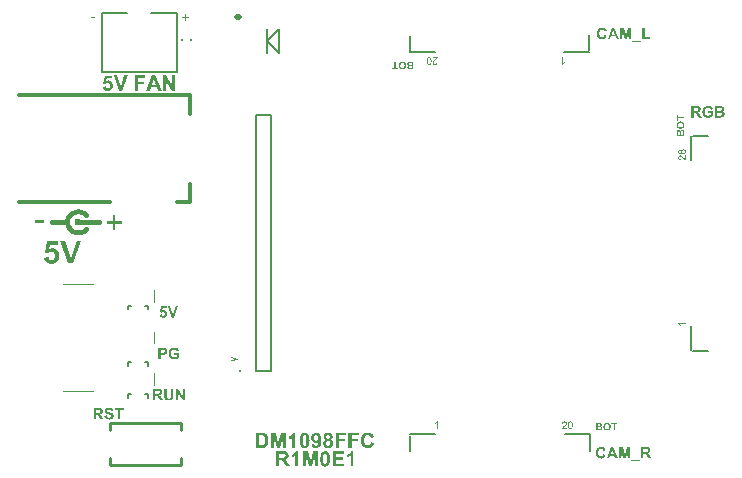
<source format=gto>
G04*
G04 #@! TF.GenerationSoftware,Altium Limited,Altium Designer,21.2.2 (38)*
G04*
G04 Layer_Color=65535*
%FSLAX44Y44*%
%MOMM*%
G71*
G04*
G04 #@! TF.SameCoordinates,205A31CD-AC13-4E6C-8EB0-5B29ABF3557E*
G04*
G04*
G04 #@! TF.FilePolarity,Positive*
G04*
G01*
G75*
%ADD10C,0.5000*%
%ADD11C,0.4000*%
%ADD12C,0.2540*%
%ADD13C,0.6000*%
%ADD14C,0.2000*%
%ADD15C,0.1000*%
%ADD16C,0.3000*%
%ADD17C,0.1016*%
%ADD18C,0.2540*%
G36*
X576828Y315962D02*
X576984Y315952D01*
X577161Y315931D01*
X577349Y315910D01*
X577557Y315879D01*
X577776Y315837D01*
X578005Y315785D01*
X578234Y315733D01*
X578473Y315660D01*
X578703Y315567D01*
X578921Y315473D01*
X579129Y315358D01*
X579327Y315223D01*
X579338Y315212D01*
X579369Y315192D01*
X579421Y315150D01*
X579494Y315088D01*
X579567Y315004D01*
X579661Y314921D01*
X579765Y314806D01*
X579869Y314681D01*
X579983Y314546D01*
X580088Y314390D01*
X580202Y314213D01*
X580306Y314036D01*
X580400Y313838D01*
X580494Y313619D01*
X580567Y313390D01*
X580629Y313151D01*
X578703Y312786D01*
Y312796D01*
X578692Y312817D01*
X578682Y312859D01*
X578661Y312901D01*
X578640Y312963D01*
X578609Y313036D01*
X578526Y313192D01*
X578421Y313369D01*
X578286Y313557D01*
X578130Y313734D01*
X577932Y313900D01*
X577921D01*
X577911Y313921D01*
X577880Y313942D01*
X577828Y313963D01*
X577776Y313994D01*
X577713Y314036D01*
X577630Y314067D01*
X577547Y314109D01*
X577349Y314181D01*
X577109Y314254D01*
X576838Y314296D01*
X576536Y314317D01*
X576412D01*
X576328Y314306D01*
X576224Y314296D01*
X576099Y314275D01*
X575953Y314244D01*
X575807Y314213D01*
X575651Y314171D01*
X575485Y314119D01*
X575318Y314056D01*
X575151Y313973D01*
X574985Y313880D01*
X574818Y313775D01*
X574662Y313650D01*
X574516Y313505D01*
X574506Y313494D01*
X574485Y313463D01*
X574443Y313421D01*
X574402Y313348D01*
X574339Y313265D01*
X574277Y313161D01*
X574214Y313046D01*
X574141Y312901D01*
X574068Y312744D01*
X574006Y312567D01*
X573943Y312369D01*
X573881Y312151D01*
X573839Y311922D01*
X573798Y311672D01*
X573777Y311401D01*
X573766Y311109D01*
Y311089D01*
Y311036D01*
X573777Y310943D01*
Y310828D01*
X573787Y310682D01*
X573808Y310526D01*
X573829Y310339D01*
X573860Y310141D01*
X573902Y309943D01*
X573954Y309724D01*
X574016Y309516D01*
X574089Y309297D01*
X574173Y309089D01*
X574277Y308891D01*
X574391Y308704D01*
X574526Y308537D01*
X574537Y308527D01*
X574558Y308506D01*
X574610Y308454D01*
X574662Y308402D01*
X574745Y308339D01*
X574828Y308266D01*
X574943Y308193D01*
X575058Y308110D01*
X575193Y308027D01*
X575349Y307954D01*
X575505Y307881D01*
X575682Y307819D01*
X575880Y307766D01*
X576078Y307725D01*
X576287Y307694D01*
X576516Y307683D01*
X576620D01*
X576672Y307694D01*
X576745D01*
X576901Y307714D01*
X577088Y307746D01*
X577286Y307787D01*
X577505Y307839D01*
X577734Y307923D01*
X577744D01*
X577765Y307933D01*
X577797Y307943D01*
X577838Y307964D01*
X577953Y308016D01*
X578098Y308089D01*
X578265Y308173D01*
X578442Y308266D01*
X578619Y308370D01*
X578796Y308495D01*
Y309724D01*
X576578D01*
Y311349D01*
X580754D01*
Y307506D01*
X580744Y307496D01*
X580723Y307485D01*
X580692Y307454D01*
X580640Y307412D01*
X580577Y307360D01*
X580504Y307298D01*
X580410Y307235D01*
X580306Y307162D01*
X580181Y307079D01*
X580056Y306996D01*
X579911Y306912D01*
X579744Y306829D01*
X579577Y306735D01*
X579390Y306652D01*
X579192Y306558D01*
X578984Y306475D01*
X578973D01*
X578932Y306454D01*
X578869Y306433D01*
X578786Y306402D01*
X578682Y306371D01*
X578557Y306329D01*
X578411Y306298D01*
X578255Y306256D01*
X578088Y306215D01*
X577901Y306173D01*
X577713Y306131D01*
X577505Y306100D01*
X577078Y306048D01*
X576859Y306038D01*
X576641Y306027D01*
X576495D01*
X576391Y306038D01*
X576255Y306048D01*
X576099Y306059D01*
X575932Y306079D01*
X575745Y306111D01*
X575547Y306142D01*
X575339Y306183D01*
X575120Y306236D01*
X574891Y306288D01*
X574662Y306361D01*
X574443Y306444D01*
X574225Y306538D01*
X574006Y306652D01*
X573995Y306663D01*
X573954Y306683D01*
X573902Y306715D01*
X573818Y306767D01*
X573735Y306840D01*
X573620Y306912D01*
X573506Y307006D01*
X573381Y307121D01*
X573246Y307235D01*
X573110Y307371D01*
X572964Y307527D01*
X572829Y307683D01*
X572694Y307860D01*
X572558Y308048D01*
X572444Y308246D01*
X572329Y308464D01*
X572319Y308475D01*
X572308Y308516D01*
X572277Y308579D01*
X572246Y308673D01*
X572204Y308777D01*
X572152Y308912D01*
X572100Y309058D01*
X572048Y309224D01*
X571996Y309412D01*
X571944Y309610D01*
X571902Y309818D01*
X571850Y310037D01*
X571819Y310276D01*
X571788Y310516D01*
X571777Y310766D01*
X571767Y311026D01*
Y311047D01*
Y311089D01*
Y311172D01*
X571777Y311276D01*
X571788Y311411D01*
X571798Y311568D01*
X571819Y311734D01*
X571850Y311922D01*
X571881Y312120D01*
X571923Y312338D01*
X571975Y312557D01*
X572027Y312786D01*
X572100Y313015D01*
X572183Y313244D01*
X572277Y313473D01*
X572392Y313692D01*
X572402Y313702D01*
X572423Y313744D01*
X572454Y313807D01*
X572506Y313890D01*
X572579Y313984D01*
X572652Y314098D01*
X572746Y314223D01*
X572860Y314359D01*
X572975Y314504D01*
X573121Y314650D01*
X573266Y314796D01*
X573433Y314952D01*
X573610Y315098D01*
X573808Y315233D01*
X574016Y315369D01*
X574235Y315494D01*
X574245Y315504D01*
X574277Y315515D01*
X574329Y315535D01*
X574402Y315567D01*
X574495Y315608D01*
X574599Y315650D01*
X574724Y315692D01*
X574870Y315733D01*
X575026Y315775D01*
X575203Y315816D01*
X575391Y315858D01*
X575599Y315900D01*
X575818Y315931D01*
X576047Y315952D01*
X576287Y315973D01*
X576713D01*
X576828Y315962D01*
D02*
G37*
G36*
X586898Y315806D02*
X587023D01*
X587304Y315796D01*
X587586Y315775D01*
X587856Y315744D01*
X587971Y315733D01*
X588086Y315712D01*
X588106D01*
X588138Y315702D01*
X588179Y315692D01*
X588283Y315671D01*
X588419Y315629D01*
X588575Y315577D01*
X588742Y315504D01*
X588919Y315421D01*
X589085Y315317D01*
X589096D01*
X589106Y315306D01*
X589158Y315264D01*
X589241Y315192D01*
X589346Y315108D01*
X589460Y314983D01*
X589585Y314848D01*
X589710Y314692D01*
X589825Y314515D01*
Y314504D01*
X589835Y314494D01*
X589856Y314463D01*
X589877Y314431D01*
X589918Y314327D01*
X589981Y314192D01*
X590033Y314025D01*
X590085Y313827D01*
X590116Y313619D01*
X590127Y313390D01*
Y313380D01*
Y313359D01*
Y313328D01*
X590116Y313275D01*
Y313213D01*
X590106Y313151D01*
X590085Y312984D01*
X590033Y312786D01*
X589971Y312578D01*
X589887Y312369D01*
X589762Y312151D01*
Y312140D01*
X589741Y312130D01*
X589721Y312099D01*
X589700Y312057D01*
X589616Y311963D01*
X589502Y311838D01*
X589356Y311703D01*
X589189Y311557D01*
X588992Y311422D01*
X588773Y311307D01*
X588783D01*
X588815Y311297D01*
X588856Y311276D01*
X588919Y311255D01*
X588992Y311224D01*
X589075Y311193D01*
X589273Y311099D01*
X589481Y310984D01*
X589710Y310828D01*
X589929Y310651D01*
X590116Y310432D01*
X590127Y310422D01*
X590137Y310401D01*
X590158Y310370D01*
X590189Y310328D01*
X590231Y310266D01*
X590272Y310193D01*
X590314Y310110D01*
X590356Y310026D01*
X590439Y309808D01*
X590522Y309568D01*
X590574Y309287D01*
X590595Y309141D01*
Y308985D01*
Y308974D01*
Y308954D01*
Y308922D01*
Y308870D01*
X590585Y308818D01*
X590574Y308745D01*
X590554Y308579D01*
X590522Y308381D01*
X590460Y308173D01*
X590387Y307943D01*
X590283Y307704D01*
Y307694D01*
X590272Y307673D01*
X590252Y307642D01*
X590231Y307600D01*
X590158Y307485D01*
X590064Y307350D01*
X589950Y307194D01*
X589804Y307027D01*
X589637Y306860D01*
X589450Y306715D01*
X589439D01*
X589429Y306704D01*
X589398Y306683D01*
X589356Y306652D01*
X589304Y306631D01*
X589241Y306600D01*
X589096Y306527D01*
X588908Y306444D01*
X588679Y306371D01*
X588429Y306308D01*
X588148Y306267D01*
X588096D01*
X588044Y306256D01*
X587981D01*
X587898Y306246D01*
X587794D01*
X587679Y306236D01*
X587534D01*
X587367Y306225D01*
X587179D01*
X586961Y306215D01*
X586451D01*
X586149Y306204D01*
X582545D01*
Y315816D01*
X586773D01*
X586898Y315806D01*
D02*
G37*
G36*
X566862D02*
X567008D01*
X567174Y315796D01*
X567341Y315785D01*
X567716Y315754D01*
X568080Y315702D01*
X568257Y315681D01*
X568434Y315639D01*
X568591Y315598D01*
X568726Y315556D01*
X568736D01*
X568757Y315546D01*
X568788Y315525D01*
X568840Y315504D01*
X568903Y315473D01*
X568965Y315442D01*
X569132Y315348D01*
X569309Y315212D01*
X569486Y315056D01*
X569674Y314858D01*
X569840Y314629D01*
Y314619D01*
X569861Y314598D01*
X569882Y314567D01*
X569903Y314515D01*
X569944Y314452D01*
X569976Y314379D01*
X570017Y314286D01*
X570059Y314192D01*
X570132Y313973D01*
X570205Y313713D01*
X570246Y313432D01*
X570267Y313119D01*
Y313109D01*
Y313067D01*
Y313015D01*
X570257Y312942D01*
X570246Y312848D01*
X570236Y312744D01*
X570215Y312619D01*
X570184Y312494D01*
X570111Y312203D01*
X570059Y312057D01*
X569996Y311911D01*
X569924Y311755D01*
X569840Y311609D01*
X569747Y311463D01*
X569632Y311328D01*
X569622Y311318D01*
X569601Y311297D01*
X569570Y311266D01*
X569517Y311213D01*
X569445Y311161D01*
X569361Y311099D01*
X569268Y311026D01*
X569153Y310953D01*
X569028Y310870D01*
X568893Y310797D01*
X568736Y310724D01*
X568559Y310651D01*
X568372Y310589D01*
X568174Y310526D01*
X567955Y310474D01*
X567726Y310432D01*
X567737D01*
X567757Y310412D01*
X567789Y310401D01*
X567830Y310370D01*
X567945Y310297D01*
X568091Y310193D01*
X568257Y310078D01*
X568434Y309943D01*
X568611Y309787D01*
X568768Y309631D01*
X568788Y309610D01*
X568809Y309578D01*
X568840Y309547D01*
X568882Y309495D01*
X568934Y309433D01*
X568997Y309360D01*
X569059Y309277D01*
X569132Y309172D01*
X569215Y309058D01*
X569309Y308933D01*
X569403Y308787D01*
X569507Y308631D01*
X569622Y308454D01*
X569747Y308277D01*
X569871Y308068D01*
X571048Y306204D01*
X568726D01*
X567320Y308298D01*
X567310Y308308D01*
X567289Y308350D01*
X567247Y308402D01*
X567195Y308475D01*
X567143Y308568D01*
X567070Y308662D01*
X566914Y308891D01*
X566737Y309131D01*
X566570Y309360D01*
X566487Y309464D01*
X566414Y309558D01*
X566352Y309641D01*
X566289Y309703D01*
X566279Y309714D01*
X566247Y309755D01*
X566185Y309797D01*
X566112Y309860D01*
X566029Y309933D01*
X565925Y309995D01*
X565820Y310058D01*
X565706Y310099D01*
X565695Y310110D01*
X565643Y310120D01*
X565570Y310141D01*
X565466Y310162D01*
X565331Y310182D01*
X565164Y310193D01*
X564967Y310214D01*
X564342D01*
Y306204D01*
X562405D01*
Y315816D01*
X566737D01*
X566862Y315806D01*
D02*
G37*
G36*
X487057Y382415D02*
X487182Y382404D01*
X487327Y382394D01*
X487505Y382373D01*
X487702Y382342D01*
X487911Y382290D01*
X488129Y382238D01*
X488358Y382165D01*
X488598Y382081D01*
X488838Y381977D01*
X489077Y381863D01*
X489316Y381717D01*
X489535Y381561D01*
X489754Y381373D01*
X489764Y381363D01*
X489785Y381342D01*
X489816Y381311D01*
X489858Y381259D01*
X489921Y381196D01*
X489983Y381123D01*
X490046Y381030D01*
X490129Y380925D01*
X490202Y380800D01*
X490285Y380675D01*
X490368Y380530D01*
X490452Y380373D01*
X490524Y380196D01*
X490608Y380019D01*
X490681Y379822D01*
X490743Y379613D01*
X488827Y379155D01*
Y379165D01*
X488817Y379186D01*
X488806Y379228D01*
X488796Y379280D01*
X488775Y379342D01*
X488744Y379415D01*
X488671Y379582D01*
X488577Y379769D01*
X488452Y379967D01*
X488296Y380155D01*
X488108Y380332D01*
X488098Y380342D01*
X488088Y380353D01*
X488056Y380373D01*
X488015Y380405D01*
X487963Y380436D01*
X487900Y380467D01*
X487744Y380550D01*
X487546Y380634D01*
X487327Y380696D01*
X487077Y380748D01*
X486796Y380769D01*
X486692D01*
X486619Y380759D01*
X486526Y380748D01*
X486421Y380728D01*
X486307Y380707D01*
X486182Y380675D01*
X486046Y380634D01*
X485901Y380582D01*
X485755Y380519D01*
X485609Y380446D01*
X485463Y380353D01*
X485328Y380248D01*
X485182Y380134D01*
X485057Y379999D01*
X485047Y379988D01*
X485026Y379967D01*
X484995Y379915D01*
X484953Y379853D01*
X484901Y379769D01*
X484849Y379665D01*
X484786Y379540D01*
X484734Y379394D01*
X484672Y379238D01*
X484609Y379051D01*
X484557Y378853D01*
X484505Y378624D01*
X484464Y378374D01*
X484432Y378114D01*
X484412Y377822D01*
X484401Y377510D01*
Y377489D01*
Y377426D01*
Y377332D01*
X484412Y377218D01*
X484422Y377062D01*
X484432Y376895D01*
X484453Y376708D01*
X484484Y376499D01*
X484557Y376073D01*
X484609Y375864D01*
X484672Y375645D01*
X484745Y375437D01*
X484838Y375250D01*
X484932Y375073D01*
X485047Y374916D01*
X485057Y374906D01*
X485078Y374885D01*
X485120Y374844D01*
X485161Y374791D01*
X485234Y374739D01*
X485307Y374677D01*
X485401Y374604D01*
X485505Y374531D01*
X485620Y374458D01*
X485755Y374385D01*
X485890Y374323D01*
X486046Y374271D01*
X486203Y374219D01*
X486380Y374177D01*
X486567Y374156D01*
X486755Y374146D01*
X486828D01*
X486880Y374156D01*
X486953D01*
X487025Y374177D01*
X487213Y374208D01*
X487421Y374271D01*
X487640Y374354D01*
X487859Y374479D01*
X487973Y374552D01*
X488077Y374635D01*
X488088Y374646D01*
X488098Y374656D01*
X488129Y374687D01*
X488171Y374729D01*
X488213Y374781D01*
X488265Y374844D01*
X488327Y374927D01*
X488390Y375010D01*
X488452Y375114D01*
X488525Y375229D01*
X488587Y375354D01*
X488660Y375500D01*
X488723Y375645D01*
X488785Y375812D01*
X488838Y376000D01*
X488890Y376187D01*
X490774Y375604D01*
Y375583D01*
X490754Y375531D01*
X490733Y375458D01*
X490691Y375344D01*
X490639Y375219D01*
X490587Y375062D01*
X490514Y374896D01*
X490431Y374719D01*
X490337Y374531D01*
X490233Y374333D01*
X490108Y374135D01*
X489983Y373948D01*
X489837Y373750D01*
X489681Y373573D01*
X489514Y373406D01*
X489327Y373250D01*
X489316Y373240D01*
X489285Y373219D01*
X489223Y373177D01*
X489150Y373136D01*
X489046Y373073D01*
X488931Y373011D01*
X488796Y372938D01*
X488629Y372875D01*
X488463Y372803D01*
X488265Y372730D01*
X488056Y372667D01*
X487827Y372605D01*
X487588Y372563D01*
X487327Y372521D01*
X487057Y372500D01*
X486776Y372490D01*
X486692D01*
X486588Y372500D01*
X486453Y372511D01*
X486297Y372532D01*
X486109Y372563D01*
X485890Y372594D01*
X485661Y372657D01*
X485422Y372719D01*
X485161Y372813D01*
X484901Y372917D01*
X484641Y373042D01*
X484380Y373188D01*
X484120Y373365D01*
X483870Y373563D01*
X483630Y373792D01*
X483620Y373802D01*
X483578Y373854D01*
X483516Y373927D01*
X483443Y374031D01*
X483349Y374167D01*
X483245Y374323D01*
X483131Y374510D01*
X483016Y374729D01*
X482901Y374969D01*
X482787Y375239D01*
X482683Y375531D01*
X482589Y375854D01*
X482516Y376197D01*
X482454Y376562D01*
X482412Y376947D01*
X482402Y377364D01*
Y377374D01*
Y377395D01*
Y377426D01*
Y377468D01*
Y377530D01*
X482412Y377593D01*
X482422Y377760D01*
X482443Y377957D01*
X482464Y378197D01*
X482506Y378457D01*
X482558Y378728D01*
X482620Y379030D01*
X482704Y379332D01*
X482797Y379645D01*
X482922Y379957D01*
X483058Y380259D01*
X483224Y380550D01*
X483412Y380832D01*
X483630Y381092D01*
X483641Y381102D01*
X483693Y381155D01*
X483755Y381217D01*
X483860Y381300D01*
X483985Y381404D01*
X484130Y381519D01*
X484307Y381633D01*
X484505Y381758D01*
X484724Y381884D01*
X484974Y382008D01*
X485234Y382113D01*
X485526Y382217D01*
X485838Y382300D01*
X486171Y382373D01*
X486526Y382415D01*
X486890Y382425D01*
X486973D01*
X487057Y382415D01*
D02*
G37*
G36*
X511373Y372657D02*
X509582D01*
X509572Y380217D01*
X507676Y372657D01*
X505802D01*
X503907Y380217D01*
Y372657D01*
X502115D01*
Y382269D01*
X505021D01*
X506750Y375708D01*
X508457Y382269D01*
X511373D01*
Y372657D01*
D02*
G37*
G36*
X522777Y374281D02*
X527598D01*
Y372657D01*
X520840D01*
Y382186D01*
X522777D01*
Y374281D01*
D02*
G37*
G36*
X501116Y372657D02*
X499002D01*
X498158Y374844D01*
X494315D01*
X493513Y372657D01*
X491462D01*
X495200Y382269D01*
X497262D01*
X501116Y372657D01*
D02*
G37*
G36*
X519871Y370001D02*
X512217D01*
Y371199D01*
X519871D01*
Y370001D01*
D02*
G37*
G36*
X133517Y66782D02*
X131580D01*
X127685Y73093D01*
Y66782D01*
X125894D01*
Y76395D01*
X127769D01*
X131726Y69938D01*
Y76395D01*
X133517D01*
Y66782D01*
D02*
G37*
G36*
X123822Y71333D02*
Y71312D01*
Y71260D01*
Y71167D01*
Y71052D01*
Y70906D01*
X123812Y70750D01*
Y70573D01*
X123801Y70375D01*
X123780Y69980D01*
X123749Y69573D01*
X123728Y69376D01*
X123707Y69198D01*
X123687Y69032D01*
X123655Y68886D01*
Y68876D01*
X123645Y68855D01*
X123635Y68813D01*
X123624Y68772D01*
X123603Y68709D01*
X123582Y68636D01*
X123520Y68470D01*
X123447Y68272D01*
X123343Y68074D01*
X123218Y67876D01*
X123072Y67678D01*
Y67668D01*
X123051Y67657D01*
X122999Y67595D01*
X122906Y67511D01*
X122781Y67397D01*
X122614Y67272D01*
X122427Y67147D01*
X122197Y67012D01*
X121947Y66897D01*
X121937D01*
X121916Y66887D01*
X121875Y66866D01*
X121822Y66855D01*
X121749Y66835D01*
X121666Y66803D01*
X121562Y66782D01*
X121447Y66751D01*
X121323Y66720D01*
X121187Y66699D01*
X121031Y66678D01*
X120875Y66647D01*
X120698Y66637D01*
X120510Y66616D01*
X120312Y66605D01*
X119969D01*
X119875Y66616D01*
X119761D01*
X119635Y66626D01*
X119490Y66637D01*
X119333Y66647D01*
X118990Y66678D01*
X118646Y66741D01*
X118313Y66814D01*
X118157Y66866D01*
X118021Y66918D01*
X118011D01*
X117990Y66928D01*
X117948Y66949D01*
X117907Y66980D01*
X117844Y67012D01*
X117771Y67043D01*
X117615Y67147D01*
X117438Y67262D01*
X117251Y67397D01*
X117063Y67564D01*
X116897Y67741D01*
Y67751D01*
X116876Y67761D01*
X116855Y67793D01*
X116834Y67834D01*
X116761Y67928D01*
X116678Y68063D01*
X116584Y68230D01*
X116490Y68407D01*
X116418Y68605D01*
X116355Y68813D01*
Y68824D01*
X116345Y68855D01*
X116334Y68896D01*
X116324Y68969D01*
X116313Y69053D01*
X116293Y69157D01*
X116282Y69282D01*
X116261Y69428D01*
X116241Y69584D01*
X116230Y69771D01*
X116209Y69969D01*
X116199Y70188D01*
X116188Y70427D01*
X116178Y70677D01*
X116168Y70958D01*
Y71250D01*
Y76395D01*
X118105D01*
Y71177D01*
Y71167D01*
Y71125D01*
Y71063D01*
Y70979D01*
Y70875D01*
Y70761D01*
X118115Y70636D01*
Y70511D01*
Y70230D01*
X118136Y69969D01*
Y69844D01*
X118146Y69740D01*
X118157Y69646D01*
X118167Y69563D01*
Y69553D01*
X118177Y69542D01*
Y69511D01*
X118198Y69469D01*
X118230Y69355D01*
X118292Y69219D01*
X118365Y69074D01*
X118469Y68917D01*
X118604Y68761D01*
X118761Y68615D01*
X118771D01*
X118782Y68605D01*
X118813Y68584D01*
X118844Y68563D01*
X118948Y68501D01*
X119094Y68438D01*
X119281Y68376D01*
X119500Y68313D01*
X119750Y68272D01*
X120042Y68261D01*
X120125D01*
X120177Y68272D01*
X120250D01*
X120323Y68282D01*
X120510Y68303D01*
X120708Y68344D01*
X120916Y68407D01*
X121114Y68480D01*
X121291Y68594D01*
X121312Y68605D01*
X121354Y68657D01*
X121427Y68730D01*
X121510Y68824D01*
X121593Y68938D01*
X121677Y69084D01*
X121749Y69240D01*
X121791Y69417D01*
Y69428D01*
Y69438D01*
X121802Y69469D01*
Y69511D01*
X121812Y69573D01*
X121822Y69636D01*
X121833Y69719D01*
X121843Y69813D01*
Y69917D01*
X121854Y70042D01*
X121864Y70177D01*
X121875Y70323D01*
Y70490D01*
X121885Y70667D01*
Y70854D01*
Y71063D01*
Y76395D01*
X123822D01*
Y71333D01*
D02*
G37*
G36*
X110940Y76384D02*
X111086D01*
X111252Y76374D01*
X111419Y76363D01*
X111794Y76332D01*
X112158Y76280D01*
X112335Y76259D01*
X112512Y76217D01*
X112669Y76176D01*
X112804Y76134D01*
X112814D01*
X112835Y76124D01*
X112866Y76103D01*
X112919Y76082D01*
X112981Y76051D01*
X113043Y76020D01*
X113210Y75926D01*
X113387Y75791D01*
X113564Y75634D01*
X113752Y75437D01*
X113918Y75207D01*
Y75197D01*
X113939Y75176D01*
X113960Y75145D01*
X113981Y75093D01*
X114022Y75030D01*
X114054Y74957D01*
X114095Y74864D01*
X114137Y74770D01*
X114210Y74551D01*
X114283Y74291D01*
X114324Y74010D01*
X114345Y73697D01*
Y73687D01*
Y73645D01*
Y73593D01*
X114335Y73520D01*
X114324Y73427D01*
X114314Y73322D01*
X114293Y73197D01*
X114262Y73073D01*
X114189Y72781D01*
X114137Y72635D01*
X114074Y72489D01*
X114002Y72333D01*
X113918Y72187D01*
X113825Y72042D01*
X113710Y71906D01*
X113700Y71896D01*
X113679Y71875D01*
X113647Y71844D01*
X113595Y71792D01*
X113523Y71740D01*
X113439Y71677D01*
X113345Y71604D01*
X113231Y71531D01*
X113106Y71448D01*
X112971Y71375D01*
X112814Y71302D01*
X112637Y71229D01*
X112450Y71167D01*
X112252Y71104D01*
X112033Y71052D01*
X111804Y71010D01*
X111815D01*
X111835Y70990D01*
X111867Y70979D01*
X111908Y70948D01*
X112023Y70875D01*
X112169Y70771D01*
X112335Y70656D01*
X112512Y70521D01*
X112689Y70365D01*
X112846Y70209D01*
X112866Y70188D01*
X112887Y70157D01*
X112919Y70125D01*
X112960Y70073D01*
X113012Y70011D01*
X113075Y69938D01*
X113137Y69855D01*
X113210Y69750D01*
X113293Y69636D01*
X113387Y69511D01*
X113481Y69365D01*
X113585Y69209D01*
X113700Y69032D01*
X113825Y68855D01*
X113949Y68646D01*
X115126Y66782D01*
X112804D01*
X111398Y68876D01*
X111388Y68886D01*
X111367Y68928D01*
X111325Y68980D01*
X111273Y69053D01*
X111221Y69146D01*
X111148Y69240D01*
X110992Y69469D01*
X110815Y69709D01*
X110648Y69938D01*
X110565Y70042D01*
X110492Y70136D01*
X110429Y70219D01*
X110367Y70282D01*
X110357Y70292D01*
X110325Y70334D01*
X110263Y70375D01*
X110190Y70438D01*
X110107Y70511D01*
X110002Y70573D01*
X109898Y70636D01*
X109784Y70677D01*
X109773Y70688D01*
X109721Y70698D01*
X109649Y70719D01*
X109544Y70740D01*
X109409Y70761D01*
X109242Y70771D01*
X109045Y70792D01*
X108420D01*
Y66782D01*
X106483D01*
Y76395D01*
X110815D01*
X110940Y76384D01*
D02*
G37*
G36*
X486140Y27415D02*
X486265Y27404D01*
X486411Y27394D01*
X486588Y27373D01*
X486786Y27342D01*
X486994Y27290D01*
X487213Y27238D01*
X487442Y27165D01*
X487682Y27081D01*
X487921Y26977D01*
X488161Y26863D01*
X488400Y26717D01*
X488619Y26561D01*
X488838Y26373D01*
X488848Y26363D01*
X488869Y26342D01*
X488900Y26311D01*
X488942Y26259D01*
X489004Y26196D01*
X489067Y26123D01*
X489129Y26030D01*
X489212Y25925D01*
X489285Y25800D01*
X489369Y25675D01*
X489452Y25530D01*
X489535Y25373D01*
X489608Y25196D01*
X489691Y25019D01*
X489764Y24822D01*
X489827Y24613D01*
X487911Y24155D01*
Y24165D01*
X487900Y24186D01*
X487890Y24228D01*
X487879Y24280D01*
X487859Y24342D01*
X487827Y24415D01*
X487754Y24582D01*
X487661Y24769D01*
X487536Y24967D01*
X487379Y25155D01*
X487192Y25332D01*
X487182Y25342D01*
X487171Y25353D01*
X487140Y25373D01*
X487098Y25405D01*
X487046Y25436D01*
X486984Y25467D01*
X486828Y25550D01*
X486630Y25634D01*
X486411Y25696D01*
X486161Y25748D01*
X485880Y25769D01*
X485776D01*
X485703Y25759D01*
X485609Y25748D01*
X485505Y25728D01*
X485390Y25707D01*
X485266Y25675D01*
X485130Y25634D01*
X484984Y25582D01*
X484838Y25519D01*
X484693Y25446D01*
X484547Y25353D01*
X484412Y25248D01*
X484266Y25134D01*
X484141Y24999D01*
X484130Y24988D01*
X484109Y24967D01*
X484078Y24915D01*
X484037Y24853D01*
X483985Y24769D01*
X483932Y24665D01*
X483870Y24540D01*
X483818Y24395D01*
X483755Y24238D01*
X483693Y24051D01*
X483641Y23853D01*
X483589Y23624D01*
X483547Y23374D01*
X483516Y23114D01*
X483495Y22822D01*
X483485Y22510D01*
Y22489D01*
Y22426D01*
Y22332D01*
X483495Y22218D01*
X483506Y22062D01*
X483516Y21895D01*
X483537Y21708D01*
X483568Y21499D01*
X483641Y21072D01*
X483693Y20864D01*
X483755Y20645D01*
X483828Y20437D01*
X483922Y20250D01*
X484016Y20073D01*
X484130Y19916D01*
X484141Y19906D01*
X484162Y19885D01*
X484203Y19844D01*
X484245Y19792D01*
X484318Y19740D01*
X484391Y19677D01*
X484484Y19604D01*
X484589Y19531D01*
X484703Y19458D01*
X484838Y19385D01*
X484974Y19323D01*
X485130Y19271D01*
X485286Y19219D01*
X485463Y19177D01*
X485651Y19156D01*
X485838Y19146D01*
X485911D01*
X485963Y19156D01*
X486036D01*
X486109Y19177D01*
X486297Y19208D01*
X486505Y19271D01*
X486723Y19354D01*
X486942Y19479D01*
X487057Y19552D01*
X487161Y19635D01*
X487171Y19646D01*
X487182Y19656D01*
X487213Y19687D01*
X487254Y19729D01*
X487296Y19781D01*
X487348Y19844D01*
X487411Y19927D01*
X487473Y20010D01*
X487536Y20114D01*
X487609Y20229D01*
X487671Y20354D01*
X487744Y20500D01*
X487807Y20645D01*
X487869Y20812D01*
X487921Y21000D01*
X487973Y21187D01*
X489858Y20604D01*
Y20583D01*
X489837Y20531D01*
X489816Y20458D01*
X489775Y20343D01*
X489723Y20219D01*
X489671Y20062D01*
X489598Y19896D01*
X489514Y19719D01*
X489421Y19531D01*
X489316Y19333D01*
X489192Y19135D01*
X489067Y18948D01*
X488921Y18750D01*
X488765Y18573D01*
X488598Y18406D01*
X488410Y18250D01*
X488400Y18240D01*
X488369Y18219D01*
X488306Y18177D01*
X488233Y18136D01*
X488129Y18073D01*
X488015Y18011D01*
X487879Y17938D01*
X487713Y17875D01*
X487546Y17802D01*
X487348Y17730D01*
X487140Y17667D01*
X486911Y17605D01*
X486671Y17563D01*
X486411Y17521D01*
X486140Y17500D01*
X485859Y17490D01*
X485776D01*
X485672Y17500D01*
X485536Y17511D01*
X485380Y17532D01*
X485193Y17563D01*
X484974Y17594D01*
X484745Y17657D01*
X484505Y17719D01*
X484245Y17813D01*
X483985Y17917D01*
X483724Y18042D01*
X483464Y18188D01*
X483204Y18365D01*
X482954Y18563D01*
X482714Y18792D01*
X482704Y18802D01*
X482662Y18854D01*
X482599Y18927D01*
X482527Y19031D01*
X482433Y19167D01*
X482329Y19323D01*
X482214Y19510D01*
X482100Y19729D01*
X481985Y19969D01*
X481870Y20239D01*
X481766Y20531D01*
X481673Y20854D01*
X481600Y21197D01*
X481537Y21562D01*
X481496Y21947D01*
X481485Y22364D01*
Y22374D01*
Y22395D01*
Y22426D01*
Y22468D01*
Y22530D01*
X481496Y22593D01*
X481506Y22759D01*
X481527Y22957D01*
X481548Y23197D01*
X481589Y23457D01*
X481641Y23728D01*
X481704Y24030D01*
X481787Y24332D01*
X481881Y24644D01*
X482006Y24957D01*
X482141Y25259D01*
X482308Y25550D01*
X482495Y25832D01*
X482714Y26092D01*
X482724Y26102D01*
X482776Y26154D01*
X482839Y26217D01*
X482943Y26300D01*
X483068Y26404D01*
X483214Y26519D01*
X483391Y26634D01*
X483589Y26758D01*
X483807Y26883D01*
X484058Y27008D01*
X484318Y27113D01*
X484609Y27217D01*
X484922Y27300D01*
X485255Y27373D01*
X485609Y27415D01*
X485974Y27425D01*
X486057D01*
X486140Y27415D01*
D02*
G37*
G36*
X510457Y17657D02*
X508666D01*
X508655Y25217D01*
X506760Y17657D01*
X504885D01*
X502990Y25217D01*
Y17657D01*
X501199D01*
Y27269D01*
X504104D01*
X505833Y20708D01*
X507541Y27269D01*
X510457D01*
Y17657D01*
D02*
G37*
G36*
X524328Y27258D02*
X524474D01*
X524641Y27248D01*
X524807Y27238D01*
X525182Y27206D01*
X525547Y27154D01*
X525724Y27133D01*
X525901Y27092D01*
X526057Y27050D01*
X526193Y27008D01*
X526203D01*
X526224Y26998D01*
X526255Y26977D01*
X526307Y26956D01*
X526370Y26925D01*
X526432Y26894D01*
X526599Y26800D01*
X526776Y26665D01*
X526953Y26509D01*
X527140Y26311D01*
X527307Y26082D01*
Y26071D01*
X527328Y26050D01*
X527348Y26019D01*
X527369Y25967D01*
X527411Y25905D01*
X527442Y25832D01*
X527484Y25738D01*
X527525Y25644D01*
X527598Y25426D01*
X527671Y25165D01*
X527713Y24884D01*
X527734Y24572D01*
Y24561D01*
Y24520D01*
Y24467D01*
X527723Y24395D01*
X527713Y24301D01*
X527702Y24197D01*
X527682Y24072D01*
X527650Y23947D01*
X527578Y23655D01*
X527525Y23509D01*
X527463Y23363D01*
X527390Y23207D01*
X527307Y23061D01*
X527213Y22916D01*
X527099Y22780D01*
X527088Y22770D01*
X527067Y22749D01*
X527036Y22718D01*
X526984Y22666D01*
X526911Y22614D01*
X526828Y22551D01*
X526734Y22478D01*
X526619Y22405D01*
X526494Y22322D01*
X526359Y22249D01*
X526203Y22176D01*
X526026Y22103D01*
X525838Y22041D01*
X525641Y21978D01*
X525422Y21926D01*
X525193Y21885D01*
X525203D01*
X525224Y21864D01*
X525255Y21853D01*
X525297Y21822D01*
X525411Y21749D01*
X525557Y21645D01*
X525724Y21531D01*
X525901Y21395D01*
X526078Y21239D01*
X526234Y21083D01*
X526255Y21062D01*
X526276Y21031D01*
X526307Y21000D01*
X526349Y20947D01*
X526401Y20885D01*
X526463Y20812D01*
X526526Y20729D01*
X526599Y20625D01*
X526682Y20510D01*
X526776Y20385D01*
X526869Y20239D01*
X526973Y20083D01*
X527088Y19906D01*
X527213Y19729D01*
X527338Y19521D01*
X528515Y17657D01*
X526193D01*
X524787Y19750D01*
X524776Y19760D01*
X524755Y19802D01*
X524714Y19854D01*
X524662Y19927D01*
X524610Y20021D01*
X524537Y20114D01*
X524380Y20343D01*
X524203Y20583D01*
X524037Y20812D01*
X523954Y20916D01*
X523881Y21010D01*
X523818Y21093D01*
X523756Y21156D01*
X523745Y21166D01*
X523714Y21208D01*
X523652Y21249D01*
X523579Y21312D01*
X523495Y21385D01*
X523391Y21447D01*
X523287Y21510D01*
X523172Y21551D01*
X523162Y21562D01*
X523110Y21572D01*
X523037Y21593D01*
X522933Y21614D01*
X522798Y21635D01*
X522631Y21645D01*
X522433Y21666D01*
X521808D01*
Y17657D01*
X519871D01*
Y27269D01*
X524203D01*
X524328Y27258D01*
D02*
G37*
G36*
X500199Y17657D02*
X498085D01*
X497242Y19844D01*
X493399D01*
X492597Y17657D01*
X490545D01*
X494284Y27269D01*
X496346D01*
X500199Y17657D01*
D02*
G37*
G36*
X518955Y15001D02*
X511301D01*
Y16199D01*
X518955D01*
Y15001D01*
D02*
G37*
G36*
X499729Y46649D02*
X497843D01*
Y41330D01*
X496553D01*
Y46649D01*
X494653D01*
Y47730D01*
X499729D01*
Y46649D01*
D02*
G37*
G36*
X484592Y47723D02*
X484675D01*
X484862Y47717D01*
X485049Y47703D01*
X485229Y47682D01*
X485306Y47675D01*
X485382Y47661D01*
X485396D01*
X485417Y47654D01*
X485444Y47647D01*
X485514Y47633D01*
X485604Y47606D01*
X485708Y47571D01*
X485819Y47522D01*
X485937Y47467D01*
X486048Y47398D01*
X486055D01*
X486062Y47391D01*
X486096Y47363D01*
X486152Y47314D01*
X486221Y47259D01*
X486297Y47176D01*
X486381Y47086D01*
X486464Y46982D01*
X486540Y46864D01*
Y46857D01*
X486547Y46850D01*
X486561Y46829D01*
X486575Y46808D01*
X486603Y46739D01*
X486644Y46649D01*
X486679Y46538D01*
X486713Y46406D01*
X486734Y46267D01*
X486741Y46115D01*
Y46108D01*
Y46094D01*
Y46073D01*
X486734Y46038D01*
Y45997D01*
X486727Y45955D01*
X486713Y45844D01*
X486679Y45713D01*
X486637Y45574D01*
X486582Y45435D01*
X486498Y45290D01*
Y45283D01*
X486485Y45276D01*
X486471Y45255D01*
X486457Y45227D01*
X486401Y45165D01*
X486325Y45082D01*
X486228Y44991D01*
X486117Y44894D01*
X485985Y44804D01*
X485840Y44728D01*
X485847D01*
X485868Y44721D01*
X485895Y44707D01*
X485937Y44693D01*
X485985Y44672D01*
X486041Y44652D01*
X486173Y44589D01*
X486311Y44513D01*
X486464Y44409D01*
X486609Y44291D01*
X486734Y44145D01*
X486741Y44138D01*
X486748Y44125D01*
X486762Y44104D01*
X486783Y44076D01*
X486810Y44035D01*
X486838Y43986D01*
X486866Y43931D01*
X486894Y43875D01*
X486949Y43729D01*
X487005Y43570D01*
X487039Y43383D01*
X487053Y43286D01*
Y43182D01*
Y43175D01*
Y43161D01*
Y43140D01*
Y43105D01*
X487046Y43071D01*
X487039Y43022D01*
X487025Y42911D01*
X487005Y42779D01*
X486963Y42641D01*
X486914Y42488D01*
X486845Y42329D01*
Y42322D01*
X486838Y42308D01*
X486824Y42287D01*
X486810Y42259D01*
X486762Y42183D01*
X486700Y42093D01*
X486623Y41989D01*
X486526Y41878D01*
X486415Y41767D01*
X486291Y41670D01*
X486283D01*
X486277Y41663D01*
X486256Y41649D01*
X486228Y41628D01*
X486193Y41614D01*
X486152Y41594D01*
X486055Y41545D01*
X485930Y41490D01*
X485777Y41441D01*
X485611Y41399D01*
X485424Y41372D01*
X485389D01*
X485354Y41365D01*
X485313D01*
X485257Y41358D01*
X485188D01*
X485112Y41351D01*
X485015D01*
X484904Y41344D01*
X484779D01*
X484633Y41337D01*
X484293D01*
X484092Y41330D01*
X481693D01*
Y47730D01*
X484508D01*
X484592Y47723D01*
D02*
G37*
G36*
X491117Y47828D02*
X491214Y47821D01*
X491332Y47807D01*
X491470Y47786D01*
X491623Y47758D01*
X491789Y47723D01*
X491970Y47675D01*
X492150Y47620D01*
X492337Y47550D01*
X492531Y47460D01*
X492719Y47363D01*
X492899Y47245D01*
X493072Y47106D01*
X493238Y46954D01*
X493246Y46947D01*
X493273Y46912D01*
X493315Y46864D01*
X493370Y46794D01*
X493440Y46704D01*
X493509Y46593D01*
X493585Y46468D01*
X493669Y46316D01*
X493745Y46156D01*
X493821Y45969D01*
X493897Y45768D01*
X493960Y45553D01*
X494015Y45317D01*
X494057Y45068D01*
X494085Y44797D01*
X494091Y44513D01*
Y44506D01*
Y44492D01*
Y44471D01*
Y44444D01*
Y44409D01*
X494085Y44367D01*
X494078Y44256D01*
X494064Y44125D01*
X494050Y43979D01*
X494022Y43806D01*
X493987Y43625D01*
X493939Y43438D01*
X493883Y43237D01*
X493814Y43036D01*
X493738Y42835D01*
X493641Y42634D01*
X493523Y42440D01*
X493398Y42259D01*
X493246Y42086D01*
X493238Y42079D01*
X493204Y42051D01*
X493162Y42003D01*
X493093Y41947D01*
X493010Y41885D01*
X492906Y41809D01*
X492788Y41732D01*
X492649Y41649D01*
X492497Y41566D01*
X492330Y41490D01*
X492143Y41413D01*
X491942Y41351D01*
X491727Y41295D01*
X491498Y41247D01*
X491248Y41219D01*
X490992Y41212D01*
X490929D01*
X490853Y41219D01*
X490756Y41226D01*
X490638Y41240D01*
X490493Y41261D01*
X490340Y41282D01*
X490174Y41323D01*
X489993Y41365D01*
X489813Y41427D01*
X489619Y41497D01*
X489432Y41580D01*
X489244Y41677D01*
X489064Y41795D01*
X488891Y41926D01*
X488724Y42079D01*
X488717Y42093D01*
X488690Y42121D01*
X488648Y42169D01*
X488593Y42238D01*
X488530Y42329D01*
X488461Y42440D01*
X488385Y42565D01*
X488308Y42710D01*
X488225Y42870D01*
X488149Y43050D01*
X488079Y43244D01*
X488017Y43459D01*
X487962Y43688D01*
X487920Y43937D01*
X487892Y44201D01*
X487885Y44478D01*
Y44492D01*
Y44520D01*
Y44575D01*
X487892Y44645D01*
Y44728D01*
X487899Y44825D01*
X487913Y44929D01*
X487920Y45054D01*
X487941Y45179D01*
X487955Y45310D01*
X488010Y45588D01*
X488079Y45858D01*
X488128Y45997D01*
X488177Y46122D01*
Y46129D01*
X488184Y46143D01*
X488197Y46170D01*
X488218Y46205D01*
X488239Y46247D01*
X488267Y46295D01*
X488329Y46420D01*
X488412Y46552D01*
X488516Y46704D01*
X488634Y46850D01*
X488766Y47002D01*
X488773Y47009D01*
X488787Y47016D01*
X488808Y47037D01*
X488835Y47065D01*
X488870Y47099D01*
X488912Y47134D01*
X489016Y47217D01*
X489133Y47314D01*
X489279Y47411D01*
X489432Y47502D01*
X489598Y47578D01*
X489605D01*
X489626Y47592D01*
X489660Y47599D01*
X489702Y47620D01*
X489758Y47640D01*
X489827Y47661D01*
X489903Y47682D01*
X489993Y47710D01*
X490090Y47730D01*
X490194Y47751D01*
X490312Y47772D01*
X490430Y47793D01*
X490694Y47821D01*
X490978Y47834D01*
X491040D01*
X491117Y47828D01*
D02*
G37*
G36*
X327040Y346984D02*
X324225D01*
X324142Y346991D01*
X324058D01*
X323871Y346998D01*
X323684Y347011D01*
X323504Y347032D01*
X323428Y347039D01*
X323351Y347053D01*
X323337D01*
X323316Y347060D01*
X323289Y347067D01*
X323219Y347081D01*
X323129Y347109D01*
X323025Y347143D01*
X322914Y347192D01*
X322797Y347247D01*
X322686Y347317D01*
X322679D01*
X322672Y347324D01*
X322637Y347351D01*
X322581Y347400D01*
X322512Y347455D01*
X322436Y347538D01*
X322353Y347629D01*
X322270Y347733D01*
X322193Y347851D01*
Y347858D01*
X322186Y347864D01*
X322172Y347885D01*
X322159Y347906D01*
X322131Y347975D01*
X322089Y348065D01*
X322054Y348176D01*
X322020Y348308D01*
X321999Y348447D01*
X321992Y348600D01*
Y348606D01*
Y348620D01*
Y348641D01*
X321999Y348676D01*
Y348717D01*
X322006Y348759D01*
X322020Y348870D01*
X322054Y349002D01*
X322096Y349140D01*
X322152Y349279D01*
X322235Y349425D01*
Y349432D01*
X322249Y349439D01*
X322262Y349459D01*
X322276Y349487D01*
X322332Y349549D01*
X322408Y349633D01*
X322505Y349723D01*
X322616Y349820D01*
X322748Y349910D01*
X322893Y349986D01*
X322887D01*
X322866Y349993D01*
X322838Y350007D01*
X322797Y350021D01*
X322748Y350042D01*
X322692Y350063D01*
X322561Y350125D01*
X322422Y350201D01*
X322270Y350305D01*
X322124Y350423D01*
X321999Y350569D01*
X321992Y350576D01*
X321985Y350590D01*
X321971Y350610D01*
X321950Y350638D01*
X321923Y350680D01*
X321895Y350728D01*
X321867Y350784D01*
X321839Y350839D01*
X321784Y350985D01*
X321729Y351144D01*
X321694Y351331D01*
X321680Y351429D01*
Y351533D01*
Y351540D01*
Y351553D01*
Y351574D01*
Y351609D01*
X321687Y351644D01*
X321694Y351692D01*
X321708Y351803D01*
X321729Y351935D01*
X321770Y352074D01*
X321819Y352226D01*
X321888Y352385D01*
Y352393D01*
X321895Y352406D01*
X321909Y352427D01*
X321923Y352455D01*
X321971Y352531D01*
X322034Y352621D01*
X322110Y352725D01*
X322207Y352836D01*
X322318Y352947D01*
X322443Y353044D01*
X322450D01*
X322457Y353051D01*
X322477Y353065D01*
X322505Y353086D01*
X322540Y353100D01*
X322581Y353121D01*
X322679Y353169D01*
X322803Y353225D01*
X322956Y353273D01*
X323122Y353315D01*
X323310Y353342D01*
X323344D01*
X323379Y353349D01*
X323420D01*
X323476Y353356D01*
X323545D01*
X323622Y353363D01*
X323719D01*
X323830Y353370D01*
X323955D01*
X324100Y353377D01*
X324440D01*
X324641Y353384D01*
X327040D01*
Y346984D01*
D02*
G37*
G36*
X312180Y348065D02*
X314080D01*
Y346984D01*
X309004D01*
Y348065D01*
X310890D01*
Y353384D01*
X312180D01*
Y348065D01*
D02*
G37*
G36*
X317880Y353495D02*
X317977Y353488D01*
X318095Y353474D01*
X318241Y353453D01*
X318393Y353433D01*
X318560Y353391D01*
X318740Y353349D01*
X318920Y353287D01*
X319114Y353218D01*
X319302Y353134D01*
X319489Y353037D01*
X319669Y352920D01*
X319842Y352788D01*
X320009Y352635D01*
X320016Y352621D01*
X320044Y352594D01*
X320085Y352545D01*
X320141Y352476D01*
X320203Y352385D01*
X320272Y352275D01*
X320349Y352150D01*
X320425Y352004D01*
X320508Y351845D01*
X320584Y351664D01*
X320654Y351470D01*
X320716Y351255D01*
X320772Y351026D01*
X320813Y350777D01*
X320841Y350513D01*
X320848Y350236D01*
Y350222D01*
Y350194D01*
Y350139D01*
X320841Y350070D01*
Y349986D01*
X320834Y349889D01*
X320820Y349785D01*
X320813Y349660D01*
X320793Y349536D01*
X320779Y349404D01*
X320723Y349127D01*
X320654Y348856D01*
X320605Y348717D01*
X320557Y348592D01*
Y348586D01*
X320550Y348572D01*
X320536Y348544D01*
X320515Y348509D01*
X320494Y348468D01*
X320467Y348419D01*
X320404Y348294D01*
X320321Y348163D01*
X320217Y348010D01*
X320099Y347864D01*
X319967Y347712D01*
X319960Y347705D01*
X319946Y347698D01*
X319926Y347677D01*
X319898Y347649D01*
X319863Y347615D01*
X319822Y347580D01*
X319718Y347497D01*
X319600Y347400D01*
X319454Y347303D01*
X319302Y347213D01*
X319135Y347136D01*
X319128D01*
X319107Y347122D01*
X319073Y347116D01*
X319031Y347095D01*
X318976Y347074D01*
X318906Y347053D01*
X318830Y347032D01*
X318740Y347005D01*
X318643Y346984D01*
X318539Y346963D01*
X318421Y346942D01*
X318303Y346921D01*
X318040Y346894D01*
X317755Y346880D01*
X317693D01*
X317617Y346887D01*
X317519Y346894D01*
X317402Y346908D01*
X317263Y346928D01*
X317110Y346956D01*
X316944Y346991D01*
X316764Y347039D01*
X316583Y347095D01*
X316396Y347164D01*
X316202Y347254D01*
X316015Y347351D01*
X315835Y347469D01*
X315661Y347608D01*
X315495Y347760D01*
X315488Y347767D01*
X315460Y347802D01*
X315418Y347851D01*
X315363Y347920D01*
X315294Y348010D01*
X315224Y348121D01*
X315148Y348246D01*
X315065Y348398D01*
X314988Y348558D01*
X314912Y348745D01*
X314836Y348946D01*
X314774Y349161D01*
X314718Y349397D01*
X314676Y349646D01*
X314649Y349917D01*
X314642Y350201D01*
Y350208D01*
Y350222D01*
Y350243D01*
Y350271D01*
Y350305D01*
X314649Y350347D01*
X314656Y350458D01*
X314670Y350590D01*
X314683Y350735D01*
X314711Y350909D01*
X314746Y351089D01*
X314794Y351276D01*
X314850Y351477D01*
X314919Y351678D01*
X314995Y351879D01*
X315093Y352080D01*
X315210Y352275D01*
X315335Y352455D01*
X315488Y352628D01*
X315495Y352635D01*
X315529Y352663D01*
X315571Y352711D01*
X315640Y352767D01*
X315724Y352829D01*
X315828Y352906D01*
X315945Y352982D01*
X316084Y353065D01*
X316237Y353148D01*
X316403Y353225D01*
X316590Y353301D01*
X316791Y353363D01*
X317006Y353419D01*
X317235Y353467D01*
X317485Y353495D01*
X317741Y353502D01*
X317804D01*
X317880Y353495D01*
D02*
G37*
G36*
X124879Y111462D02*
X125035Y111452D01*
X125212Y111431D01*
X125400Y111410D01*
X125608Y111379D01*
X125827Y111337D01*
X126056Y111285D01*
X126285Y111233D01*
X126524Y111160D01*
X126754Y111067D01*
X126972Y110973D01*
X127180Y110858D01*
X127378Y110723D01*
X127389Y110712D01*
X127420Y110692D01*
X127472Y110650D01*
X127545Y110588D01*
X127618Y110504D01*
X127712Y110421D01*
X127816Y110306D01*
X127920Y110181D01*
X128034Y110046D01*
X128139Y109890D01*
X128253Y109713D01*
X128357Y109536D01*
X128451Y109338D01*
X128545Y109119D01*
X128618Y108890D01*
X128680Y108651D01*
X126754Y108286D01*
Y108296D01*
X126743Y108317D01*
X126733Y108359D01*
X126712Y108400D01*
X126691Y108463D01*
X126660Y108536D01*
X126576Y108692D01*
X126472Y108869D01*
X126337Y109057D01*
X126181Y109234D01*
X125983Y109400D01*
X125972D01*
X125962Y109421D01*
X125931Y109442D01*
X125879Y109463D01*
X125827Y109494D01*
X125764Y109536D01*
X125681Y109567D01*
X125597Y109609D01*
X125400Y109682D01*
X125160Y109754D01*
X124889Y109796D01*
X124587Y109817D01*
X124462D01*
X124379Y109806D01*
X124275Y109796D01*
X124150Y109775D01*
X124004Y109744D01*
X123858Y109713D01*
X123702Y109671D01*
X123535Y109619D01*
X123369Y109557D01*
X123202Y109473D01*
X123036Y109380D01*
X122869Y109275D01*
X122713Y109150D01*
X122567Y109005D01*
X122557Y108994D01*
X122536Y108963D01*
X122494Y108921D01*
X122452Y108848D01*
X122390Y108765D01*
X122327Y108661D01*
X122265Y108546D01*
X122192Y108400D01*
X122119Y108244D01*
X122057Y108067D01*
X121994Y107869D01*
X121932Y107651D01*
X121890Y107422D01*
X121848Y107172D01*
X121828Y106901D01*
X121817Y106609D01*
Y106588D01*
Y106536D01*
X121828Y106443D01*
Y106328D01*
X121838Y106182D01*
X121859Y106026D01*
X121880Y105839D01*
X121911Y105641D01*
X121953Y105443D01*
X122005Y105224D01*
X122067Y105016D01*
X122140Y104797D01*
X122223Y104589D01*
X122327Y104391D01*
X122442Y104204D01*
X122577Y104037D01*
X122588Y104027D01*
X122609Y104006D01*
X122661Y103954D01*
X122713Y103902D01*
X122796Y103839D01*
X122879Y103766D01*
X122994Y103693D01*
X123109Y103610D01*
X123244Y103527D01*
X123400Y103454D01*
X123556Y103381D01*
X123733Y103319D01*
X123931Y103266D01*
X124129Y103225D01*
X124337Y103194D01*
X124566Y103183D01*
X124671D01*
X124723Y103194D01*
X124796D01*
X124952Y103214D01*
X125139Y103246D01*
X125337Y103287D01*
X125556Y103339D01*
X125785Y103423D01*
X125795D01*
X125816Y103433D01*
X125847Y103443D01*
X125889Y103464D01*
X126004Y103516D01*
X126150Y103589D01*
X126316Y103673D01*
X126493Y103766D01*
X126670Y103870D01*
X126847Y103995D01*
Y105224D01*
X124629D01*
Y106849D01*
X128805D01*
Y103006D01*
X128795Y102996D01*
X128774Y102985D01*
X128743Y102954D01*
X128691Y102912D01*
X128628Y102860D01*
X128555Y102798D01*
X128461Y102735D01*
X128357Y102662D01*
X128232Y102579D01*
X128107Y102496D01*
X127962Y102413D01*
X127795Y102329D01*
X127628Y102235D01*
X127441Y102152D01*
X127243Y102058D01*
X127035Y101975D01*
X127024D01*
X126983Y101954D01*
X126920Y101933D01*
X126837Y101902D01*
X126733Y101871D01*
X126608Y101829D01*
X126462Y101798D01*
X126306Y101756D01*
X126139Y101715D01*
X125952Y101673D01*
X125764Y101631D01*
X125556Y101600D01*
X125129Y101548D01*
X124910Y101538D01*
X124691Y101527D01*
X124546D01*
X124442Y101538D01*
X124306Y101548D01*
X124150Y101559D01*
X123983Y101579D01*
X123796Y101611D01*
X123598Y101642D01*
X123390Y101684D01*
X123171Y101736D01*
X122942Y101788D01*
X122713Y101861D01*
X122494Y101944D01*
X122275Y102038D01*
X122057Y102152D01*
X122046Y102163D01*
X122005Y102183D01*
X121953Y102215D01*
X121869Y102267D01*
X121786Y102340D01*
X121671Y102413D01*
X121557Y102506D01*
X121432Y102621D01*
X121297Y102735D01*
X121161Y102871D01*
X121015Y103027D01*
X120880Y103183D01*
X120745Y103360D01*
X120609Y103548D01*
X120495Y103745D01*
X120380Y103964D01*
X120370Y103975D01*
X120359Y104016D01*
X120328Y104079D01*
X120297Y104172D01*
X120255Y104277D01*
X120203Y104412D01*
X120151Y104558D01*
X120099Y104724D01*
X120047Y104912D01*
X119995Y105110D01*
X119953Y105318D01*
X119901Y105537D01*
X119870Y105776D01*
X119839Y106016D01*
X119828Y106266D01*
X119818Y106526D01*
Y106547D01*
Y106588D01*
Y106672D01*
X119828Y106776D01*
X119839Y106911D01*
X119849Y107068D01*
X119870Y107234D01*
X119901Y107422D01*
X119932Y107619D01*
X119974Y107838D01*
X120026Y108057D01*
X120078Y108286D01*
X120151Y108515D01*
X120234Y108744D01*
X120328Y108973D01*
X120443Y109192D01*
X120453Y109202D01*
X120474Y109244D01*
X120505Y109307D01*
X120557Y109390D01*
X120630Y109484D01*
X120703Y109598D01*
X120797Y109723D01*
X120911Y109859D01*
X121026Y110004D01*
X121172Y110150D01*
X121317Y110296D01*
X121484Y110452D01*
X121661Y110598D01*
X121859Y110733D01*
X122067Y110869D01*
X122286Y110994D01*
X122296Y111004D01*
X122327Y111014D01*
X122380Y111035D01*
X122452Y111067D01*
X122546Y111108D01*
X122650Y111150D01*
X122775Y111192D01*
X122921Y111233D01*
X123077Y111275D01*
X123254Y111316D01*
X123442Y111358D01*
X123650Y111400D01*
X123869Y111431D01*
X124098Y111452D01*
X124337Y111473D01*
X124764D01*
X124879Y111462D01*
D02*
G37*
G36*
X114902Y111306D02*
X115069D01*
X115256Y111296D01*
X115652Y111285D01*
X115840Y111264D01*
X116027Y111254D01*
X116204Y111244D01*
X116360Y111223D01*
X116496Y111192D01*
X116610Y111171D01*
X116621D01*
X116652Y111160D01*
X116693Y111150D01*
X116746Y111129D01*
X116819Y111098D01*
X116902Y111067D01*
X117089Y110973D01*
X117308Y110848D01*
X117537Y110681D01*
X117662Y110577D01*
X117777Y110473D01*
X117891Y110358D01*
X117995Y110223D01*
X118006Y110213D01*
X118016Y110192D01*
X118047Y110150D01*
X118079Y110098D01*
X118131Y110025D01*
X118172Y109931D01*
X118224Y109838D01*
X118277Y109723D01*
X118329Y109588D01*
X118381Y109452D01*
X118433Y109296D01*
X118474Y109129D01*
X118506Y108953D01*
X118537Y108765D01*
X118547Y108557D01*
X118558Y108349D01*
Y108338D01*
Y108307D01*
Y108265D01*
Y108203D01*
X118547Y108130D01*
X118537Y108036D01*
X118526Y107942D01*
X118516Y107828D01*
X118474Y107599D01*
X118422Y107349D01*
X118339Y107099D01*
X118235Y106859D01*
Y106849D01*
X118224Y106838D01*
X118204Y106807D01*
X118172Y106765D01*
X118110Y106651D01*
X118016Y106516D01*
X117891Y106370D01*
X117756Y106214D01*
X117589Y106057D01*
X117412Y105912D01*
X117402D01*
X117391Y105901D01*
X117329Y105859D01*
X117235Y105797D01*
X117100Y105724D01*
X116954Y105651D01*
X116787Y105578D01*
X116600Y105516D01*
X116412Y105464D01*
X116402D01*
X116381Y105453D01*
X116340D01*
X116287Y105443D01*
X116215Y105433D01*
X116121Y105422D01*
X116017Y105412D01*
X115902Y105401D01*
X115767Y105380D01*
X115611Y105370D01*
X115444Y105360D01*
X115267Y105349D01*
X115069Y105339D01*
X114861D01*
X114632Y105328D01*
X113132D01*
Y101704D01*
X111195D01*
Y111316D01*
X114736D01*
X114902Y111306D01*
D02*
G37*
G36*
X551065Y306682D02*
X556384D01*
Y305392D01*
X551065D01*
Y303493D01*
X549984D01*
Y308568D01*
X551065D01*
Y306682D01*
D02*
G37*
G36*
X553347Y302924D02*
X553458Y302917D01*
X553590Y302903D01*
X553735Y302889D01*
X553908Y302861D01*
X554089Y302827D01*
X554276Y302778D01*
X554477Y302723D01*
X554678Y302654D01*
X554879Y302577D01*
X555080Y302480D01*
X555275Y302362D01*
X555455Y302237D01*
X555628Y302085D01*
X555635Y302078D01*
X555663Y302043D01*
X555711Y302002D01*
X555767Y301932D01*
X555829Y301849D01*
X555905Y301745D01*
X555982Y301627D01*
X556065Y301488D01*
X556148Y301336D01*
X556225Y301170D01*
X556301Y300982D01*
X556363Y300781D01*
X556419Y300566D01*
X556467Y300337D01*
X556495Y300088D01*
X556502Y299831D01*
Y299769D01*
X556495Y299693D01*
X556488Y299596D01*
X556474Y299478D01*
X556453Y299332D01*
X556432Y299179D01*
X556391Y299013D01*
X556349Y298833D01*
X556287Y298652D01*
X556217Y298458D01*
X556134Y298271D01*
X556037Y298084D01*
X555919Y297903D01*
X555788Y297730D01*
X555635Y297564D01*
X555621Y297557D01*
X555593Y297529D01*
X555545Y297488D01*
X555476Y297432D01*
X555385Y297370D01*
X555275Y297300D01*
X555150Y297224D01*
X555004Y297148D01*
X554845Y297064D01*
X554664Y296988D01*
X554470Y296919D01*
X554255Y296856D01*
X554026Y296801D01*
X553777Y296759D01*
X553513Y296732D01*
X553236Y296725D01*
X553222D01*
X553194D01*
X553139D01*
X553069Y296732D01*
X552986D01*
X552889Y296739D01*
X552785Y296752D01*
X552660Y296759D01*
X552536Y296780D01*
X552404Y296794D01*
X552126Y296849D01*
X551856Y296919D01*
X551717Y296967D01*
X551592Y297016D01*
X551586D01*
X551572Y297023D01*
X551544Y297037D01*
X551509Y297058D01*
X551468Y297078D01*
X551419Y297106D01*
X551294Y297169D01*
X551162Y297252D01*
X551010Y297356D01*
X550864Y297474D01*
X550712Y297605D01*
X550705Y297612D01*
X550698Y297626D01*
X550677Y297647D01*
X550649Y297675D01*
X550615Y297709D01*
X550580Y297751D01*
X550497Y297855D01*
X550400Y297973D01*
X550303Y298118D01*
X550213Y298271D01*
X550136Y298438D01*
Y298444D01*
X550122Y298465D01*
X550115Y298500D01*
X550095Y298542D01*
X550074Y298597D01*
X550053Y298666D01*
X550032Y298743D01*
X550005Y298833D01*
X549984Y298930D01*
X549963Y299034D01*
X549942Y299152D01*
X549921Y299270D01*
X549893Y299533D01*
X549880Y299817D01*
Y299880D01*
X549887Y299956D01*
X549893Y300053D01*
X549907Y300171D01*
X549928Y300310D01*
X549956Y300462D01*
X549991Y300629D01*
X550039Y300809D01*
X550095Y300989D01*
X550164Y301176D01*
X550254Y301371D01*
X550351Y301558D01*
X550469Y301738D01*
X550608Y301912D01*
X550760Y302078D01*
X550767Y302085D01*
X550802Y302113D01*
X550850Y302154D01*
X550920Y302210D01*
X551010Y302279D01*
X551121Y302348D01*
X551246Y302425D01*
X551398Y302508D01*
X551558Y302584D01*
X551745Y302660D01*
X551946Y302737D01*
X552161Y302799D01*
X552397Y302855D01*
X552646Y302896D01*
X552917Y302924D01*
X553201Y302931D01*
X553208D01*
X553222D01*
X553243D01*
X553270D01*
X553305D01*
X553347Y302924D01*
D02*
G37*
G36*
X554644Y295886D02*
X554692Y295879D01*
X554803Y295865D01*
X554935Y295844D01*
X555073Y295802D01*
X555226Y295754D01*
X555385Y295685D01*
X555392D01*
X555406Y295678D01*
X555427Y295664D01*
X555455Y295650D01*
X555531Y295601D01*
X555621Y295539D01*
X555725Y295463D01*
X555836Y295366D01*
X555947Y295255D01*
X556044Y295130D01*
Y295123D01*
X556051Y295116D01*
X556065Y295095D01*
X556086Y295068D01*
X556100Y295033D01*
X556120Y294991D01*
X556169Y294894D01*
X556225Y294769D01*
X556273Y294617D01*
X556315Y294450D01*
X556342Y294263D01*
Y294228D01*
X556349Y294194D01*
Y294152D01*
X556356Y294097D01*
Y294027D01*
X556363Y293951D01*
Y293854D01*
X556370Y293743D01*
Y293618D01*
X556377Y293473D01*
Y293133D01*
X556384Y292932D01*
Y290532D01*
X549984D01*
Y293348D01*
X549991Y293431D01*
Y293514D01*
X549998Y293701D01*
X550011Y293889D01*
X550032Y294069D01*
X550039Y294145D01*
X550053Y294221D01*
Y294235D01*
X550060Y294256D01*
X550067Y294284D01*
X550081Y294353D01*
X550108Y294443D01*
X550143Y294547D01*
X550192Y294658D01*
X550247Y294776D01*
X550317Y294887D01*
Y294894D01*
X550323Y294901D01*
X550351Y294936D01*
X550400Y294991D01*
X550455Y295061D01*
X550538Y295137D01*
X550629Y295220D01*
X550733Y295303D01*
X550850Y295380D01*
X550857D01*
X550864Y295386D01*
X550885Y295400D01*
X550906Y295414D01*
X550975Y295442D01*
X551065Y295483D01*
X551176Y295518D01*
X551308Y295553D01*
X551447Y295574D01*
X551599Y295581D01*
X551606D01*
X551620D01*
X551641D01*
X551676Y295574D01*
X551717D01*
X551759Y295567D01*
X551870Y295553D01*
X552001Y295518D01*
X552140Y295477D01*
X552279Y295421D01*
X552425Y295338D01*
X552431D01*
X552438Y295324D01*
X552459Y295310D01*
X552487Y295296D01*
X552549Y295241D01*
X552632Y295165D01*
X552723Y295068D01*
X552820Y294956D01*
X552910Y294825D01*
X552986Y294679D01*
Y294686D01*
X552993Y294707D01*
X553007Y294735D01*
X553021Y294776D01*
X553042Y294825D01*
X553063Y294880D01*
X553125Y295012D01*
X553201Y295151D01*
X553305Y295303D01*
X553423Y295449D01*
X553569Y295574D01*
X553576Y295581D01*
X553590Y295588D01*
X553610Y295601D01*
X553638Y295622D01*
X553680Y295650D01*
X553728Y295678D01*
X553784Y295705D01*
X553839Y295733D01*
X553985Y295789D01*
X554144Y295844D01*
X554331Y295879D01*
X554428Y295893D01*
X554533D01*
X554539D01*
X554553D01*
X554574D01*
X554609D01*
X554644Y295886D01*
D02*
G37*
G36*
X288742Y39507D02*
X288908Y39494D01*
X289103Y39480D01*
X289338Y39452D01*
X289602Y39410D01*
X289879Y39341D01*
X290170Y39272D01*
X290476Y39174D01*
X290795Y39063D01*
X291113Y38925D01*
X291432Y38772D01*
X291751Y38578D01*
X292043Y38370D01*
X292334Y38121D01*
X292348Y38107D01*
X292376Y38079D01*
X292417Y38037D01*
X292473Y37968D01*
X292556Y37885D01*
X292639Y37788D01*
X292722Y37663D01*
X292833Y37524D01*
X292930Y37358D01*
X293041Y37191D01*
X293152Y36997D01*
X293263Y36789D01*
X293360Y36553D01*
X293471Y36318D01*
X293568Y36054D01*
X293651Y35777D01*
X291100Y35166D01*
Y35180D01*
X291086Y35208D01*
X291072Y35264D01*
X291058Y35333D01*
X291030Y35416D01*
X290989Y35513D01*
X290892Y35735D01*
X290767Y35985D01*
X290600Y36248D01*
X290392Y36498D01*
X290143Y36734D01*
X290129Y36748D01*
X290115Y36761D01*
X290073Y36789D01*
X290018Y36831D01*
X289949Y36872D01*
X289865Y36914D01*
X289657Y37025D01*
X289394Y37136D01*
X289103Y37219D01*
X288770Y37288D01*
X288395Y37316D01*
X288257D01*
X288160Y37302D01*
X288035Y37288D01*
X287896Y37261D01*
X287743Y37233D01*
X287577Y37191D01*
X287397Y37136D01*
X287203Y37067D01*
X287008Y36983D01*
X286814Y36886D01*
X286620Y36761D01*
X286440Y36623D01*
X286246Y36470D01*
X286079Y36290D01*
X286065Y36276D01*
X286038Y36248D01*
X285996Y36179D01*
X285941Y36096D01*
X285871Y35985D01*
X285802Y35846D01*
X285719Y35680D01*
X285649Y35485D01*
X285566Y35278D01*
X285483Y35028D01*
X285414Y34764D01*
X285344Y34459D01*
X285289Y34126D01*
X285247Y33780D01*
X285219Y33391D01*
X285206Y32975D01*
Y32948D01*
Y32864D01*
Y32740D01*
X285219Y32587D01*
X285233Y32379D01*
X285247Y32157D01*
X285275Y31907D01*
X285317Y31630D01*
X285414Y31061D01*
X285483Y30784D01*
X285566Y30493D01*
X285663Y30215D01*
X285788Y29966D01*
X285913Y29730D01*
X286065Y29522D01*
X286079Y29508D01*
X286107Y29481D01*
X286162Y29425D01*
X286218Y29356D01*
X286315Y29286D01*
X286412Y29203D01*
X286537Y29106D01*
X286676Y29009D01*
X286828Y28912D01*
X287008Y28815D01*
X287189Y28732D01*
X287397Y28662D01*
X287605Y28593D01*
X287841Y28537D01*
X288090Y28510D01*
X288340Y28496D01*
X288437D01*
X288506Y28510D01*
X288603D01*
X288700Y28537D01*
X288950Y28579D01*
X289227Y28662D01*
X289519Y28773D01*
X289810Y28940D01*
X289962Y29037D01*
X290101Y29148D01*
X290115Y29162D01*
X290129Y29175D01*
X290170Y29217D01*
X290226Y29272D01*
X290281Y29342D01*
X290351Y29425D01*
X290434Y29536D01*
X290517Y29647D01*
X290600Y29786D01*
X290697Y29938D01*
X290781Y30105D01*
X290878Y30299D01*
X290961Y30493D01*
X291044Y30715D01*
X291113Y30964D01*
X291183Y31214D01*
X293693Y30437D01*
Y30410D01*
X293665Y30340D01*
X293638Y30243D01*
X293582Y30091D01*
X293513Y29924D01*
X293443Y29716D01*
X293346Y29494D01*
X293235Y29259D01*
X293111Y29009D01*
X292972Y28746D01*
X292806Y28482D01*
X292639Y28232D01*
X292445Y27969D01*
X292237Y27733D01*
X292015Y27511D01*
X291765Y27303D01*
X291751Y27289D01*
X291710Y27262D01*
X291627Y27206D01*
X291530Y27151D01*
X291391Y27067D01*
X291238Y26984D01*
X291058Y26887D01*
X290836Y26804D01*
X290614Y26707D01*
X290351Y26610D01*
X290073Y26527D01*
X289768Y26443D01*
X289449Y26388D01*
X289103Y26332D01*
X288742Y26305D01*
X288368Y26291D01*
X288257D01*
X288118Y26305D01*
X287938Y26319D01*
X287730Y26346D01*
X287480Y26388D01*
X287189Y26429D01*
X286884Y26513D01*
X286565Y26596D01*
X286218Y26721D01*
X285871Y26859D01*
X285525Y27026D01*
X285178Y27220D01*
X284831Y27456D01*
X284498Y27719D01*
X284179Y28024D01*
X284165Y28038D01*
X284110Y28108D01*
X284027Y28205D01*
X283930Y28343D01*
X283805Y28524D01*
X283666Y28732D01*
X283514Y28981D01*
X283361Y29272D01*
X283209Y29591D01*
X283056Y29952D01*
X282917Y30340D01*
X282792Y30770D01*
X282695Y31228D01*
X282612Y31713D01*
X282557Y32226D01*
X282543Y32781D01*
Y32795D01*
Y32823D01*
Y32864D01*
Y32920D01*
Y33003D01*
X282557Y33086D01*
X282571Y33308D01*
X282598Y33572D01*
X282626Y33891D01*
X282682Y34237D01*
X282751Y34598D01*
X282834Y35000D01*
X282945Y35402D01*
X283070Y35818D01*
X283236Y36234D01*
X283417Y36637D01*
X283638Y37025D01*
X283888Y37399D01*
X284179Y37746D01*
X284193Y37760D01*
X284263Y37829D01*
X284346Y37912D01*
X284484Y38023D01*
X284651Y38162D01*
X284845Y38315D01*
X285081Y38467D01*
X285344Y38634D01*
X285636Y38800D01*
X285968Y38967D01*
X286315Y39105D01*
X286703Y39244D01*
X287119Y39355D01*
X287563Y39452D01*
X288035Y39507D01*
X288520Y39521D01*
X288631D01*
X288742Y39507D01*
D02*
G37*
G36*
X218804Y26513D02*
X216418D01*
X216404Y36581D01*
X213880Y26513D01*
X211384D01*
X208860Y36581D01*
Y26513D01*
X206475D01*
Y39313D01*
X210344D01*
X212646Y30576D01*
X214921Y39313D01*
X218804D01*
Y26513D01*
D02*
G37*
G36*
X244835Y39341D02*
X244960Y39327D01*
X245126Y39313D01*
X245320Y39272D01*
X245542Y39230D01*
X245778Y39161D01*
X246027Y39091D01*
X246277Y38980D01*
X246554Y38869D01*
X246818Y38717D01*
X247081Y38550D01*
X247345Y38342D01*
X247608Y38107D01*
X247844Y37843D01*
X247858Y37829D01*
X247900Y37774D01*
X247955Y37677D01*
X248038Y37552D01*
X248135Y37385D01*
X248246Y37177D01*
X248357Y36942D01*
X248468Y36664D01*
X248579Y36331D01*
X248704Y35971D01*
X248801Y35569D01*
X248898Y35111D01*
X248981Y34626D01*
X249037Y34099D01*
X249078Y33516D01*
X249092Y32892D01*
Y32878D01*
Y32850D01*
Y32809D01*
Y32740D01*
Y32656D01*
X249078Y32559D01*
Y32448D01*
Y32324D01*
X249051Y32032D01*
X249023Y31699D01*
X248981Y31339D01*
X248926Y30951D01*
X248857Y30535D01*
X248773Y30118D01*
X248662Y29688D01*
X248538Y29272D01*
X248399Y28870D01*
X248219Y28496D01*
X248024Y28149D01*
X247789Y27830D01*
X247775Y27816D01*
X247733Y27761D01*
X247650Y27691D01*
X247553Y27594D01*
X247428Y27469D01*
X247262Y27345D01*
X247081Y27192D01*
X246873Y27053D01*
X246651Y26915D01*
X246388Y26762D01*
X246111Y26637D01*
X245805Y26527D01*
X245487Y26416D01*
X245154Y26346D01*
X244779Y26291D01*
X244405Y26277D01*
X244266D01*
X244155Y26291D01*
X244030Y26305D01*
X243878Y26319D01*
X243711Y26346D01*
X243545Y26374D01*
X243157Y26471D01*
X242949Y26540D01*
X242754Y26610D01*
X242546Y26707D01*
X242352Y26804D01*
X242158Y26929D01*
X241978Y27067D01*
X241964Y27081D01*
X241936Y27109D01*
X241895Y27151D01*
X241825Y27220D01*
X241756Y27303D01*
X241673Y27414D01*
X241590Y27525D01*
X241492Y27678D01*
X241395Y27830D01*
X241298Y28010D01*
X241187Y28205D01*
X241104Y28426D01*
X241007Y28662D01*
X240938Y28912D01*
X240868Y29189D01*
X240813Y29481D01*
X243184Y29744D01*
Y29730D01*
Y29716D01*
X243198Y29675D01*
Y29619D01*
X243226Y29494D01*
X243267Y29328D01*
X243323Y29162D01*
X243406Y28981D01*
X243503Y28815D01*
X243628Y28662D01*
X243642Y28648D01*
X243697Y28607D01*
X243781Y28551D01*
X243892Y28496D01*
X244030Y28426D01*
X244197Y28371D01*
X244377Y28329D01*
X244599Y28315D01*
X244668D01*
X244724Y28329D01*
X244862Y28357D01*
X245043Y28399D01*
X245237Y28482D01*
X245459Y28607D01*
X245556Y28690D01*
X245667Y28787D01*
X245778Y28884D01*
X245875Y29009D01*
Y29023D01*
X245903Y29037D01*
X245930Y29092D01*
X245958Y29148D01*
X246000Y29231D01*
X246055Y29342D01*
X246111Y29481D01*
X246166Y29633D01*
X246222Y29813D01*
X246277Y30021D01*
X246332Y30257D01*
X246388Y30521D01*
X246443Y30826D01*
X246485Y31145D01*
X246527Y31505D01*
X246554Y31907D01*
X246541Y31894D01*
X246513Y31866D01*
X246457Y31810D01*
X246388Y31741D01*
X246305Y31658D01*
X246194Y31575D01*
X246069Y31477D01*
X245916Y31380D01*
X245764Y31270D01*
X245584Y31172D01*
X245403Y31089D01*
X245195Y31006D01*
X244973Y30937D01*
X244738Y30881D01*
X244502Y30853D01*
X244238Y30840D01*
X244169D01*
X244100Y30853D01*
X243989D01*
X243864Y30881D01*
X243711Y30895D01*
X243531Y30937D01*
X243351Y30978D01*
X243157Y31048D01*
X242949Y31117D01*
X242727Y31214D01*
X242519Y31325D01*
X242297Y31464D01*
X242075Y31616D01*
X241853Y31783D01*
X241645Y31991D01*
X241631Y32004D01*
X241603Y32046D01*
X241548Y32115D01*
X241479Y32199D01*
X241395Y32324D01*
X241298Y32462D01*
X241201Y32629D01*
X241104Y32809D01*
X240993Y33017D01*
X240896Y33239D01*
X240799Y33488D01*
X240716Y33766D01*
X240646Y34057D01*
X240591Y34362D01*
X240563Y34681D01*
X240549Y35028D01*
Y35056D01*
Y35111D01*
X240563Y35222D01*
Y35347D01*
X240591Y35513D01*
X240605Y35707D01*
X240646Y35915D01*
X240688Y36151D01*
X240757Y36387D01*
X240827Y36650D01*
X240924Y36914D01*
X241035Y37164D01*
X241173Y37427D01*
X241326Y37691D01*
X241492Y37926D01*
X241700Y38162D01*
X241714Y38176D01*
X241756Y38218D01*
X241825Y38273D01*
X241908Y38342D01*
X242019Y38439D01*
X242158Y38537D01*
X242325Y38647D01*
X242505Y38758D01*
X242699Y38869D01*
X242921Y38980D01*
X243171Y39077D01*
X243420Y39174D01*
X243711Y39244D01*
X244003Y39299D01*
X244308Y39341D01*
X244641Y39355D01*
X244724D01*
X244835Y39341D01*
D02*
G37*
G36*
X280865Y37150D02*
X274666D01*
Y34113D01*
X280019D01*
Y31949D01*
X274666D01*
Y26513D01*
X272086D01*
Y39313D01*
X280865D01*
Y37150D01*
D02*
G37*
G36*
X269950D02*
X263751D01*
Y34113D01*
X269104D01*
Y31949D01*
X263751D01*
Y26513D01*
X261172D01*
Y39313D01*
X269950D01*
Y37150D01*
D02*
G37*
G36*
X227125Y26513D02*
X224670D01*
Y35735D01*
X224656Y35721D01*
X224615Y35680D01*
X224531Y35610D01*
X224434Y35527D01*
X224309Y35430D01*
X224143Y35305D01*
X223977Y35166D01*
X223769Y35028D01*
X223547Y34875D01*
X223311Y34723D01*
X223047Y34570D01*
X222770Y34418D01*
X222479Y34265D01*
X222160Y34126D01*
X221841Y34002D01*
X221508Y33877D01*
Y36110D01*
X221522D01*
X221550Y36123D01*
X221605Y36137D01*
X221674Y36165D01*
X221772Y36207D01*
X221869Y36248D01*
X221993Y36304D01*
X222132Y36373D01*
X222437Y36526D01*
X222784Y36734D01*
X223172Y36983D01*
X223588Y37288D01*
X223602Y37302D01*
X223644Y37330D01*
X223699Y37372D01*
X223769Y37441D01*
X223866Y37524D01*
X223963Y37635D01*
X224074Y37746D01*
X224198Y37885D01*
X224462Y38190D01*
X224712Y38537D01*
X224947Y38925D01*
X225044Y39133D01*
X225128Y39355D01*
X227125D01*
Y26513D01*
D02*
G37*
G36*
X198708Y39299D02*
X199027D01*
X199208Y39285D01*
X199596Y39258D01*
X199998Y39202D01*
X200386Y39147D01*
X200567Y39105D01*
X200733Y39063D01*
X200747D01*
X200789Y39050D01*
X200844Y39022D01*
X200927Y38994D01*
X201024Y38966D01*
X201135Y38911D01*
X201399Y38786D01*
X201704Y38634D01*
X202023Y38426D01*
X202342Y38176D01*
X202661Y37885D01*
X202675Y37871D01*
X202703Y37843D01*
X202744Y37801D01*
X202799Y37732D01*
X202855Y37649D01*
X202938Y37552D01*
X203021Y37441D01*
X203118Y37302D01*
X203216Y37164D01*
X203313Y37011D01*
X203521Y36650D01*
X203715Y36248D01*
X203881Y35804D01*
Y35791D01*
X203895Y35749D01*
X203923Y35680D01*
X203951Y35583D01*
X203978Y35472D01*
X204020Y35319D01*
X204062Y35153D01*
X204103Y34972D01*
X204131Y34764D01*
X204172Y34529D01*
X204214Y34279D01*
X204242Y34015D01*
X204270Y33724D01*
X204297Y33433D01*
X204311Y33114D01*
Y32781D01*
Y32767D01*
Y32712D01*
Y32629D01*
Y32518D01*
X204297Y32379D01*
Y32226D01*
X204284Y32046D01*
X204256Y31852D01*
X204214Y31422D01*
X204145Y30964D01*
X204048Y30507D01*
X203909Y30063D01*
Y30049D01*
X203881Y30008D01*
X203853Y29924D01*
X203826Y29827D01*
X203770Y29716D01*
X203715Y29578D01*
X203645Y29425D01*
X203562Y29259D01*
X203368Y28898D01*
X203132Y28523D01*
X202855Y28149D01*
X202536Y27802D01*
X202522Y27789D01*
X202508Y27775D01*
X202467Y27733D01*
X202411Y27691D01*
X202342Y27636D01*
X202272Y27567D01*
X202176Y27497D01*
X202064Y27428D01*
X201801Y27262D01*
X201496Y27095D01*
X201135Y26929D01*
X200733Y26776D01*
X200719D01*
X200692Y26762D01*
X200650Y26748D01*
X200581Y26734D01*
X200497Y26721D01*
X200386Y26693D01*
X200262Y26665D01*
X200123Y26651D01*
X199970Y26624D01*
X199804Y26596D01*
X199610Y26568D01*
X199402Y26554D01*
X199194Y26540D01*
X198958Y26527D01*
X198708Y26513D01*
X193591D01*
Y39313D01*
X198570D01*
X198708Y39299D01*
D02*
G37*
G36*
X255111Y39341D02*
X255264Y39327D01*
X255430Y39299D01*
X255624Y39272D01*
X255846Y39244D01*
X256290Y39119D01*
X256526Y39050D01*
X256761Y38953D01*
X256997Y38856D01*
X257219Y38717D01*
X257441Y38578D01*
X257635Y38412D01*
X257649Y38398D01*
X257677Y38370D01*
X257732Y38315D01*
X257788Y38245D01*
X257871Y38148D01*
X257954Y38037D01*
X258051Y37912D01*
X258148Y37774D01*
X258232Y37607D01*
X258329Y37427D01*
X258412Y37233D01*
X258495Y37025D01*
X258550Y36803D01*
X258606Y36567D01*
X258634Y36318D01*
X258648Y36054D01*
Y36040D01*
Y36012D01*
Y35971D01*
Y35902D01*
X258634Y35832D01*
X258620Y35735D01*
X258592Y35527D01*
X258537Y35278D01*
X258453Y35014D01*
X258329Y34737D01*
X258176Y34473D01*
Y34459D01*
X258148Y34445D01*
X258093Y34362D01*
X257982Y34237D01*
X257843Y34085D01*
X257663Y33905D01*
X257441Y33724D01*
X257178Y33558D01*
X256886Y33405D01*
X256900D01*
X256928Y33391D01*
X256983Y33364D01*
X257067Y33322D01*
X257150Y33280D01*
X257261Y33225D01*
X257496Y33086D01*
X257746Y32906D01*
X258023Y32698D01*
X258287Y32448D01*
X258509Y32157D01*
Y32143D01*
X258537Y32115D01*
X258564Y32074D01*
X258592Y32018D01*
X258634Y31935D01*
X258689Y31838D01*
X258731Y31741D01*
X258786Y31616D01*
X258883Y31339D01*
X258980Y31006D01*
X259036Y30645D01*
X259064Y30257D01*
Y30243D01*
Y30174D01*
X259050Y30091D01*
Y29966D01*
X259036Y29813D01*
X259008Y29647D01*
X258967Y29453D01*
X258925Y29245D01*
X258856Y29009D01*
X258786Y28787D01*
X258689Y28537D01*
X258578Y28302D01*
X258453Y28066D01*
X258301Y27830D01*
X258121Y27608D01*
X257926Y27386D01*
X257913Y27373D01*
X257871Y27345D01*
X257815Y27289D01*
X257718Y27220D01*
X257607Y27123D01*
X257469Y27040D01*
X257302Y26929D01*
X257122Y26832D01*
X256914Y26734D01*
X256692Y26624D01*
X256443Y26540D01*
X256179Y26457D01*
X255888Y26374D01*
X255583Y26319D01*
X255264Y26291D01*
X254917Y26277D01*
X254751D01*
X254626Y26291D01*
X254473Y26305D01*
X254307Y26332D01*
X254113Y26360D01*
X253905Y26388D01*
X253433Y26499D01*
X253197Y26568D01*
X252948Y26665D01*
X252712Y26762D01*
X252462Y26887D01*
X252227Y27026D01*
X252005Y27192D01*
X251991Y27206D01*
X251949Y27248D01*
X251880Y27303D01*
X251797Y27386D01*
X251686Y27497D01*
X251575Y27636D01*
X251450Y27789D01*
X251325Y27969D01*
X251200Y28177D01*
X251075Y28399D01*
X250965Y28635D01*
X250854Y28898D01*
X250770Y29189D01*
X250701Y29494D01*
X250659Y29813D01*
X250646Y30160D01*
Y30174D01*
Y30202D01*
Y30257D01*
X250659Y30340D01*
Y30424D01*
X250673Y30535D01*
X250715Y30784D01*
X250770Y31075D01*
X250867Y31394D01*
X250992Y31727D01*
X251159Y32060D01*
Y32074D01*
X251186Y32102D01*
X251214Y32143D01*
X251256Y32199D01*
X251381Y32365D01*
X251547Y32559D01*
X251783Y32767D01*
X252060Y33003D01*
X252379Y33211D01*
X252767Y33405D01*
X252754D01*
X252726Y33419D01*
X252684Y33447D01*
X252615Y33475D01*
X252448Y33572D01*
X252240Y33696D01*
X252019Y33849D01*
X251797Y34043D01*
X251575Y34251D01*
X251394Y34501D01*
Y34515D01*
X251381Y34529D01*
X251353Y34570D01*
X251325Y34626D01*
X251256Y34764D01*
X251186Y34959D01*
X251103Y35194D01*
X251034Y35458D01*
X250978Y35749D01*
X250965Y36054D01*
Y36068D01*
Y36123D01*
X250978Y36193D01*
Y36290D01*
X250992Y36415D01*
X251020Y36553D01*
X251048Y36720D01*
X251089Y36886D01*
X251145Y37067D01*
X251214Y37261D01*
X251283Y37455D01*
X251381Y37649D01*
X251505Y37843D01*
X251630Y38037D01*
X251783Y38231D01*
X251963Y38412D01*
X251977Y38426D01*
X252005Y38453D01*
X252074Y38495D01*
X252143Y38564D01*
X252254Y38634D01*
X252379Y38717D01*
X252518Y38800D01*
X252698Y38883D01*
X252878Y38966D01*
X253100Y39063D01*
X253336Y39133D01*
X253586Y39202D01*
X253863Y39272D01*
X254154Y39313D01*
X254473Y39341D01*
X254806Y39355D01*
X254986D01*
X255111Y39341D01*
D02*
G37*
G36*
X235113D02*
X235238D01*
X235390Y39313D01*
X235571Y39285D01*
X235779Y39244D01*
X236000Y39188D01*
X236222Y39119D01*
X236458Y39036D01*
X236708Y38925D01*
X236943Y38800D01*
X237179Y38647D01*
X237415Y38467D01*
X237637Y38259D01*
X237845Y38023D01*
X237859Y38010D01*
X237901Y37954D01*
X237956Y37857D01*
X238039Y37718D01*
X238136Y37552D01*
X238247Y37330D01*
X238358Y37080D01*
X238469Y36775D01*
X238580Y36442D01*
X238705Y36054D01*
X238802Y35624D01*
X238899Y35153D01*
X238982Y34639D01*
X239038Y34071D01*
X239079Y33461D01*
X239093Y32809D01*
Y32795D01*
Y32767D01*
Y32712D01*
Y32656D01*
Y32559D01*
X239079Y32462D01*
Y32351D01*
Y32213D01*
X239051Y31921D01*
X239024Y31575D01*
X238982Y31200D01*
X238941Y30798D01*
X238871Y30368D01*
X238788Y29938D01*
X238677Y29494D01*
X238566Y29064D01*
X238414Y28662D01*
X238247Y28260D01*
X238053Y27899D01*
X237831Y27580D01*
X237817Y27567D01*
X237789Y27525D01*
X237720Y27456D01*
X237637Y27373D01*
X237540Y27275D01*
X237401Y27164D01*
X237249Y27053D01*
X237082Y26929D01*
X236888Y26804D01*
X236666Y26693D01*
X236430Y26582D01*
X236167Y26485D01*
X235889Y26402D01*
X235584Y26332D01*
X235266Y26291D01*
X234933Y26277D01*
X234849D01*
X234752Y26291D01*
X234627Y26305D01*
X234461Y26319D01*
X234281Y26346D01*
X234073Y26402D01*
X233851Y26457D01*
X233615Y26527D01*
X233379Y26624D01*
X233130Y26748D01*
X232880Y26873D01*
X232631Y27040D01*
X232381Y27234D01*
X232145Y27456D01*
X231923Y27705D01*
X231909Y27719D01*
X231882Y27775D01*
X231812Y27858D01*
X231743Y27983D01*
X231660Y28149D01*
X231563Y28357D01*
X231465Y28607D01*
X231355Y28884D01*
X231244Y29217D01*
X231147Y29591D01*
X231049Y30008D01*
X230966Y30479D01*
X230897Y30992D01*
X230841Y31561D01*
X230800Y32171D01*
X230786Y32837D01*
Y32850D01*
Y32878D01*
Y32934D01*
Y32989D01*
Y33086D01*
X230800Y33183D01*
Y33294D01*
Y33419D01*
X230828Y33724D01*
X230855Y34057D01*
X230897Y34432D01*
X230938Y34834D01*
X231008Y35264D01*
X231091Y35694D01*
X231188Y36123D01*
X231313Y36553D01*
X231452Y36969D01*
X231618Y37358D01*
X231812Y37718D01*
X232034Y38037D01*
X232048Y38051D01*
X232090Y38093D01*
X232145Y38162D01*
X232228Y38245D01*
X232339Y38342D01*
X232464Y38453D01*
X232617Y38578D01*
X232783Y38703D01*
X232977Y38814D01*
X233199Y38939D01*
X233435Y39050D01*
X233698Y39147D01*
X233976Y39230D01*
X234281Y39299D01*
X234600Y39341D01*
X234933Y39355D01*
X235016D01*
X235113Y39341D01*
D02*
G37*
G36*
X246124Y10875D02*
X243739D01*
X243725Y20943D01*
X241201Y10875D01*
X238705D01*
X236181Y20943D01*
Y10875D01*
X233795D01*
Y23675D01*
X237665D01*
X239967Y14938D01*
X242241Y23675D01*
X246124D01*
Y10875D01*
D02*
G37*
G36*
X276316Y10875D02*
X273861D01*
Y20097D01*
X273847Y20083D01*
X273806Y20042D01*
X273722Y19972D01*
X273626Y19889D01*
X273501Y19792D01*
X273334Y19667D01*
X273168Y19528D01*
X272960Y19390D01*
X272738Y19237D01*
X272502Y19085D01*
X272239Y18932D01*
X271961Y18780D01*
X271670Y18627D01*
X271351Y18488D01*
X271032Y18364D01*
X270699Y18239D01*
Y20472D01*
X270713D01*
X270741Y20485D01*
X270796Y20499D01*
X270866Y20527D01*
X270963Y20569D01*
X271060Y20610D01*
X271185Y20666D01*
X271323Y20735D01*
X271628Y20888D01*
X271975Y21096D01*
X272363Y21345D01*
X272780Y21650D01*
X272793Y21664D01*
X272835Y21692D01*
X272890Y21734D01*
X272960Y21803D01*
X273057Y21886D01*
X273154Y21997D01*
X273265Y22108D01*
X273390Y22247D01*
X273653Y22552D01*
X273903Y22898D01*
X274139Y23287D01*
X274236Y23495D01*
X274319Y23717D01*
X276316D01*
Y10875D01*
D02*
G37*
G36*
X268147Y21512D02*
X261241D01*
Y18683D01*
X267662D01*
Y16519D01*
X261241D01*
Y13038D01*
X268397D01*
Y10875D01*
X258661D01*
Y23675D01*
X268147D01*
Y21512D01*
D02*
G37*
G36*
X229607Y10875D02*
X227153D01*
Y20097D01*
X227139Y20083D01*
X227097Y20042D01*
X227014Y19972D01*
X226917Y19889D01*
X226792Y19792D01*
X226625Y19667D01*
X226459Y19528D01*
X226251Y19390D01*
X226029Y19237D01*
X225793Y19085D01*
X225530Y18932D01*
X225252Y18780D01*
X224961Y18627D01*
X224642Y18488D01*
X224323Y18363D01*
X223990Y18239D01*
Y20471D01*
X224004D01*
X224032Y20485D01*
X224088Y20499D01*
X224157Y20527D01*
X224254Y20569D01*
X224351Y20610D01*
X224476Y20666D01*
X224615Y20735D01*
X224920Y20888D01*
X225266Y21096D01*
X225655Y21345D01*
X226071Y21650D01*
X226085Y21664D01*
X226126Y21692D01*
X226182Y21734D01*
X226251Y21803D01*
X226348Y21886D01*
X226445Y21997D01*
X226556Y22108D01*
X226681Y22247D01*
X226944Y22552D01*
X227194Y22898D01*
X227430Y23287D01*
X227527Y23495D01*
X227610Y23717D01*
X229607D01*
Y10875D01*
D02*
G37*
G36*
X216904Y23661D02*
X217098D01*
X217320Y23647D01*
X217542Y23633D01*
X218041Y23592D01*
X218526Y23523D01*
X218762Y23495D01*
X218998Y23439D01*
X219206Y23384D01*
X219386Y23328D01*
X219400D01*
X219428Y23315D01*
X219469Y23287D01*
X219539Y23259D01*
X219622Y23217D01*
X219705Y23176D01*
X219927Y23051D01*
X220163Y22871D01*
X220399Y22663D01*
X220648Y22399D01*
X220870Y22094D01*
Y22080D01*
X220898Y22053D01*
X220926Y22011D01*
X220953Y21942D01*
X221009Y21858D01*
X221050Y21761D01*
X221106Y21637D01*
X221161Y21512D01*
X221258Y21220D01*
X221355Y20874D01*
X221411Y20499D01*
X221439Y20083D01*
Y20069D01*
Y20014D01*
Y19944D01*
X221425Y19848D01*
X221411Y19723D01*
X221397Y19584D01*
X221369Y19418D01*
X221328Y19251D01*
X221231Y18863D01*
X221161Y18669D01*
X221078Y18475D01*
X220981Y18267D01*
X220870Y18072D01*
X220745Y17878D01*
X220593Y17698D01*
X220579Y17684D01*
X220551Y17656D01*
X220509Y17615D01*
X220440Y17545D01*
X220343Y17476D01*
X220232Y17393D01*
X220107Y17296D01*
X219955Y17199D01*
X219788Y17088D01*
X219608Y16991D01*
X219400Y16894D01*
X219164Y16796D01*
X218915Y16713D01*
X218651Y16630D01*
X218360Y16561D01*
X218055Y16505D01*
X218069D01*
X218096Y16477D01*
X218138Y16464D01*
X218193Y16422D01*
X218346Y16325D01*
X218540Y16186D01*
X218762Y16034D01*
X218998Y15853D01*
X219234Y15645D01*
X219442Y15437D01*
X219469Y15410D01*
X219497Y15368D01*
X219539Y15326D01*
X219594Y15257D01*
X219664Y15174D01*
X219747Y15077D01*
X219830Y14966D01*
X219927Y14827D01*
X220038Y14675D01*
X220163Y14508D01*
X220288Y14314D01*
X220426Y14106D01*
X220579Y13870D01*
X220745Y13634D01*
X220912Y13357D01*
X222479Y10875D01*
X219386D01*
X217514Y13662D01*
X217500Y13676D01*
X217472Y13731D01*
X217417Y13801D01*
X217348Y13898D01*
X217278Y14023D01*
X217181Y14147D01*
X216973Y14453D01*
X216737Y14772D01*
X216515Y15077D01*
X216404Y15215D01*
X216307Y15340D01*
X216224Y15451D01*
X216141Y15534D01*
X216127Y15548D01*
X216085Y15604D01*
X216002Y15659D01*
X215905Y15742D01*
X215794Y15840D01*
X215656Y15923D01*
X215517Y16006D01*
X215364Y16061D01*
X215350Y16075D01*
X215281Y16089D01*
X215184Y16117D01*
X215045Y16145D01*
X214865Y16172D01*
X214643Y16186D01*
X214380Y16214D01*
X213548D01*
Y10875D01*
X210968D01*
Y23675D01*
X216737D01*
X216904Y23661D01*
D02*
G37*
G36*
X252490Y23703D02*
X252615D01*
X252767Y23675D01*
X252948Y23647D01*
X253156Y23606D01*
X253378Y23550D01*
X253599Y23481D01*
X253835Y23398D01*
X254085Y23287D01*
X254321Y23162D01*
X254556Y23010D01*
X254792Y22829D01*
X255014Y22621D01*
X255222Y22385D01*
X255236Y22371D01*
X255278Y22316D01*
X255333Y22219D01*
X255416Y22080D01*
X255513Y21914D01*
X255624Y21692D01*
X255735Y21442D01*
X255846Y21137D01*
X255957Y20804D01*
X256082Y20416D01*
X256179Y19986D01*
X256276Y19515D01*
X256359Y19001D01*
X256415Y18433D01*
X256456Y17823D01*
X256470Y17171D01*
Y17157D01*
Y17129D01*
Y17074D01*
Y17018D01*
Y16921D01*
X256456Y16824D01*
Y16713D01*
Y16574D01*
X256429Y16283D01*
X256401Y15937D01*
X256359Y15562D01*
X256318Y15160D01*
X256248Y14730D01*
X256165Y14300D01*
X256054Y13856D01*
X255943Y13426D01*
X255791Y13024D01*
X255624Y12622D01*
X255430Y12261D01*
X255208Y11942D01*
X255194Y11929D01*
X255167Y11887D01*
X255097Y11818D01*
X255014Y11734D01*
X254917Y11637D01*
X254778Y11526D01*
X254626Y11415D01*
X254459Y11291D01*
X254265Y11166D01*
X254043Y11055D01*
X253808Y10944D01*
X253544Y10847D01*
X253267Y10764D01*
X252962Y10694D01*
X252643Y10653D01*
X252310Y10639D01*
X252227D01*
X252129Y10653D01*
X252005Y10667D01*
X251838Y10680D01*
X251658Y10708D01*
X251450Y10764D01*
X251228Y10819D01*
X250992Y10889D01*
X250756Y10986D01*
X250507Y11110D01*
X250257Y11235D01*
X250008Y11402D01*
X249758Y11596D01*
X249522Y11818D01*
X249300Y12067D01*
X249286Y12081D01*
X249259Y12137D01*
X249189Y12220D01*
X249120Y12345D01*
X249037Y12511D01*
X248940Y12719D01*
X248843Y12969D01*
X248732Y13246D01*
X248621Y13579D01*
X248524Y13953D01*
X248427Y14369D01*
X248343Y14841D01*
X248274Y15354D01*
X248219Y15923D01*
X248177Y16533D01*
X248163Y17199D01*
Y17213D01*
Y17240D01*
Y17296D01*
Y17351D01*
Y17448D01*
X248177Y17545D01*
Y17656D01*
Y17781D01*
X248205Y18086D01*
X248232Y18419D01*
X248274Y18793D01*
X248316Y19196D01*
X248385Y19626D01*
X248468Y20055D01*
X248565Y20485D01*
X248690Y20915D01*
X248829Y21331D01*
X248995Y21720D01*
X249189Y22080D01*
X249411Y22399D01*
X249425Y22413D01*
X249467Y22455D01*
X249522Y22524D01*
X249605Y22607D01*
X249716Y22704D01*
X249841Y22815D01*
X249994Y22940D01*
X250160Y23065D01*
X250354Y23176D01*
X250576Y23301D01*
X250812Y23412D01*
X251075Y23509D01*
X251353Y23592D01*
X251658Y23661D01*
X251977Y23703D01*
X252310Y23717D01*
X252393D01*
X252490Y23703D01*
D02*
G37*
G36*
X69552Y60462D02*
X69708Y60452D01*
X69875Y60431D01*
X70073Y60410D01*
X70281Y60368D01*
X70489Y60327D01*
X70718Y60275D01*
X70947Y60212D01*
X71166Y60139D01*
X71385Y60046D01*
X71603Y59931D01*
X71801Y59817D01*
X71978Y59671D01*
X71989Y59660D01*
X72020Y59640D01*
X72062Y59587D01*
X72124Y59525D01*
X72197Y59452D01*
X72270Y59348D01*
X72353Y59233D01*
X72447Y59108D01*
X72530Y58963D01*
X72614Y58806D01*
X72697Y58629D01*
X72770Y58442D01*
X72843Y58244D01*
X72895Y58025D01*
X72926Y57796D01*
X72947Y57557D01*
X71010Y57484D01*
Y57494D01*
X70999Y57515D01*
Y57557D01*
X70989Y57598D01*
X70968Y57661D01*
X70947Y57734D01*
X70895Y57890D01*
X70822Y58057D01*
X70729Y58234D01*
X70614Y58400D01*
X70468Y58536D01*
X70448Y58546D01*
X70395Y58588D01*
X70302Y58640D01*
X70166Y58702D01*
X69989Y58765D01*
X69781Y58817D01*
X69531Y58858D01*
X69240Y58869D01*
X69104D01*
X69031Y58858D01*
X68948Y58848D01*
X68750Y58827D01*
X68542Y58786D01*
X68313Y58723D01*
X68104Y58629D01*
X67906Y58515D01*
X67896Y58504D01*
X67865Y58473D01*
X67813Y58421D01*
X67761Y58359D01*
X67698Y58275D01*
X67657Y58171D01*
X67615Y58057D01*
X67604Y57921D01*
Y57911D01*
Y57869D01*
X67615Y57796D01*
X67636Y57723D01*
X67677Y57630D01*
X67719Y57526D01*
X67792Y57432D01*
X67886Y57338D01*
X67906Y57328D01*
X67927Y57307D01*
X67969Y57286D01*
X68011Y57255D01*
X68073Y57224D01*
X68156Y57182D01*
X68250Y57140D01*
X68354Y57098D01*
X68479Y57046D01*
X68625Y56994D01*
X68792Y56942D01*
X68979Y56880D01*
X69187Y56817D01*
X69416Y56755D01*
X69667Y56692D01*
X69687D01*
X69729Y56682D01*
X69802Y56661D01*
X69896Y56640D01*
X70021Y56609D01*
X70146Y56567D01*
X70302Y56526D01*
X70458Y56484D01*
X70802Y56380D01*
X71145Y56265D01*
X71312Y56203D01*
X71479Y56140D01*
X71624Y56068D01*
X71760Y56005D01*
X71770D01*
X71791Y55984D01*
X71822Y55963D01*
X71874Y55943D01*
X71999Y55859D01*
X72155Y55755D01*
X72322Y55609D01*
X72499Y55443D01*
X72676Y55245D01*
X72832Y55026D01*
Y55016D01*
X72853Y54995D01*
X72864Y54964D01*
X72895Y54912D01*
X72926Y54849D01*
X72957Y54776D01*
X72989Y54693D01*
X73030Y54599D01*
X73061Y54495D01*
X73093Y54380D01*
X73155Y54120D01*
X73197Y53818D01*
X73218Y53495D01*
Y53485D01*
Y53464D01*
Y53412D01*
X73207Y53360D01*
Y53287D01*
X73197Y53193D01*
X73176Y53100D01*
X73155Y52995D01*
X73103Y52756D01*
X73020Y52496D01*
X72905Y52225D01*
X72832Y52079D01*
X72749Y51944D01*
Y51933D01*
X72728Y51912D01*
X72697Y51871D01*
X72666Y51829D01*
X72614Y51767D01*
X72562Y51694D01*
X72416Y51537D01*
X72228Y51371D01*
X72010Y51183D01*
X71749Y51017D01*
X71447Y50871D01*
X71437D01*
X71406Y50861D01*
X71364Y50840D01*
X71301Y50819D01*
X71218Y50788D01*
X71114Y50767D01*
X70999Y50736D01*
X70875Y50704D01*
X70729Y50663D01*
X70573Y50631D01*
X70395Y50611D01*
X70208Y50579D01*
X70021Y50559D01*
X69802Y50538D01*
X69583Y50527D01*
X69271D01*
X69177Y50538D01*
X69052D01*
X68906Y50548D01*
X68729Y50569D01*
X68531Y50600D01*
X68323Y50631D01*
X68094Y50673D01*
X67865Y50736D01*
X67636Y50798D01*
X67407Y50881D01*
X67178Y50975D01*
X66959Y51090D01*
X66751Y51215D01*
X66553Y51360D01*
X66542Y51371D01*
X66511Y51402D01*
X66459Y51454D01*
X66396Y51517D01*
X66324Y51610D01*
X66230Y51715D01*
X66136Y51839D01*
X66042Y51985D01*
X65938Y52152D01*
X65834Y52329D01*
X65740Y52537D01*
X65647Y52756D01*
X65563Y52995D01*
X65490Y53245D01*
X65428Y53527D01*
X65386Y53818D01*
X67271Y54006D01*
Y53995D01*
X67282Y53964D01*
X67292Y53912D01*
X67302Y53849D01*
X67323Y53766D01*
X67355Y53683D01*
X67417Y53474D01*
X67511Y53245D01*
X67636Y53006D01*
X67782Y52787D01*
X67865Y52693D01*
X67959Y52600D01*
X67969D01*
X67979Y52579D01*
X68011Y52558D01*
X68052Y52527D01*
X68104Y52496D01*
X68177Y52464D01*
X68250Y52423D01*
X68334Y52381D01*
X68542Y52298D01*
X68781Y52235D01*
X69062Y52183D01*
X69375Y52162D01*
X69469D01*
X69531Y52173D01*
X69614D01*
X69698Y52183D01*
X69906Y52214D01*
X70135Y52256D01*
X70375Y52329D01*
X70604Y52423D01*
X70708Y52485D01*
X70802Y52558D01*
X70812D01*
X70822Y52579D01*
X70875Y52631D01*
X70958Y52714D01*
X71041Y52818D01*
X71124Y52954D01*
X71208Y53120D01*
X71260Y53297D01*
X71281Y53391D01*
Y53485D01*
Y53495D01*
Y53547D01*
X71270Y53610D01*
X71260Y53683D01*
X71229Y53776D01*
X71197Y53881D01*
X71145Y53974D01*
X71072Y54068D01*
X71062Y54078D01*
X71031Y54110D01*
X70979Y54151D01*
X70916Y54214D01*
X70812Y54276D01*
X70697Y54349D01*
X70552Y54412D01*
X70375Y54485D01*
X70354Y54495D01*
X70333D01*
X70302Y54506D01*
X70260Y54516D01*
X70198Y54537D01*
X70135Y54557D01*
X70052Y54578D01*
X69958Y54610D01*
X69844Y54641D01*
X69719Y54672D01*
X69573Y54714D01*
X69416Y54755D01*
X69240Y54797D01*
X69042Y54849D01*
X68823Y54901D01*
X68802D01*
X68750Y54922D01*
X68677Y54943D01*
X68573Y54974D01*
X68438Y55005D01*
X68292Y55057D01*
X68136Y55110D01*
X67969Y55161D01*
X67604Y55307D01*
X67240Y55464D01*
X67073Y55557D01*
X66907Y55651D01*
X66761Y55745D01*
X66636Y55849D01*
X66626Y55859D01*
X66594Y55890D01*
X66553Y55932D01*
X66501Y55995D01*
X66428Y56068D01*
X66355Y56161D01*
X66272Y56265D01*
X66199Y56390D01*
X66115Y56526D01*
X66032Y56672D01*
X65959Y56838D01*
X65886Y57005D01*
X65834Y57182D01*
X65792Y57380D01*
X65761Y57578D01*
X65751Y57786D01*
Y57796D01*
Y57817D01*
Y57859D01*
X65761Y57911D01*
Y57973D01*
X65772Y58057D01*
X65803Y58234D01*
X65855Y58442D01*
X65928Y58682D01*
X66032Y58921D01*
X66167Y59160D01*
Y59171D01*
X66188Y59192D01*
X66209Y59223D01*
X66240Y59265D01*
X66344Y59379D01*
X66469Y59525D01*
X66646Y59681D01*
X66844Y59837D01*
X67094Y59994D01*
X67365Y60129D01*
X67375D01*
X67396Y60139D01*
X67448Y60160D01*
X67500Y60181D01*
X67584Y60212D01*
X67667Y60233D01*
X67771Y60264D01*
X67896Y60306D01*
X68032Y60337D01*
X68167Y60368D01*
X68323Y60389D01*
X68490Y60421D01*
X68677Y60441D01*
X68854Y60462D01*
X69260Y60473D01*
X69437D01*
X69552Y60462D01*
D02*
G37*
G36*
X81799Y58692D02*
X78966D01*
Y50704D01*
X77029D01*
Y58692D01*
X74176D01*
Y60317D01*
X81799D01*
Y58692D01*
D02*
G37*
G36*
X60658Y60306D02*
X60804D01*
X60971Y60296D01*
X61137Y60285D01*
X61512Y60254D01*
X61877Y60202D01*
X62054Y60181D01*
X62231Y60139D01*
X62387Y60098D01*
X62523Y60056D01*
X62533D01*
X62554Y60046D01*
X62585Y60025D01*
X62637Y60004D01*
X62699Y59973D01*
X62762Y59942D01*
X62929Y59848D01*
X63106Y59713D01*
X63283Y59556D01*
X63470Y59358D01*
X63637Y59129D01*
Y59119D01*
X63658Y59098D01*
X63678Y59067D01*
X63699Y59015D01*
X63741Y58952D01*
X63772Y58879D01*
X63814Y58786D01*
X63856Y58692D01*
X63928Y58473D01*
X64001Y58213D01*
X64043Y57932D01*
X64064Y57619D01*
Y57609D01*
Y57567D01*
Y57515D01*
X64053Y57442D01*
X64043Y57348D01*
X64033Y57244D01*
X64012Y57119D01*
X63980Y56994D01*
X63907Y56703D01*
X63856Y56557D01*
X63793Y56411D01*
X63720Y56255D01*
X63637Y56109D01*
X63543Y55963D01*
X63429Y55828D01*
X63418Y55818D01*
X63397Y55797D01*
X63366Y55766D01*
X63314Y55714D01*
X63241Y55661D01*
X63158Y55599D01*
X63064Y55526D01*
X62950Y55453D01*
X62825Y55370D01*
X62689Y55297D01*
X62533Y55224D01*
X62356Y55151D01*
X62168Y55089D01*
X61971Y55026D01*
X61752Y54974D01*
X61523Y54932D01*
X61533D01*
X61554Y54912D01*
X61585Y54901D01*
X61627Y54870D01*
X61741Y54797D01*
X61887Y54693D01*
X62054Y54578D01*
X62231Y54443D01*
X62408Y54287D01*
X62564Y54131D01*
X62585Y54110D01*
X62606Y54078D01*
X62637Y54047D01*
X62679Y53995D01*
X62731Y53933D01*
X62793Y53860D01*
X62856Y53776D01*
X62929Y53672D01*
X63012Y53558D01*
X63106Y53433D01*
X63199Y53287D01*
X63303Y53131D01*
X63418Y52954D01*
X63543Y52777D01*
X63668Y52568D01*
X64845Y50704D01*
X62523D01*
X61117Y52798D01*
X61106Y52808D01*
X61085Y52850D01*
X61044Y52902D01*
X60992Y52975D01*
X60940Y53068D01*
X60867Y53162D01*
X60710Y53391D01*
X60533Y53631D01*
X60367Y53860D01*
X60283Y53964D01*
X60211Y54058D01*
X60148Y54141D01*
X60086Y54203D01*
X60075Y54214D01*
X60044Y54255D01*
X59981Y54297D01*
X59909Y54360D01*
X59825Y54433D01*
X59721Y54495D01*
X59617Y54557D01*
X59502Y54599D01*
X59492Y54610D01*
X59440Y54620D01*
X59367Y54641D01*
X59263Y54662D01*
X59127Y54682D01*
X58961Y54693D01*
X58763Y54714D01*
X58138D01*
Y50704D01*
X56201D01*
Y60317D01*
X60533D01*
X60658Y60306D01*
D02*
G37*
G36*
X124473Y136783D02*
X122390D01*
X118964Y146395D01*
X121057D01*
X123494Y139282D01*
X125847Y146395D01*
X127909D01*
X124473Y136783D01*
D02*
G37*
G36*
X118131Y144541D02*
X114642D01*
X114350Y142906D01*
X114361D01*
X114382Y142916D01*
X114413Y142937D01*
X114454Y142958D01*
X114517Y142979D01*
X114579Y143010D01*
X114736Y143062D01*
X114934Y143125D01*
X115142Y143166D01*
X115371Y143208D01*
X115611Y143218D01*
X115663D01*
X115725Y143208D01*
X115819D01*
X115923Y143187D01*
X116048Y143166D01*
X116183Y143145D01*
X116329Y143104D01*
X116496Y143062D01*
X116662Y143000D01*
X116829Y142927D01*
X117006Y142843D01*
X117183Y142739D01*
X117360Y142614D01*
X117527Y142479D01*
X117693Y142323D01*
X117704Y142312D01*
X117735Y142281D01*
X117777Y142229D01*
X117829Y142156D01*
X117891Y142073D01*
X117964Y141969D01*
X118047Y141844D01*
X118131Y141698D01*
X118204Y141542D01*
X118287Y141365D01*
X118360Y141167D01*
X118422Y140969D01*
X118474Y140740D01*
X118516Y140511D01*
X118547Y140261D01*
X118558Y140000D01*
Y139990D01*
Y139948D01*
Y139886D01*
X118547Y139803D01*
X118537Y139698D01*
X118516Y139573D01*
X118495Y139438D01*
X118474Y139292D01*
X118433Y139126D01*
X118391Y138959D01*
X118329Y138782D01*
X118266Y138605D01*
X118183Y138418D01*
X118089Y138240D01*
X117985Y138053D01*
X117860Y137876D01*
X117850Y137865D01*
X117818Y137824D01*
X117766Y137761D01*
X117683Y137678D01*
X117589Y137584D01*
X117475Y137470D01*
X117339Y137355D01*
X117183Y137241D01*
X117006Y137126D01*
X116808Y137012D01*
X116600Y136897D01*
X116371Y136803D01*
X116121Y136720D01*
X115850Y136657D01*
X115558Y136616D01*
X115256Y136605D01*
X115131D01*
X115038Y136616D01*
X114923Y136626D01*
X114788Y136647D01*
X114642Y136668D01*
X114486Y136699D01*
X114142Y136783D01*
X113955Y136834D01*
X113778Y136907D01*
X113590Y136991D01*
X113413Y137085D01*
X113246Y137189D01*
X113080Y137314D01*
X113069Y137324D01*
X113049Y137345D01*
X113007Y137387D01*
X112944Y137449D01*
X112882Y137522D01*
X112809Y137605D01*
X112726Y137709D01*
X112642Y137824D01*
X112559Y137959D01*
X112476Y138105D01*
X112393Y138261D01*
X112309Y138428D01*
X112236Y138615D01*
X112174Y138813D01*
X112132Y139022D01*
X112091Y139240D01*
X113923Y139438D01*
Y139428D01*
Y139407D01*
X113934Y139375D01*
X113944Y139334D01*
X113965Y139219D01*
X114007Y139084D01*
X114069Y138917D01*
X114152Y138761D01*
X114257Y138595D01*
X114382Y138449D01*
X114403Y138438D01*
X114454Y138397D01*
X114527Y138334D01*
X114642Y138272D01*
X114767Y138199D01*
X114923Y138147D01*
X115090Y138105D01*
X115277Y138084D01*
X115329D01*
X115371Y138095D01*
X115485Y138105D01*
X115621Y138147D01*
X115777Y138199D01*
X115933Y138282D01*
X116100Y138397D01*
X116183Y138469D01*
X116256Y138553D01*
Y138563D01*
X116277Y138574D01*
X116298Y138605D01*
X116319Y138636D01*
X116350Y138688D01*
X116381Y138751D01*
X116423Y138824D01*
X116464Y138907D01*
X116496Y139001D01*
X116537Y139105D01*
X116569Y139219D01*
X116600Y139344D01*
X116621Y139490D01*
X116642Y139636D01*
X116662Y139803D01*
Y139969D01*
Y139980D01*
Y140011D01*
Y140052D01*
X116652Y140115D01*
Y140188D01*
X116642Y140271D01*
X116610Y140469D01*
X116569Y140688D01*
X116496Y140906D01*
X116391Y141115D01*
X116256Y141302D01*
Y141313D01*
X116235Y141323D01*
X116183Y141375D01*
X116100Y141448D01*
X115975Y141531D01*
X115829Y141604D01*
X115652Y141677D01*
X115454Y141729D01*
X115340Y141750D01*
X115152D01*
X115090Y141740D01*
X115017Y141729D01*
X114944Y141708D01*
X114746Y141667D01*
X114527Y141583D01*
X114403Y141521D01*
X114288Y141458D01*
X114163Y141375D01*
X114038Y141281D01*
X113913Y141177D01*
X113799Y141052D01*
X112309Y141260D01*
X113257Y146270D01*
X118131D01*
Y144541D01*
D02*
G37*
G36*
X455100Y48894D02*
X455177Y48887D01*
X455267Y48874D01*
X455371Y48860D01*
X455475Y48839D01*
X455593Y48811D01*
X455711Y48776D01*
X455835Y48735D01*
X455953Y48686D01*
X456078Y48624D01*
X456196Y48555D01*
X456307Y48478D01*
X456411Y48388D01*
X456418Y48381D01*
X456432Y48367D01*
X456460Y48333D01*
X456494Y48298D01*
X456536Y48249D01*
X456584Y48187D01*
X456633Y48118D01*
X456681Y48034D01*
X456730Y47951D01*
X456778Y47854D01*
X456827Y47750D01*
X456869Y47639D01*
X456903Y47514D01*
X456931Y47390D01*
X456945Y47258D01*
X456952Y47119D01*
Y47112D01*
Y47105D01*
Y47084D01*
Y47057D01*
X456945Y46980D01*
X456931Y46883D01*
X456910Y46765D01*
X456882Y46641D01*
X456848Y46502D01*
X456792Y46363D01*
Y46356D01*
X456785Y46349D01*
X456778Y46329D01*
X456765Y46301D01*
X456723Y46225D01*
X456668Y46128D01*
X456591Y46010D01*
X456501Y45878D01*
X456397Y45739D01*
X456265Y45587D01*
X456258Y45580D01*
X456251Y45566D01*
X456224Y45545D01*
X456196Y45510D01*
X456154Y45469D01*
X456106Y45420D01*
X456050Y45358D01*
X455981Y45295D01*
X455898Y45219D01*
X455808Y45136D01*
X455711Y45039D01*
X455600Y44942D01*
X455482Y44831D01*
X455350Y44720D01*
X455204Y44595D01*
X455052Y44463D01*
X455045Y44456D01*
X455024Y44436D01*
X454982Y44408D01*
X454941Y44366D01*
X454879Y44318D01*
X454816Y44262D01*
X454670Y44137D01*
X454518Y44006D01*
X454372Y43867D01*
X454303Y43805D01*
X454240Y43749D01*
X454185Y43694D01*
X454143Y43652D01*
X454137Y43645D01*
X454109Y43617D01*
X454074Y43576D01*
X454026Y43520D01*
X453970Y43458D01*
X453915Y43389D01*
X453804Y43236D01*
X456959D01*
Y42480D01*
X452722D01*
Y42494D01*
Y42529D01*
Y42584D01*
X452729Y42653D01*
X452736Y42737D01*
X452757Y42827D01*
X452777Y42924D01*
X452812Y43021D01*
Y43028D01*
X452819Y43042D01*
X452826Y43063D01*
X452840Y43097D01*
X452861Y43132D01*
X452881Y43180D01*
X452937Y43292D01*
X453006Y43423D01*
X453096Y43569D01*
X453200Y43721D01*
X453325Y43874D01*
X453332Y43881D01*
X453339Y43895D01*
X453360Y43916D01*
X453395Y43950D01*
X453429Y43985D01*
X453478Y44033D01*
X453526Y44089D01*
X453589Y44151D01*
X453658Y44221D01*
X453734Y44290D01*
X453817Y44373D01*
X453915Y44456D01*
X454012Y44546D01*
X454123Y44637D01*
X454234Y44734D01*
X454358Y44838D01*
X454372Y44845D01*
X454407Y44879D01*
X454455Y44921D01*
X454525Y44983D01*
X454608Y45053D01*
X454705Y45136D01*
X454816Y45226D01*
X454927Y45330D01*
X455163Y45545D01*
X455392Y45774D01*
X455503Y45885D01*
X455607Y45996D01*
X455697Y46100D01*
X455773Y46197D01*
X455780Y46204D01*
X455787Y46218D01*
X455808Y46245D01*
X455829Y46280D01*
X455863Y46329D01*
X455891Y46377D01*
X455960Y46502D01*
X456030Y46648D01*
X456092Y46807D01*
X456134Y46974D01*
X456141Y47057D01*
X456147Y47140D01*
Y47147D01*
Y47161D01*
Y47189D01*
X456141Y47216D01*
Y47258D01*
X456127Y47306D01*
X456106Y47410D01*
X456064Y47535D01*
X456002Y47667D01*
X455967Y47736D01*
X455919Y47799D01*
X455870Y47861D01*
X455808Y47923D01*
X455801Y47930D01*
X455794Y47937D01*
X455773Y47951D01*
X455745Y47972D01*
X455711Y48000D01*
X455669Y48028D01*
X455572Y48090D01*
X455440Y48145D01*
X455294Y48201D01*
X455121Y48236D01*
X455024Y48249D01*
X454871D01*
X454830Y48243D01*
X454781D01*
X454726Y48229D01*
X454601Y48208D01*
X454455Y48166D01*
X454303Y48104D01*
X454227Y48062D01*
X454150Y48021D01*
X454081Y47965D01*
X454012Y47903D01*
X454005Y47896D01*
X453998Y47889D01*
X453984Y47868D01*
X453956Y47840D01*
X453935Y47806D01*
X453908Y47764D01*
X453873Y47716D01*
X453845Y47660D01*
X453811Y47598D01*
X453783Y47528D01*
X453727Y47362D01*
X453686Y47182D01*
X453679Y47077D01*
X453672Y46967D01*
X452868Y47050D01*
Y47064D01*
X452874Y47091D01*
X452881Y47133D01*
X452888Y47195D01*
X452902Y47272D01*
X452923Y47362D01*
X452944Y47459D01*
X452979Y47563D01*
X453013Y47667D01*
X453055Y47785D01*
X453110Y47896D01*
X453166Y48007D01*
X453235Y48125D01*
X453311Y48229D01*
X453395Y48333D01*
X453492Y48423D01*
X453499Y48430D01*
X453519Y48444D01*
X453547Y48464D01*
X453589Y48499D01*
X453644Y48534D01*
X453713Y48575D01*
X453790Y48617D01*
X453880Y48665D01*
X453977Y48707D01*
X454088Y48749D01*
X454206Y48790D01*
X454338Y48825D01*
X454476Y48860D01*
X454622Y48880D01*
X454781Y48894D01*
X454948Y48901D01*
X455038D01*
X455100Y48894D01*
D02*
G37*
G36*
X460017D02*
X460065Y48887D01*
X460190Y48874D01*
X460329Y48853D01*
X460481Y48811D01*
X460634Y48762D01*
X460786Y48693D01*
X460793D01*
X460807Y48686D01*
X460828Y48672D01*
X460856Y48652D01*
X460925Y48610D01*
X461015Y48541D01*
X461119Y48457D01*
X461223Y48353D01*
X461334Y48229D01*
X461431Y48090D01*
Y48083D01*
X461445Y48069D01*
X461452Y48048D01*
X461473Y48021D01*
X461494Y47986D01*
X461521Y47937D01*
X461542Y47882D01*
X461577Y47826D01*
X461639Y47688D01*
X461702Y47528D01*
X461771Y47341D01*
X461827Y47140D01*
Y47133D01*
X461833Y47112D01*
X461840Y47084D01*
X461847Y47036D01*
X461861Y46980D01*
X461875Y46911D01*
X461889Y46835D01*
X461903Y46745D01*
X461910Y46641D01*
X461924Y46530D01*
X461937Y46405D01*
X461951Y46273D01*
X461958Y46128D01*
X461965Y45975D01*
X461972Y45809D01*
Y45635D01*
Y45621D01*
Y45587D01*
Y45524D01*
Y45448D01*
X461965Y45351D01*
X461958Y45247D01*
X461951Y45122D01*
X461944Y44990D01*
X461931Y44845D01*
X461917Y44699D01*
X461875Y44394D01*
X461813Y44096D01*
X461778Y43950D01*
X461736Y43818D01*
Y43811D01*
X461722Y43791D01*
X461716Y43749D01*
X461695Y43707D01*
X461667Y43645D01*
X461639Y43583D01*
X461605Y43506D01*
X461563Y43423D01*
X461466Y43250D01*
X461348Y43077D01*
X461209Y42903D01*
X461126Y42827D01*
X461043Y42751D01*
X461036Y42744D01*
X461022Y42737D01*
X460994Y42716D01*
X460960Y42695D01*
X460918Y42667D01*
X460863Y42633D01*
X460800Y42598D01*
X460724Y42563D01*
X460648Y42529D01*
X460558Y42494D01*
X460467Y42466D01*
X460363Y42432D01*
X460252Y42411D01*
X460135Y42390D01*
X460017Y42383D01*
X459885Y42376D01*
X459843D01*
X459795Y42383D01*
X459732Y42390D01*
X459656Y42397D01*
X459566Y42411D01*
X459469Y42432D01*
X459358Y42459D01*
X459247Y42494D01*
X459129Y42536D01*
X459004Y42591D01*
X458886Y42653D01*
X458769Y42730D01*
X458651Y42820D01*
X458540Y42917D01*
X458436Y43035D01*
X458429Y43042D01*
X458408Y43070D01*
X458380Y43118D01*
X458339Y43187D01*
X458290Y43278D01*
X458235Y43382D01*
X458179Y43513D01*
X458124Y43659D01*
X458061Y43832D01*
X458006Y44019D01*
X457950Y44234D01*
X457902Y44470D01*
X457860Y44727D01*
X457832Y45004D01*
X457812Y45309D01*
X457805Y45635D01*
Y45649D01*
Y45684D01*
Y45746D01*
X457812Y45822D01*
Y45919D01*
X457819Y46031D01*
X457826Y46155D01*
X457832Y46287D01*
X457846Y46433D01*
X457860Y46578D01*
X457902Y46883D01*
X457957Y47182D01*
X457992Y47327D01*
X458033Y47459D01*
Y47466D01*
X458047Y47487D01*
X458061Y47528D01*
X458075Y47577D01*
X458103Y47632D01*
X458131Y47702D01*
X458165Y47771D01*
X458207Y47854D01*
X458304Y48028D01*
X458429Y48201D01*
X458568Y48374D01*
X458644Y48450D01*
X458727Y48527D01*
X458734Y48534D01*
X458748Y48541D01*
X458775Y48561D01*
X458810Y48582D01*
X458852Y48617D01*
X458907Y48645D01*
X458970Y48679D01*
X459046Y48714D01*
X459122Y48749D01*
X459212Y48783D01*
X459309Y48818D01*
X459407Y48846D01*
X459517Y48867D01*
X459635Y48887D01*
X459760Y48894D01*
X459885Y48901D01*
X459968D01*
X460017Y48894D01*
D02*
G37*
G36*
X347573Y42480D02*
X346789D01*
Y47480D01*
X346775Y47466D01*
X346740Y47431D01*
X346678Y47383D01*
X346588Y47313D01*
X346484Y47230D01*
X346352Y47140D01*
X346207Y47043D01*
X346040Y46939D01*
X346033D01*
X346019Y46925D01*
X345998Y46911D01*
X345964Y46897D01*
X345922Y46870D01*
X345874Y46849D01*
X345763Y46786D01*
X345638Y46724D01*
X345499Y46655D01*
X345354Y46592D01*
X345215Y46537D01*
Y47292D01*
X345222Y47299D01*
X345243Y47306D01*
X345277Y47327D01*
X345326Y47348D01*
X345381Y47376D01*
X345451Y47417D01*
X345527Y47459D01*
X345603Y47501D01*
X345784Y47611D01*
X345978Y47743D01*
X346179Y47882D01*
X346366Y48041D01*
X346373Y48048D01*
X346387Y48062D01*
X346415Y48083D01*
X346449Y48118D01*
X346484Y48159D01*
X346533Y48201D01*
X346637Y48319D01*
X346754Y48444D01*
X346872Y48589D01*
X346976Y48742D01*
X347066Y48901D01*
X347573D01*
Y42480D01*
D02*
G37*
G36*
X347493Y357116D02*
Y357081D01*
Y357026D01*
X347486Y356956D01*
X347479Y356873D01*
X347458Y356783D01*
X347438Y356686D01*
X347403Y356589D01*
Y356582D01*
X347396Y356568D01*
X347389Y356547D01*
X347375Y356513D01*
X347354Y356478D01*
X347334Y356429D01*
X347278Y356319D01*
X347209Y356187D01*
X347119Y356041D01*
X347015Y355889D01*
X346890Y355736D01*
X346883Y355729D01*
X346876Y355715D01*
X346855Y355695D01*
X346820Y355660D01*
X346786Y355625D01*
X346737Y355577D01*
X346689Y355521D01*
X346626Y355459D01*
X346557Y355389D01*
X346481Y355320D01*
X346398Y355237D01*
X346300Y355154D01*
X346203Y355064D01*
X346092Y354973D01*
X345981Y354876D01*
X345857Y354772D01*
X345843Y354765D01*
X345808Y354731D01*
X345760Y354689D01*
X345690Y354627D01*
X345607Y354557D01*
X345510Y354474D01*
X345399Y354384D01*
X345288Y354280D01*
X345052Y354065D01*
X344823Y353836D01*
X344712Y353725D01*
X344608Y353614D01*
X344518Y353510D01*
X344442Y353413D01*
X344435Y353406D01*
X344428Y353392D01*
X344407Y353365D01*
X344386Y353330D01*
X344352Y353281D01*
X344324Y353233D01*
X344255Y353108D01*
X344185Y352962D01*
X344123Y352803D01*
X344081Y352636D01*
X344075Y352553D01*
X344068Y352470D01*
Y352463D01*
Y352449D01*
Y352421D01*
X344075Y352394D01*
Y352352D01*
X344088Y352304D01*
X344109Y352200D01*
X344151Y352075D01*
X344213Y351943D01*
X344248Y351874D01*
X344296Y351811D01*
X344345Y351749D01*
X344407Y351687D01*
X344414Y351680D01*
X344421Y351673D01*
X344442Y351659D01*
X344470Y351638D01*
X344504Y351610D01*
X344546Y351582D01*
X344643Y351520D01*
X344775Y351465D01*
X344921Y351409D01*
X345094Y351375D01*
X345191Y351361D01*
X345344D01*
X345385Y351367D01*
X345434D01*
X345489Y351381D01*
X345614Y351402D01*
X345760Y351444D01*
X345912Y351506D01*
X345988Y351548D01*
X346065Y351589D01*
X346134Y351645D01*
X346203Y351707D01*
X346210Y351714D01*
X346217Y351721D01*
X346231Y351742D01*
X346259Y351770D01*
X346280Y351804D01*
X346307Y351846D01*
X346342Y351894D01*
X346370Y351950D01*
X346404Y352012D01*
X346432Y352082D01*
X346488Y352248D01*
X346529Y352429D01*
X346536Y352533D01*
X346543Y352643D01*
X347347Y352560D01*
Y352546D01*
X347341Y352519D01*
X347334Y352477D01*
X347327Y352415D01*
X347313Y352338D01*
X347292Y352248D01*
X347271Y352151D01*
X347237Y352047D01*
X347202Y351943D01*
X347160Y351825D01*
X347105Y351714D01*
X347049Y351603D01*
X346980Y351485D01*
X346904Y351381D01*
X346820Y351277D01*
X346723Y351187D01*
X346716Y351180D01*
X346696Y351166D01*
X346668Y351146D01*
X346626Y351111D01*
X346571Y351076D01*
X346502Y351035D01*
X346425Y350993D01*
X346335Y350945D01*
X346238Y350903D01*
X346127Y350861D01*
X346009Y350820D01*
X345877Y350785D01*
X345739Y350750D01*
X345593Y350730D01*
X345434Y350716D01*
X345267Y350709D01*
X345177D01*
X345115Y350716D01*
X345038Y350723D01*
X344948Y350737D01*
X344844Y350750D01*
X344740Y350771D01*
X344622Y350799D01*
X344504Y350834D01*
X344380Y350875D01*
X344262Y350924D01*
X344137Y350986D01*
X344019Y351055D01*
X343908Y351132D01*
X343804Y351222D01*
X343797Y351229D01*
X343783Y351243D01*
X343755Y351277D01*
X343721Y351312D01*
X343679Y351361D01*
X343631Y351423D01*
X343582Y351492D01*
X343534Y351576D01*
X343485Y351659D01*
X343437Y351756D01*
X343388Y351860D01*
X343346Y351971D01*
X343312Y352096D01*
X343284Y352220D01*
X343270Y352352D01*
X343263Y352491D01*
Y352498D01*
Y352505D01*
Y352525D01*
Y352553D01*
X343270Y352630D01*
X343284Y352727D01*
X343305Y352845D01*
X343332Y352969D01*
X343367Y353108D01*
X343423Y353247D01*
Y353254D01*
X343430Y353261D01*
X343437Y353281D01*
X343450Y353309D01*
X343492Y353385D01*
X343548Y353483D01*
X343624Y353600D01*
X343714Y353732D01*
X343818Y353871D01*
X343950Y354023D01*
X343957Y354030D01*
X343964Y354044D01*
X343991Y354065D01*
X344019Y354100D01*
X344061Y354141D01*
X344109Y354190D01*
X344165Y354252D01*
X344234Y354315D01*
X344317Y354391D01*
X344407Y354474D01*
X344504Y354571D01*
X344615Y354668D01*
X344733Y354779D01*
X344865Y354890D01*
X345011Y355015D01*
X345163Y355147D01*
X345170Y355154D01*
X345191Y355174D01*
X345233Y355202D01*
X345274Y355244D01*
X345336Y355292D01*
X345399Y355348D01*
X345545Y355473D01*
X345697Y355604D01*
X345843Y355743D01*
X345912Y355805D01*
X345975Y355861D01*
X346030Y355916D01*
X346072Y355958D01*
X346078Y355965D01*
X346106Y355993D01*
X346141Y356034D01*
X346189Y356090D01*
X346245Y356152D01*
X346300Y356222D01*
X346411Y356374D01*
X343256D01*
Y357130D01*
X347493D01*
Y357116D01*
D02*
G37*
G36*
X340420Y357227D02*
X340483Y357220D01*
X340559Y357213D01*
X340649Y357199D01*
X340746Y357178D01*
X340857Y357151D01*
X340968Y357116D01*
X341086Y357074D01*
X341211Y357019D01*
X341329Y356956D01*
X341446Y356880D01*
X341564Y356790D01*
X341675Y356693D01*
X341779Y356575D01*
X341786Y356568D01*
X341807Y356540D01*
X341835Y356492D01*
X341876Y356423D01*
X341925Y356332D01*
X341980Y356228D01*
X342036Y356097D01*
X342091Y355951D01*
X342154Y355778D01*
X342209Y355590D01*
X342265Y355376D01*
X342313Y355140D01*
X342355Y354883D01*
X342383Y354606D01*
X342403Y354301D01*
X342410Y353975D01*
Y353961D01*
Y353926D01*
Y353864D01*
X342403Y353788D01*
Y353690D01*
X342396Y353579D01*
X342389Y353455D01*
X342383Y353323D01*
X342369Y353177D01*
X342355Y353032D01*
X342313Y352727D01*
X342258Y352429D01*
X342223Y352283D01*
X342182Y352151D01*
Y352144D01*
X342168Y352123D01*
X342154Y352082D01*
X342140Y352033D01*
X342112Y351978D01*
X342084Y351908D01*
X342050Y351839D01*
X342008Y351756D01*
X341911Y351582D01*
X341786Y351409D01*
X341647Y351236D01*
X341571Y351160D01*
X341488Y351083D01*
X341481Y351076D01*
X341467Y351069D01*
X341440Y351049D01*
X341405Y351028D01*
X341363Y350993D01*
X341308Y350965D01*
X341245Y350931D01*
X341169Y350896D01*
X341093Y350861D01*
X341003Y350827D01*
X340906Y350792D01*
X340808Y350764D01*
X340698Y350743D01*
X340580Y350723D01*
X340455Y350716D01*
X340330Y350709D01*
X340247D01*
X340198Y350716D01*
X340150Y350723D01*
X340025Y350737D01*
X339886Y350757D01*
X339734Y350799D01*
X339581Y350848D01*
X339429Y350917D01*
X339422D01*
X339408Y350924D01*
X339387Y350938D01*
X339359Y350958D01*
X339290Y351000D01*
X339200Y351069D01*
X339096Y351153D01*
X338992Y351257D01*
X338881Y351381D01*
X338784Y351520D01*
Y351527D01*
X338770Y351541D01*
X338763Y351562D01*
X338742Y351589D01*
X338721Y351624D01*
X338694Y351673D01*
X338673Y351728D01*
X338638Y351784D01*
X338576Y351922D01*
X338513Y352082D01*
X338444Y352269D01*
X338388Y352470D01*
Y352477D01*
X338382Y352498D01*
X338375Y352525D01*
X338368Y352574D01*
X338354Y352630D01*
X338340Y352699D01*
X338326Y352775D01*
X338312Y352865D01*
X338305Y352969D01*
X338291Y353080D01*
X338278Y353205D01*
X338264Y353337D01*
X338257Y353483D01*
X338250Y353635D01*
X338243Y353801D01*
Y353975D01*
Y353989D01*
Y354023D01*
Y354086D01*
Y354162D01*
X338250Y354259D01*
X338257Y354363D01*
X338264Y354488D01*
X338271Y354620D01*
X338284Y354765D01*
X338298Y354911D01*
X338340Y355216D01*
X338402Y355514D01*
X338437Y355660D01*
X338479Y355792D01*
Y355798D01*
X338493Y355819D01*
X338499Y355861D01*
X338520Y355902D01*
X338548Y355965D01*
X338576Y356027D01*
X338610Y356104D01*
X338652Y356187D01*
X338749Y356360D01*
X338867Y356534D01*
X339006Y356707D01*
X339089Y356783D01*
X339172Y356859D01*
X339179Y356866D01*
X339193Y356873D01*
X339221Y356894D01*
X339255Y356915D01*
X339297Y356943D01*
X339352Y356977D01*
X339415Y357012D01*
X339491Y357047D01*
X339567Y357081D01*
X339657Y357116D01*
X339748Y357144D01*
X339852Y357178D01*
X339963Y357199D01*
X340080Y357220D01*
X340198Y357227D01*
X340330Y357234D01*
X340372D01*
X340420Y357227D01*
D02*
G37*
G36*
X453426Y352130D02*
X453440Y352144D01*
X453475Y352179D01*
X453537Y352227D01*
X453627Y352297D01*
X453731Y352380D01*
X453863Y352470D01*
X454008Y352567D01*
X454175Y352671D01*
X454182D01*
X454196Y352685D01*
X454216Y352699D01*
X454251Y352713D01*
X454293Y352741D01*
X454341Y352761D01*
X454452Y352824D01*
X454577Y352886D01*
X454716Y352956D01*
X454861Y353018D01*
X455000Y353073D01*
Y352318D01*
X454993Y352311D01*
X454972Y352304D01*
X454938Y352283D01*
X454889Y352262D01*
X454834Y352234D01*
X454764Y352193D01*
X454688Y352151D01*
X454612Y352109D01*
X454431Y351998D01*
X454237Y351867D01*
X454036Y351728D01*
X453849Y351569D01*
X453842Y351562D01*
X453828Y351548D01*
X453800Y351527D01*
X453766Y351492D01*
X453731Y351451D01*
X453683Y351409D01*
X453578Y351291D01*
X453461Y351166D01*
X453343Y351021D01*
X453239Y350868D01*
X453149Y350709D01*
X452642D01*
Y357130D01*
X453426D01*
Y352130D01*
D02*
G37*
G36*
X557720Y131574D02*
X552720D01*
X552734Y131560D01*
X552769Y131525D01*
X552817Y131463D01*
X552887Y131373D01*
X552970Y131269D01*
X553060Y131137D01*
X553157Y130992D01*
X553261Y130825D01*
Y130818D01*
X553275Y130804D01*
X553289Y130784D01*
X553303Y130749D01*
X553330Y130707D01*
X553351Y130659D01*
X553414Y130548D01*
X553476Y130423D01*
X553545Y130284D01*
X553608Y130139D01*
X553663Y130000D01*
X552907D01*
X552901Y130007D01*
X552894Y130028D01*
X552873Y130062D01*
X552852Y130111D01*
X552824Y130166D01*
X552783Y130236D01*
X552741Y130312D01*
X552700Y130388D01*
X552589Y130569D01*
X552457Y130763D01*
X552318Y130964D01*
X552159Y131151D01*
X552152Y131158D01*
X552138Y131172D01*
X552117Y131200D01*
X552082Y131234D01*
X552041Y131269D01*
X551999Y131318D01*
X551881Y131421D01*
X551756Y131539D01*
X551611Y131657D01*
X551458Y131761D01*
X551299Y131851D01*
Y132358D01*
X557720D01*
Y131574D01*
D02*
G37*
G36*
X555744Y279161D02*
X555792D01*
X555854Y279154D01*
X555931Y279147D01*
X556007Y279133D01*
X556180Y279106D01*
X556368Y279057D01*
X556562Y278995D01*
X556763Y278904D01*
X556770D01*
X556784Y278891D01*
X556811Y278877D01*
X556846Y278856D01*
X556888Y278828D01*
X556936Y278801D01*
X557054Y278717D01*
X557179Y278620D01*
X557311Y278495D01*
X557443Y278350D01*
X557553Y278190D01*
Y278183D01*
X557567Y278169D01*
X557581Y278142D01*
X557595Y278107D01*
X557616Y278065D01*
X557637Y278017D01*
X557664Y277955D01*
X557685Y277892D01*
X557741Y277740D01*
X557782Y277559D01*
X557810Y277365D01*
X557824Y277157D01*
Y277115D01*
X557817Y277060D01*
X557810Y276991D01*
X557803Y276907D01*
X557782Y276810D01*
X557761Y276706D01*
X557734Y276588D01*
X557692Y276464D01*
X557650Y276332D01*
X557588Y276200D01*
X557519Y276068D01*
X557435Y275930D01*
X557338Y275805D01*
X557228Y275673D01*
X557103Y275555D01*
X557096Y275548D01*
X557068Y275527D01*
X557026Y275500D01*
X556964Y275458D01*
X556888Y275410D01*
X556791Y275361D01*
X556673Y275306D01*
X556534Y275250D01*
X556381Y275188D01*
X556208Y275132D01*
X556014Y275084D01*
X555799Y275035D01*
X555563Y274994D01*
X555307Y274966D01*
X555029Y274945D01*
X554731Y274938D01*
X554724D01*
X554710D01*
X554683D01*
X554648D01*
X554606D01*
X554551Y274945D01*
X554495D01*
X554426Y274952D01*
X554273Y274959D01*
X554100Y274973D01*
X553906Y274994D01*
X553698Y275021D01*
X553476Y275063D01*
X553254Y275105D01*
X553032Y275160D01*
X552810Y275229D01*
X552595Y275306D01*
X552387Y275396D01*
X552200Y275507D01*
X552034Y275625D01*
X552027Y275632D01*
X551999Y275652D01*
X551964Y275687D01*
X551916Y275735D01*
X551860Y275791D01*
X551798Y275867D01*
X551736Y275951D01*
X551666Y276048D01*
X551597Y276159D01*
X551535Y276283D01*
X551472Y276415D01*
X551417Y276561D01*
X551368Y276713D01*
X551333Y276880D01*
X551306Y277053D01*
X551299Y277240D01*
Y277316D01*
X551306Y277365D01*
X551313Y277428D01*
X551320Y277504D01*
X551333Y277587D01*
X551354Y277677D01*
X551403Y277878D01*
X551437Y277975D01*
X551479Y278086D01*
X551528Y278190D01*
X551590Y278287D01*
X551652Y278384D01*
X551729Y278482D01*
X551736Y278488D01*
X551749Y278502D01*
X551770Y278530D01*
X551805Y278558D01*
X551847Y278599D01*
X551902Y278641D01*
X551964Y278689D01*
X552034Y278738D01*
X552110Y278787D01*
X552200Y278835D01*
X552297Y278884D01*
X552401Y278932D01*
X552512Y278974D01*
X552630Y279009D01*
X552755Y279043D01*
X552894Y279064D01*
X552956Y278280D01*
X552949D01*
X552935Y278274D01*
X552914Y278267D01*
X552880Y278260D01*
X552797Y278239D01*
X552700Y278204D01*
X552589Y278162D01*
X552478Y278107D01*
X552374Y278052D01*
X552283Y277982D01*
X552276Y277975D01*
X552270Y277968D01*
X552249Y277948D01*
X552228Y277927D01*
X552173Y277857D01*
X552110Y277760D01*
X552048Y277649D01*
X551999Y277511D01*
X551958Y277358D01*
X551951Y277275D01*
X551944Y277192D01*
Y277129D01*
X551958Y277053D01*
X551971Y276963D01*
X551999Y276859D01*
X552034Y276748D01*
X552089Y276637D01*
X552159Y276526D01*
Y276519D01*
X552173Y276512D01*
X552186Y276491D01*
X552207Y276464D01*
X552270Y276401D01*
X552360Y276318D01*
X552471Y276221D01*
X552609Y276124D01*
X552769Y276034D01*
X552949Y275944D01*
X552956D01*
X552970Y275937D01*
X553005Y275923D01*
X553046Y275909D01*
X553095Y275895D01*
X553164Y275874D01*
X553240Y275853D01*
X553324Y275833D01*
X553421Y275812D01*
X553532Y275798D01*
X553656Y275777D01*
X553788Y275756D01*
X553927Y275742D01*
X554079Y275735D01*
X554246Y275729D01*
X554412Y275722D01*
X554412Y275722D01*
X554419D01*
X554412Y275722D01*
X554398Y275735D01*
X554378Y275749D01*
X554350Y275770D01*
X554273Y275833D01*
X554176Y275909D01*
X554072Y276013D01*
X553968Y276131D01*
X553871Y276262D01*
X553781Y276408D01*
Y276415D01*
X553774Y276429D01*
X553760Y276450D01*
X553746Y276478D01*
X553733Y276519D01*
X553712Y276561D01*
X553670Y276672D01*
X553636Y276803D01*
X553601Y276949D01*
X553573Y277108D01*
X553566Y277275D01*
Y277310D01*
X553573Y277351D01*
Y277407D01*
X553587Y277476D01*
X553594Y277552D01*
X553615Y277642D01*
X553636Y277740D01*
X553670Y277837D01*
X553705Y277948D01*
X553754Y278058D01*
X553809Y278169D01*
X553878Y278287D01*
X553955Y278398D01*
X554045Y278509D01*
X554149Y278613D01*
X554156Y278620D01*
X554176Y278634D01*
X554204Y278662D01*
X554253Y278703D01*
X554308Y278745D01*
X554378Y278787D01*
X554461Y278842D01*
X554551Y278891D01*
X554655Y278939D01*
X554766Y278995D01*
X554891Y279036D01*
X555022Y279085D01*
X555161Y279119D01*
X555314Y279147D01*
X555473Y279161D01*
X555640Y279168D01*
X555647D01*
X555667D01*
X555695D01*
X555744Y279161D01*
D02*
G37*
G36*
X557720Y269897D02*
X557706D01*
X557671D01*
X557616D01*
X557547Y269904D01*
X557463Y269911D01*
X557373Y269932D01*
X557276Y269952D01*
X557179Y269987D01*
X557172D01*
X557158Y269994D01*
X557137Y270001D01*
X557103Y270015D01*
X557068Y270036D01*
X557020Y270056D01*
X556908Y270112D01*
X556777Y270181D01*
X556631Y270271D01*
X556479Y270375D01*
X556326Y270500D01*
X556319Y270507D01*
X556305Y270514D01*
X556284Y270535D01*
X556250Y270570D01*
X556215Y270604D01*
X556167Y270653D01*
X556111Y270701D01*
X556049Y270764D01*
X555979Y270833D01*
X555910Y270909D01*
X555827Y270993D01*
X555744Y271090D01*
X555653Y271187D01*
X555563Y271298D01*
X555466Y271409D01*
X555362Y271533D01*
X555355Y271547D01*
X555321Y271582D01*
X555279Y271630D01*
X555217Y271700D01*
X555147Y271783D01*
X555064Y271880D01*
X554974Y271991D01*
X554870Y272102D01*
X554655Y272338D01*
X554426Y272567D01*
X554315Y272678D01*
X554204Y272782D01*
X554100Y272872D01*
X554003Y272948D01*
X553996Y272955D01*
X553982Y272962D01*
X553955Y272983D01*
X553920Y273004D01*
X553871Y273038D01*
X553823Y273066D01*
X553698Y273135D01*
X553552Y273205D01*
X553393Y273267D01*
X553227Y273309D01*
X553143Y273316D01*
X553060Y273322D01*
X553053D01*
X553039D01*
X553012D01*
X552984Y273316D01*
X552942D01*
X552894Y273302D01*
X552790Y273281D01*
X552665Y273239D01*
X552533Y273177D01*
X552464Y273142D01*
X552401Y273094D01*
X552339Y273045D01*
X552276Y272983D01*
X552270Y272976D01*
X552263Y272969D01*
X552249Y272948D01*
X552228Y272920D01*
X552200Y272886D01*
X552173Y272844D01*
X552110Y272747D01*
X552055Y272615D01*
X551999Y272470D01*
X551964Y272296D01*
X551951Y272199D01*
Y272047D01*
X551958Y272005D01*
Y271956D01*
X551971Y271901D01*
X551992Y271776D01*
X552034Y271630D01*
X552096Y271478D01*
X552138Y271402D01*
X552179Y271325D01*
X552235Y271256D01*
X552297Y271187D01*
X552304Y271180D01*
X552311Y271173D01*
X552332Y271159D01*
X552360Y271131D01*
X552394Y271110D01*
X552436Y271083D01*
X552485Y271048D01*
X552540Y271020D01*
X552602Y270986D01*
X552672Y270958D01*
X552838Y270902D01*
X553018Y270861D01*
X553122Y270854D01*
X553233Y270847D01*
X553150Y270043D01*
X553136D01*
X553109Y270049D01*
X553067Y270056D01*
X553005Y270063D01*
X552928Y270077D01*
X552838Y270098D01*
X552741Y270119D01*
X552637Y270154D01*
X552533Y270188D01*
X552415Y270230D01*
X552304Y270285D01*
X552193Y270341D01*
X552075Y270410D01*
X551971Y270486D01*
X551867Y270570D01*
X551777Y270667D01*
X551770Y270674D01*
X551756Y270694D01*
X551736Y270722D01*
X551701Y270764D01*
X551666Y270819D01*
X551625Y270889D01*
X551583Y270965D01*
X551535Y271055D01*
X551493Y271152D01*
X551451Y271263D01*
X551410Y271381D01*
X551375Y271513D01*
X551340Y271651D01*
X551320Y271797D01*
X551306Y271956D01*
X551299Y272123D01*
Y272213D01*
X551306Y272275D01*
X551313Y272352D01*
X551326Y272442D01*
X551340Y272546D01*
X551361Y272650D01*
X551389Y272768D01*
X551424Y272886D01*
X551465Y273010D01*
X551514Y273128D01*
X551576Y273253D01*
X551646Y273371D01*
X551722Y273482D01*
X551812Y273586D01*
X551819Y273593D01*
X551833Y273607D01*
X551867Y273634D01*
X551902Y273669D01*
X551951Y273711D01*
X552013Y273759D01*
X552082Y273808D01*
X552165Y273856D01*
X552249Y273905D01*
X552346Y273953D01*
X552450Y274002D01*
X552561Y274044D01*
X552686Y274078D01*
X552810Y274106D01*
X552942Y274120D01*
X553081Y274127D01*
X553088D01*
X553095D01*
X553116D01*
X553143D01*
X553219Y274120D01*
X553317Y274106D01*
X553434Y274085D01*
X553559Y274058D01*
X553698Y274023D01*
X553837Y273967D01*
X553844D01*
X553851Y273960D01*
X553871Y273953D01*
X553899Y273940D01*
X553975Y273898D01*
X554072Y273843D01*
X554190Y273766D01*
X554322Y273676D01*
X554461Y273572D01*
X554613Y273440D01*
X554620Y273433D01*
X554634Y273426D01*
X554655Y273399D01*
X554690Y273371D01*
X554731Y273329D01*
X554780Y273281D01*
X554842Y273225D01*
X554905Y273156D01*
X554981Y273073D01*
X555064Y272983D01*
X555161Y272886D01*
X555258Y272775D01*
X555369Y272657D01*
X555480Y272525D01*
X555605Y272379D01*
X555737Y272227D01*
X555744Y272220D01*
X555764Y272199D01*
X555792Y272157D01*
X555834Y272116D01*
X555882Y272054D01*
X555938Y271991D01*
X556063Y271845D01*
X556194Y271693D01*
X556333Y271547D01*
X556395Y271478D01*
X556451Y271416D01*
X556506Y271360D01*
X556548Y271318D01*
X556555Y271311D01*
X556583Y271284D01*
X556624Y271249D01*
X556680Y271201D01*
X556742Y271145D01*
X556811Y271090D01*
X556964Y270979D01*
Y274134D01*
X557720D01*
Y269897D01*
D02*
G37*
G36*
X39153Y182649D02*
X34988D01*
X28135Y201873D01*
X32322D01*
X37195Y187648D01*
X41902Y201873D01*
X46026D01*
X39153Y182649D01*
D02*
G37*
G36*
X26469Y198166D02*
X19491D01*
X18908Y194896D01*
X18929D01*
X18971Y194917D01*
X19033Y194958D01*
X19117Y195000D01*
X19242Y195042D01*
X19367Y195104D01*
X19679Y195208D01*
X20075Y195333D01*
X20491Y195417D01*
X20949Y195500D01*
X21428Y195521D01*
X21533D01*
X21658Y195500D01*
X21845D01*
X22053Y195458D01*
X22303Y195417D01*
X22574Y195375D01*
X22866Y195292D01*
X23199Y195208D01*
X23532Y195083D01*
X23865Y194937D01*
X24220Y194771D01*
X24574Y194563D01*
X24928Y194313D01*
X25261Y194042D01*
X25594Y193729D01*
X25615Y193709D01*
X25677Y193646D01*
X25761Y193542D01*
X25865Y193396D01*
X25990Y193230D01*
X26136Y193021D01*
X26302Y192771D01*
X26469Y192480D01*
X26615Y192167D01*
X26781Y191813D01*
X26927Y191418D01*
X27052Y191022D01*
X27156Y190564D01*
X27239Y190105D01*
X27302Y189606D01*
X27323Y189085D01*
Y189064D01*
Y188981D01*
Y188856D01*
X27302Y188689D01*
X27281Y188481D01*
X27239Y188231D01*
X27198Y187960D01*
X27156Y187668D01*
X27073Y187335D01*
X26990Y187002D01*
X26865Y186648D01*
X26740Y186294D01*
X26573Y185919D01*
X26386Y185565D01*
X26177Y185190D01*
X25927Y184836D01*
X25907Y184815D01*
X25844Y184732D01*
X25740Y184607D01*
X25573Y184440D01*
X25386Y184253D01*
X25157Y184024D01*
X24886Y183794D01*
X24574Y183565D01*
X24220Y183336D01*
X23824Y183107D01*
X23407Y182878D01*
X22949Y182691D01*
X22449Y182524D01*
X21908Y182399D01*
X21324Y182316D01*
X20720Y182295D01*
X20470D01*
X20283Y182316D01*
X20054Y182337D01*
X19783Y182378D01*
X19491Y182420D01*
X19179Y182482D01*
X18492Y182649D01*
X18117Y182753D01*
X17763Y182899D01*
X17388Y183065D01*
X17034Y183253D01*
X16701Y183461D01*
X16367Y183711D01*
X16346Y183732D01*
X16305Y183774D01*
X16221Y183857D01*
X16097Y183982D01*
X15972Y184128D01*
X15826Y184294D01*
X15659Y184503D01*
X15493Y184732D01*
X15326Y185002D01*
X15159Y185294D01*
X14993Y185606D01*
X14826Y185940D01*
X14680Y186315D01*
X14555Y186710D01*
X14472Y187127D01*
X14389Y187564D01*
X18054Y187960D01*
Y187939D01*
Y187898D01*
X18075Y187835D01*
X18096Y187752D01*
X18138Y187523D01*
X18221Y187252D01*
X18346Y186919D01*
X18513Y186606D01*
X18721Y186273D01*
X18971Y185981D01*
X19013Y185961D01*
X19117Y185877D01*
X19262Y185752D01*
X19491Y185627D01*
X19741Y185481D01*
X20054Y185377D01*
X20387Y185294D01*
X20762Y185252D01*
X20866D01*
X20949Y185273D01*
X21179Y185294D01*
X21449Y185377D01*
X21762Y185481D01*
X22074Y185648D01*
X22407Y185877D01*
X22574Y186023D01*
X22720Y186190D01*
Y186210D01*
X22761Y186231D01*
X22803Y186294D01*
X22845Y186356D01*
X22907Y186460D01*
X22970Y186585D01*
X23053Y186731D01*
X23136Y186898D01*
X23199Y187085D01*
X23282Y187294D01*
X23345Y187523D01*
X23407Y187773D01*
X23449Y188064D01*
X23491Y188356D01*
X23532Y188689D01*
Y189022D01*
Y189043D01*
Y189106D01*
Y189189D01*
X23511Y189314D01*
Y189460D01*
X23491Y189626D01*
X23428Y190022D01*
X23345Y190459D01*
X23199Y190897D01*
X22991Y191313D01*
X22720Y191688D01*
Y191709D01*
X22678Y191730D01*
X22574Y191834D01*
X22407Y191980D01*
X22157Y192146D01*
X21866Y192292D01*
X21512Y192438D01*
X21116Y192542D01*
X20887Y192584D01*
X20512D01*
X20387Y192563D01*
X20241Y192542D01*
X20096Y192501D01*
X19700Y192417D01*
X19262Y192251D01*
X19013Y192126D01*
X18783Y192001D01*
X18533Y191834D01*
X18283Y191647D01*
X18034Y191438D01*
X17804Y191188D01*
X14826Y191605D01*
X16721Y201623D01*
X26469D01*
Y198166D01*
D02*
G37*
G36*
X74772Y218581D02*
X80000D01*
Y216373D01*
X74772D01*
Y211103D01*
X72544D01*
Y216373D01*
X67316D01*
Y218581D01*
X72544D01*
Y223808D01*
X74772D01*
Y218581D01*
D02*
G37*
G36*
X14269Y216769D02*
X7000D01*
Y219144D01*
X14269D01*
Y216769D01*
D02*
G37*
G36*
X57329Y390265D02*
X53694D01*
Y391452D01*
X57329D01*
Y390265D01*
D02*
G37*
G36*
X134588Y391483D02*
X137202D01*
Y390379D01*
X134588D01*
Y387744D01*
X133473D01*
Y390379D01*
X130859D01*
Y391483D01*
X133473D01*
Y394097D01*
X134588D01*
Y391483D01*
D02*
G37*
G36*
X125354Y329000D02*
X122774D01*
X117587Y337404D01*
Y329000D01*
X115202D01*
Y341800D01*
X117698D01*
X122968Y333202D01*
Y341800D01*
X125354D01*
Y329000D01*
D02*
G37*
G36*
X80490D02*
X77716D01*
X73153Y341800D01*
X75941D01*
X79186Y332328D01*
X82320Y341800D01*
X85066D01*
X80490Y329000D01*
D02*
G37*
G36*
X72044Y339332D02*
X67398D01*
X67009Y337155D01*
X67023D01*
X67051Y337169D01*
X67093Y337196D01*
X67148Y337224D01*
X67231Y337252D01*
X67315Y337293D01*
X67523Y337363D01*
X67786Y337446D01*
X68063Y337501D01*
X68369Y337557D01*
X68688Y337571D01*
X68757D01*
X68840Y337557D01*
X68965D01*
X69104Y337529D01*
X69270Y337501D01*
X69450Y337474D01*
X69644Y337418D01*
X69866Y337363D01*
X70088Y337279D01*
X70310Y337182D01*
X70546Y337071D01*
X70782Y336933D01*
X71017Y336766D01*
X71239Y336586D01*
X71461Y336378D01*
X71475Y336364D01*
X71517Y336323D01*
X71572Y336253D01*
X71642Y336156D01*
X71725Y336045D01*
X71822Y335906D01*
X71933Y335740D01*
X72044Y335546D01*
X72141Y335338D01*
X72252Y335102D01*
X72349Y334839D01*
X72432Y334575D01*
X72501Y334270D01*
X72557Y333965D01*
X72598Y333632D01*
X72612Y333285D01*
Y333271D01*
Y333216D01*
Y333133D01*
X72598Y333022D01*
X72585Y332883D01*
X72557Y332717D01*
X72529Y332536D01*
X72501Y332342D01*
X72446Y332120D01*
X72390Y331898D01*
X72307Y331663D01*
X72224Y331427D01*
X72113Y331177D01*
X71988Y330942D01*
X71849Y330692D01*
X71683Y330456D01*
X71669Y330442D01*
X71628Y330387D01*
X71558Y330304D01*
X71447Y330193D01*
X71322Y330068D01*
X71170Y329915D01*
X70990Y329763D01*
X70782Y329610D01*
X70546Y329458D01*
X70282Y329305D01*
X70005Y329153D01*
X69700Y329028D01*
X69367Y328917D01*
X69007Y328834D01*
X68618Y328778D01*
X68216Y328764D01*
X68050D01*
X67925Y328778D01*
X67772Y328792D01*
X67592Y328820D01*
X67398Y328848D01*
X67190Y328889D01*
X66732Y329000D01*
X66482Y329069D01*
X66247Y329166D01*
X65997Y329277D01*
X65761Y329402D01*
X65539Y329541D01*
X65318Y329707D01*
X65304Y329721D01*
X65276Y329749D01*
X65220Y329804D01*
X65137Y329888D01*
X65054Y329985D01*
X64957Y330096D01*
X64846Y330234D01*
X64735Y330387D01*
X64624Y330567D01*
X64513Y330761D01*
X64402Y330969D01*
X64291Y331191D01*
X64194Y331441D01*
X64111Y331704D01*
X64056Y331982D01*
X64000Y332273D01*
X66441Y332536D01*
Y332523D01*
Y332495D01*
X66455Y332453D01*
X66469Y332398D01*
X66496Y332245D01*
X66552Y332065D01*
X66635Y331843D01*
X66746Y331635D01*
X66885Y331413D01*
X67051Y331219D01*
X67079Y331205D01*
X67148Y331150D01*
X67245Y331066D01*
X67398Y330983D01*
X67564Y330886D01*
X67772Y330817D01*
X67994Y330761D01*
X68244Y330734D01*
X68313D01*
X68369Y330747D01*
X68521Y330761D01*
X68701Y330817D01*
X68909Y330886D01*
X69117Y330997D01*
X69339Y331150D01*
X69450Y331247D01*
X69547Y331358D01*
Y331371D01*
X69575Y331385D01*
X69603Y331427D01*
X69631Y331469D01*
X69672Y331538D01*
X69714Y331621D01*
X69769Y331718D01*
X69825Y331829D01*
X69866Y331954D01*
X69922Y332093D01*
X69963Y332245D01*
X70005Y332412D01*
X70033Y332606D01*
X70061Y332800D01*
X70088Y333022D01*
Y333244D01*
Y333258D01*
Y333299D01*
Y333355D01*
X70074Y333438D01*
Y333535D01*
X70061Y333646D01*
X70019Y333909D01*
X69963Y334201D01*
X69866Y334492D01*
X69728Y334769D01*
X69547Y335019D01*
Y335033D01*
X69520Y335047D01*
X69450Y335116D01*
X69339Y335213D01*
X69173Y335324D01*
X68979Y335421D01*
X68743Y335518D01*
X68479Y335588D01*
X68327Y335615D01*
X68077D01*
X67994Y335601D01*
X67897Y335588D01*
X67800Y335560D01*
X67536Y335504D01*
X67245Y335393D01*
X67079Y335310D01*
X66926Y335227D01*
X66760Y335116D01*
X66593Y334991D01*
X66427Y334852D01*
X66274Y334686D01*
X64291Y334963D01*
X65553Y341634D01*
X72044D01*
Y339332D01*
D02*
G37*
G36*
X113815Y329000D02*
X111000D01*
X109877Y331912D01*
X104759D01*
X103691Y329000D01*
X100959D01*
X105938Y341800D01*
X108684D01*
X113815Y329000D01*
D02*
G37*
G36*
X100127Y339637D02*
X93928D01*
Y336600D01*
X99281D01*
Y334436D01*
X93928D01*
Y329000D01*
X91348D01*
Y341800D01*
X100127D01*
Y339637D01*
D02*
G37*
%LPC*%
G36*
X586263Y314213D02*
X584482D01*
Y311994D01*
X586357D01*
X586596Y312005D01*
X586825D01*
X586930Y312015D01*
X587023D01*
X587107Y312026D01*
X587190D01*
X587252Y312036D01*
X587346Y312057D01*
X587450Y312088D01*
X587575Y312130D01*
X587711Y312192D01*
X587836Y312265D01*
X587950Y312359D01*
X587961Y312369D01*
X587992Y312411D01*
X588044Y312474D01*
X588096Y312567D01*
X588148Y312671D01*
X588200Y312807D01*
X588231Y312953D01*
X588242Y313119D01*
Y313140D01*
Y313192D01*
X588231Y313275D01*
X588210Y313369D01*
X588179Y313484D01*
X588138Y313609D01*
X588075Y313723D01*
X587992Y313838D01*
X587981Y313848D01*
X587950Y313880D01*
X587888Y313932D01*
X587804Y313984D01*
X587700Y314046D01*
X587575Y314098D01*
X587430Y314140D01*
X587252Y314171D01*
X587221D01*
X587190Y314181D01*
X587096D01*
X587023Y314192D01*
X586846D01*
X586721Y314202D01*
X586440D01*
X586263Y314213D01*
D02*
G37*
G36*
X586284Y310391D02*
X584482D01*
Y307829D01*
X586617D01*
X586836Y307839D01*
X587065D01*
X587284Y307850D01*
X587377Y307860D01*
X587471D01*
X587544Y307871D01*
X587607Y307881D01*
X587627D01*
X587679Y307902D01*
X587763Y307923D01*
X587856Y307964D01*
X587971Y308016D01*
X588086Y308079D01*
X588210Y308162D01*
X588315Y308266D01*
X588325Y308277D01*
X588356Y308318D01*
X588408Y308391D01*
X588461Y308485D01*
X588502Y308600D01*
X588554Y308735D01*
X588585Y308902D01*
X588596Y309079D01*
Y309099D01*
Y309151D01*
X588585Y309235D01*
X588565Y309328D01*
X588544Y309443D01*
X588502Y309568D01*
X588450Y309693D01*
X588377Y309808D01*
X588367Y309818D01*
X588335Y309860D01*
X588294Y309912D01*
X588221Y309974D01*
X588138Y310047D01*
X588033Y310120D01*
X587909Y310182D01*
X587773Y310245D01*
X587752Y310255D01*
X587732D01*
X587690Y310266D01*
X587638Y310276D01*
X587575Y310287D01*
X587502Y310308D01*
X587409Y310318D01*
X587304Y310328D01*
X587179Y310349D01*
X587034Y310359D01*
X586878Y310370D01*
X586701Y310380D01*
X586503D01*
X586284Y310391D01*
D02*
G37*
G36*
X566424Y314192D02*
X564342D01*
Y311745D01*
X566112D01*
X566237Y311755D01*
X566518D01*
X566820Y311776D01*
X567101Y311797D01*
X567226Y311807D01*
X567341Y311817D01*
X567445Y311838D01*
X567518Y311859D01*
X567539Y311870D01*
X567580Y311880D01*
X567643Y311911D01*
X567716Y311953D01*
X567809Y312005D01*
X567903Y312078D01*
X567986Y312161D01*
X568070Y312265D01*
X568080Y312276D01*
X568101Y312317D01*
X568132Y312380D01*
X568174Y312463D01*
X568205Y312567D01*
X568237Y312692D01*
X568257Y312838D01*
X568268Y312994D01*
Y313005D01*
Y313015D01*
Y313078D01*
X568257Y313161D01*
X568237Y313275D01*
X568205Y313400D01*
X568153Y313525D01*
X568091Y313650D01*
X568007Y313775D01*
X567997Y313786D01*
X567955Y313827D01*
X567903Y313880D01*
X567820Y313932D01*
X567716Y314004D01*
X567591Y314056D01*
X567435Y314109D01*
X567268Y314150D01*
X567258D01*
X567216Y314161D01*
X567133D01*
X567080Y314171D01*
X566924D01*
X566820Y314181D01*
X566570D01*
X566424Y314192D01*
D02*
G37*
G36*
X496211Y380030D02*
X494909Y376468D01*
X497544D01*
X496211Y380030D01*
D02*
G37*
G36*
X110502Y74770D02*
X108420D01*
Y72323D01*
X110190D01*
X110315Y72333D01*
X110596D01*
X110898Y72354D01*
X111179Y72375D01*
X111304Y72385D01*
X111419Y72396D01*
X111523Y72416D01*
X111596Y72437D01*
X111617Y72448D01*
X111658Y72458D01*
X111721Y72489D01*
X111794Y72531D01*
X111888Y72583D01*
X111981Y72656D01*
X112065Y72739D01*
X112148Y72843D01*
X112158Y72854D01*
X112179Y72895D01*
X112210Y72958D01*
X112252Y73041D01*
X112283Y73145D01*
X112315Y73270D01*
X112335Y73416D01*
X112346Y73572D01*
Y73583D01*
Y73593D01*
Y73656D01*
X112335Y73739D01*
X112315Y73854D01*
X112283Y73979D01*
X112231Y74103D01*
X112169Y74229D01*
X112085Y74353D01*
X112075Y74364D01*
X112033Y74405D01*
X111981Y74458D01*
X111898Y74510D01*
X111794Y74583D01*
X111669Y74635D01*
X111513Y74687D01*
X111346Y74728D01*
X111335D01*
X111294Y74739D01*
X111211D01*
X111159Y74749D01*
X111002D01*
X110898Y74760D01*
X110648D01*
X110502Y74770D01*
D02*
G37*
G36*
X523891Y25644D02*
X521808D01*
Y23197D01*
X523579D01*
X523703Y23207D01*
X523985D01*
X524287Y23228D01*
X524568Y23249D01*
X524693Y23259D01*
X524807Y23270D01*
X524912Y23291D01*
X524985Y23312D01*
X525005Y23322D01*
X525047Y23332D01*
X525109Y23363D01*
X525182Y23405D01*
X525276Y23457D01*
X525370Y23530D01*
X525453Y23614D01*
X525536Y23718D01*
X525547Y23728D01*
X525568Y23770D01*
X525599Y23832D01*
X525641Y23916D01*
X525672Y24020D01*
X525703Y24145D01*
X525724Y24290D01*
X525734Y24447D01*
Y24457D01*
Y24467D01*
Y24530D01*
X525724Y24613D01*
X525703Y24728D01*
X525672Y24853D01*
X525620Y24978D01*
X525557Y25103D01*
X525474Y25228D01*
X525463Y25238D01*
X525422Y25280D01*
X525370Y25332D01*
X525286Y25384D01*
X525182Y25457D01*
X525057Y25509D01*
X524901Y25561D01*
X524734Y25603D01*
X524724D01*
X524683Y25613D01*
X524599D01*
X524547Y25623D01*
X524391D01*
X524287Y25634D01*
X524037D01*
X523891Y25644D01*
D02*
G37*
G36*
X495294Y25030D02*
X493992Y21468D01*
X496627D01*
X495294Y25030D01*
D02*
G37*
G36*
X484169Y46663D02*
X482983D01*
Y45186D01*
X484231D01*
X484390Y45192D01*
X484543D01*
X484612Y45199D01*
X484675D01*
X484730Y45206D01*
X484786D01*
X484827Y45213D01*
X484890Y45227D01*
X484959Y45248D01*
X485042Y45276D01*
X485132Y45317D01*
X485216Y45366D01*
X485292Y45428D01*
X485299Y45435D01*
X485320Y45463D01*
X485354Y45505D01*
X485389Y45567D01*
X485424Y45636D01*
X485458Y45726D01*
X485479Y45823D01*
X485486Y45935D01*
Y45948D01*
Y45983D01*
X485479Y46038D01*
X485465Y46101D01*
X485444Y46177D01*
X485417Y46260D01*
X485375Y46337D01*
X485320Y46413D01*
X485313Y46420D01*
X485292Y46441D01*
X485250Y46475D01*
X485195Y46510D01*
X485126Y46552D01*
X485042Y46586D01*
X484945Y46614D01*
X484827Y46635D01*
X484807D01*
X484786Y46642D01*
X484723D01*
X484675Y46649D01*
X484557D01*
X484474Y46656D01*
X484286D01*
X484169Y46663D01*
D02*
G37*
G36*
X484183Y44118D02*
X482983D01*
Y42412D01*
X484404D01*
X484550Y42419D01*
X484702D01*
X484848Y42426D01*
X484911Y42433D01*
X484973D01*
X485022Y42440D01*
X485063Y42447D01*
X485077D01*
X485112Y42460D01*
X485167Y42474D01*
X485229Y42502D01*
X485306Y42537D01*
X485382Y42578D01*
X485465Y42634D01*
X485535Y42703D01*
X485542Y42710D01*
X485562Y42738D01*
X485597Y42786D01*
X485632Y42849D01*
X485659Y42925D01*
X485694Y43015D01*
X485715Y43126D01*
X485722Y43244D01*
Y43258D01*
Y43292D01*
X485715Y43348D01*
X485701Y43410D01*
X485687Y43487D01*
X485659Y43570D01*
X485625Y43653D01*
X485576Y43729D01*
X485569Y43736D01*
X485549Y43764D01*
X485521Y43799D01*
X485472Y43840D01*
X485417Y43889D01*
X485347Y43937D01*
X485264Y43979D01*
X485174Y44021D01*
X485160Y44028D01*
X485146D01*
X485119Y44035D01*
X485084Y44041D01*
X485042Y44048D01*
X484994Y44062D01*
X484931Y44069D01*
X484862Y44076D01*
X484779Y44090D01*
X484682Y44097D01*
X484578Y44104D01*
X484460Y44111D01*
X484328D01*
X484183Y44118D01*
D02*
G37*
G36*
X490992Y46732D02*
X490916D01*
X490860Y46725D01*
X490791Y46718D01*
X490714Y46704D01*
X490624Y46683D01*
X490534Y46663D01*
X490430Y46635D01*
X490326Y46600D01*
X490222Y46552D01*
X490111Y46496D01*
X490007Y46434D01*
X489896Y46357D01*
X489799Y46274D01*
X489702Y46177D01*
X489695Y46170D01*
X489681Y46149D01*
X489660Y46122D01*
X489626Y46073D01*
X489591Y46018D01*
X489549Y45948D01*
X489508Y45865D01*
X489459Y45768D01*
X489418Y45657D01*
X489369Y45532D01*
X489328Y45401D01*
X489293Y45248D01*
X489258Y45089D01*
X489238Y44915D01*
X489224Y44728D01*
X489217Y44527D01*
Y44513D01*
Y44478D01*
X489224Y44423D01*
Y44346D01*
X489231Y44256D01*
X489244Y44152D01*
X489258Y44035D01*
X489279Y43910D01*
X489307Y43778D01*
X489342Y43646D01*
X489376Y43507D01*
X489425Y43369D01*
X489487Y43237D01*
X489549Y43112D01*
X489626Y42987D01*
X489716Y42877D01*
X489723Y42870D01*
X489737Y42856D01*
X489765Y42828D01*
X489806Y42786D01*
X489855Y42745D01*
X489917Y42696D01*
X489986Y42648D01*
X490063Y42599D01*
X490153Y42544D01*
X490250Y42495D01*
X490354Y42447D01*
X490465Y42405D01*
X490583Y42370D01*
X490714Y42343D01*
X490853Y42322D01*
X490992Y42315D01*
X491026D01*
X491068Y42322D01*
X491124D01*
X491186Y42329D01*
X491262Y42343D01*
X491345Y42363D01*
X491443Y42384D01*
X491540Y42412D01*
X491637Y42453D01*
X491748Y42495D01*
X491852Y42551D01*
X491956Y42613D01*
X492060Y42689D01*
X492164Y42772D01*
X492261Y42870D01*
X492268Y42877D01*
X492282Y42897D01*
X492309Y42925D01*
X492337Y42974D01*
X492379Y43029D01*
X492420Y43105D01*
X492462Y43189D01*
X492510Y43286D01*
X492559Y43397D01*
X492601Y43521D01*
X492642Y43660D01*
X492684Y43806D01*
X492711Y43972D01*
X492739Y44145D01*
X492753Y44340D01*
X492760Y44541D01*
Y44555D01*
Y44589D01*
Y44645D01*
X492753Y44721D01*
X492746Y44811D01*
X492732Y44915D01*
X492719Y45033D01*
X492698Y45158D01*
X492677Y45290D01*
X492642Y45428D01*
X492601Y45567D01*
X492559Y45699D01*
X492497Y45830D01*
X492434Y45955D01*
X492358Y46080D01*
X492275Y46184D01*
X492268Y46191D01*
X492254Y46205D01*
X492226Y46233D01*
X492184Y46267D01*
X492136Y46309D01*
X492080Y46357D01*
X492011Y46406D01*
X491935Y46462D01*
X491845Y46510D01*
X491748Y46559D01*
X491644Y46607D01*
X491526Y46649D01*
X491408Y46683D01*
X491276Y46711D01*
X491138Y46725D01*
X490992Y46732D01*
D02*
G37*
G36*
X325750Y352302D02*
X324329D01*
X324183Y352295D01*
X324031D01*
X323885Y352288D01*
X323823Y352281D01*
X323760D01*
X323712Y352275D01*
X323670Y352268D01*
X323656D01*
X323622Y352254D01*
X323566Y352240D01*
X323504Y352212D01*
X323428Y352178D01*
X323351Y352136D01*
X323268Y352080D01*
X323199Y352011D01*
X323192Y352004D01*
X323171Y351976D01*
X323136Y351928D01*
X323102Y351866D01*
X323074Y351789D01*
X323039Y351699D01*
X323018Y351588D01*
X323011Y351470D01*
Y351456D01*
Y351422D01*
X323018Y351366D01*
X323032Y351304D01*
X323046Y351227D01*
X323074Y351144D01*
X323108Y351061D01*
X323157Y350985D01*
X323164Y350978D01*
X323185Y350950D01*
X323213Y350915D01*
X323261Y350874D01*
X323316Y350825D01*
X323386Y350777D01*
X323469Y350735D01*
X323559Y350694D01*
X323573Y350687D01*
X323587D01*
X323615Y350680D01*
X323649Y350673D01*
X323691Y350666D01*
X323740Y350652D01*
X323802Y350645D01*
X323871Y350638D01*
X323955Y350624D01*
X324052Y350617D01*
X324156Y350610D01*
X324273Y350603D01*
X324405D01*
X324551Y350597D01*
X325750D01*
Y352302D01*
D02*
G37*
G36*
Y349529D02*
X324502D01*
X324343Y349522D01*
X324190D01*
X324121Y349515D01*
X324058D01*
X324003Y349508D01*
X323947D01*
X323906Y349501D01*
X323843Y349487D01*
X323774Y349466D01*
X323691Y349439D01*
X323601Y349397D01*
X323518Y349348D01*
X323441Y349286D01*
X323434Y349279D01*
X323414Y349251D01*
X323379Y349210D01*
X323344Y349147D01*
X323310Y349078D01*
X323275Y348988D01*
X323254Y348891D01*
X323247Y348780D01*
Y348766D01*
Y348731D01*
X323254Y348676D01*
X323268Y348613D01*
X323289Y348537D01*
X323316Y348454D01*
X323358Y348378D01*
X323414Y348301D01*
X323420Y348294D01*
X323441Y348274D01*
X323483Y348239D01*
X323538Y348204D01*
X323608Y348163D01*
X323691Y348128D01*
X323788Y348100D01*
X323906Y348079D01*
X323927D01*
X323947Y348073D01*
X324010D01*
X324058Y348065D01*
X324176D01*
X324260Y348059D01*
X324447D01*
X324565Y348052D01*
X325750D01*
Y349529D01*
D02*
G37*
G36*
X317741Y352399D02*
X317707D01*
X317665Y352393D01*
X317610D01*
X317547Y352385D01*
X317471Y352372D01*
X317388Y352351D01*
X317291Y352330D01*
X317194Y352302D01*
X317097Y352261D01*
X316986Y352219D01*
X316882Y352164D01*
X316778Y352101D01*
X316674Y352025D01*
X316569Y351942D01*
X316472Y351845D01*
X316465Y351838D01*
X316452Y351817D01*
X316424Y351789D01*
X316396Y351741D01*
X316355Y351685D01*
X316313Y351609D01*
X316271Y351526D01*
X316223Y351429D01*
X316174Y351318D01*
X316133Y351193D01*
X316091Y351054D01*
X316049Y350909D01*
X316022Y350742D01*
X315994Y350569D01*
X315980Y350375D01*
X315973Y350173D01*
Y350160D01*
Y350125D01*
Y350070D01*
X315980Y349993D01*
X315987Y349903D01*
X316001Y349799D01*
X316015Y349681D01*
X316036Y349556D01*
X316056Y349425D01*
X316091Y349286D01*
X316133Y349147D01*
X316174Y349016D01*
X316237Y348884D01*
X316299Y348759D01*
X316375Y348634D01*
X316459Y348530D01*
X316465Y348523D01*
X316479Y348509D01*
X316507Y348482D01*
X316549Y348447D01*
X316597Y348405D01*
X316653Y348357D01*
X316722Y348308D01*
X316798Y348253D01*
X316889Y348204D01*
X316986Y348156D01*
X317090Y348107D01*
X317208Y348065D01*
X317325Y348031D01*
X317457Y348003D01*
X317596Y347989D01*
X317741Y347982D01*
X317818D01*
X317873Y347989D01*
X317943Y347996D01*
X318019Y348010D01*
X318109Y348031D01*
X318199Y348052D01*
X318303Y348079D01*
X318407Y348114D01*
X318511Y348163D01*
X318622Y348218D01*
X318726Y348280D01*
X318837Y348357D01*
X318934Y348440D01*
X319031Y348537D01*
X319038Y348544D01*
X319052Y348565D01*
X319073Y348592D01*
X319107Y348641D01*
X319142Y348697D01*
X319184Y348766D01*
X319225Y348849D01*
X319274Y348946D01*
X319315Y349057D01*
X319364Y349182D01*
X319406Y349314D01*
X319440Y349466D01*
X319475Y349626D01*
X319496Y349799D01*
X319510Y349986D01*
X319517Y350187D01*
Y350201D01*
Y350236D01*
X319510Y350291D01*
Y350368D01*
X319503Y350458D01*
X319489Y350562D01*
X319475Y350680D01*
X319454Y350804D01*
X319426Y350936D01*
X319392Y351068D01*
X319357Y351207D01*
X319309Y351345D01*
X319246Y351477D01*
X319184Y351602D01*
X319107Y351727D01*
X319017Y351838D01*
X319010Y351845D01*
X318997Y351858D01*
X318969Y351886D01*
X318927Y351928D01*
X318879Y351969D01*
X318816Y352018D01*
X318747Y352067D01*
X318671Y352115D01*
X318580Y352171D01*
X318483Y352219D01*
X318379Y352268D01*
X318268Y352309D01*
X318151Y352344D01*
X318019Y352372D01*
X317880Y352393D01*
X317741Y352399D01*
D02*
G37*
G36*
X114434Y109692D02*
X113132D01*
Y106953D01*
X114475D01*
X114579Y106963D01*
X114819Y106974D01*
X115069Y106984D01*
X115319Y107015D01*
X115444Y107036D01*
X115548Y107047D01*
X115642Y107078D01*
X115725Y107099D01*
X115746Y107109D01*
X115787Y107130D01*
X115860Y107161D01*
X115944Y107213D01*
X116038Y107286D01*
X116142Y107370D01*
X116246Y107463D01*
X116329Y107578D01*
X116340Y107588D01*
X116360Y107640D01*
X116402Y107703D01*
X116444Y107796D01*
X116485Y107901D01*
X116527Y108026D01*
X116548Y108171D01*
X116558Y108328D01*
Y108338D01*
Y108349D01*
Y108411D01*
X116537Y108515D01*
X116517Y108630D01*
X116485Y108765D01*
X116423Y108911D01*
X116350Y109057D01*
X116246Y109192D01*
X116235Y109202D01*
X116194Y109244D01*
X116121Y109307D01*
X116027Y109380D01*
X115923Y109452D01*
X115787Y109515D01*
X115631Y109577D01*
X115465Y109619D01*
X115444D01*
X115392Y109629D01*
X115350Y109640D01*
X115298D01*
X115236Y109650D01*
X115163Y109661D01*
X115069D01*
X114965Y109671D01*
X114850D01*
X114725Y109682D01*
X114590D01*
X114434Y109692D01*
D02*
G37*
G36*
X553173Y301600D02*
X553159D01*
X553125D01*
X553069D01*
X552993Y301593D01*
X552903Y301586D01*
X552799Y301572D01*
X552681Y301558D01*
X552556Y301537D01*
X552425Y301516D01*
X552286Y301482D01*
X552147Y301440D01*
X552015Y301398D01*
X551884Y301336D01*
X551759Y301274D01*
X551634Y301197D01*
X551530Y301114D01*
X551523Y301107D01*
X551509Y301093D01*
X551482Y301066D01*
X551447Y301024D01*
X551405Y300975D01*
X551357Y300920D01*
X551308Y300851D01*
X551253Y300774D01*
X551204Y300684D01*
X551156Y300587D01*
X551107Y300483D01*
X551065Y300365D01*
X551031Y300247D01*
X551003Y300116D01*
X550989Y299977D01*
X550982Y299831D01*
Y299755D01*
X550989Y299699D01*
X550996Y299630D01*
X551010Y299554D01*
X551031Y299464D01*
X551052Y299374D01*
X551079Y299270D01*
X551114Y299166D01*
X551162Y299062D01*
X551218Y298951D01*
X551280Y298847D01*
X551357Y298736D01*
X551440Y298639D01*
X551537Y298542D01*
X551544Y298535D01*
X551565Y298521D01*
X551592Y298500D01*
X551641Y298465D01*
X551696Y298431D01*
X551766Y298389D01*
X551849Y298347D01*
X551946Y298299D01*
X552057Y298257D01*
X552182Y298209D01*
X552314Y298167D01*
X552466Y298132D01*
X552626Y298098D01*
X552799Y298077D01*
X552986Y298063D01*
X553187Y298056D01*
X553201D01*
X553236D01*
X553291Y298063D01*
X553368D01*
X553458Y298070D01*
X553562Y298084D01*
X553680Y298098D01*
X553804Y298118D01*
X553936Y298146D01*
X554068Y298181D01*
X554207Y298216D01*
X554345Y298264D01*
X554477Y298326D01*
X554602Y298389D01*
X554727Y298465D01*
X554838Y298555D01*
X554845Y298562D01*
X554858Y298576D01*
X554886Y298604D01*
X554928Y298645D01*
X554969Y298694D01*
X555018Y298757D01*
X555066Y298826D01*
X555115Y298902D01*
X555171Y298992D01*
X555219Y299089D01*
X555267Y299193D01*
X555309Y299304D01*
X555344Y299422D01*
X555372Y299554D01*
X555392Y299693D01*
X555399Y299831D01*
Y299866D01*
X555392Y299907D01*
Y299963D01*
X555385Y300025D01*
X555372Y300102D01*
X555351Y300185D01*
X555330Y300282D01*
X555302Y300379D01*
X555261Y300476D01*
X555219Y300587D01*
X555163Y300691D01*
X555101Y300795D01*
X555025Y300899D01*
X554942Y301003D01*
X554845Y301100D01*
X554838Y301107D01*
X554817Y301121D01*
X554789Y301149D01*
X554740Y301176D01*
X554685Y301218D01*
X554609Y301260D01*
X554526Y301301D01*
X554428Y301350D01*
X554318Y301398D01*
X554193Y301440D01*
X554054Y301482D01*
X553908Y301523D01*
X553742Y301551D01*
X553569Y301579D01*
X553374Y301593D01*
X553173Y301600D01*
D02*
G37*
G36*
X554470Y294561D02*
X554456D01*
X554422D01*
X554366Y294554D01*
X554304Y294541D01*
X554227Y294527D01*
X554144Y294499D01*
X554061Y294464D01*
X553985Y294416D01*
X553978Y294409D01*
X553950Y294388D01*
X553915Y294360D01*
X553874Y294312D01*
X553825Y294256D01*
X553777Y294187D01*
X553735Y294104D01*
X553694Y294014D01*
X553686Y294000D01*
Y293986D01*
X553680Y293958D01*
X553673Y293923D01*
X553666Y293882D01*
X553652Y293833D01*
X553645Y293771D01*
X553638Y293701D01*
X553624Y293618D01*
X553617Y293521D01*
X553610Y293417D01*
X553603Y293299D01*
Y293167D01*
X553596Y293022D01*
Y291822D01*
X555302D01*
Y293244D01*
X555295Y293389D01*
Y293542D01*
X555288Y293688D01*
X555281Y293750D01*
Y293812D01*
X555275Y293861D01*
X555267Y293902D01*
Y293916D01*
X555254Y293951D01*
X555240Y294007D01*
X555212Y294069D01*
X555177Y294145D01*
X555136Y294221D01*
X555080Y294305D01*
X555011Y294374D01*
X555004Y294381D01*
X554976Y294402D01*
X554928Y294436D01*
X554865Y294471D01*
X554789Y294499D01*
X554699Y294534D01*
X554588Y294554D01*
X554470Y294561D01*
D02*
G37*
G36*
X551780Y294326D02*
X551766D01*
X551731D01*
X551676Y294319D01*
X551613Y294305D01*
X551537Y294284D01*
X551454Y294256D01*
X551377Y294214D01*
X551301Y294159D01*
X551294Y294152D01*
X551273Y294131D01*
X551239Y294090D01*
X551204Y294034D01*
X551162Y293965D01*
X551128Y293882D01*
X551100Y293785D01*
X551079Y293667D01*
Y293646D01*
X551072Y293625D01*
Y293563D01*
X551065Y293514D01*
Y293396D01*
X551059Y293313D01*
Y293126D01*
X551052Y293008D01*
Y291822D01*
X552528D01*
Y293070D01*
X552522Y293230D01*
Y293382D01*
X552515Y293452D01*
Y293514D01*
X552508Y293570D01*
Y293625D01*
X552501Y293667D01*
X552487Y293729D01*
X552466Y293799D01*
X552438Y293882D01*
X552397Y293972D01*
X552348Y294055D01*
X552286Y294131D01*
X552279Y294138D01*
X552251Y294159D01*
X552210Y294194D01*
X552147Y294228D01*
X552078Y294263D01*
X551988Y294298D01*
X551891Y294319D01*
X551780Y294326D01*
D02*
G37*
G36*
X244668Y37316D02*
X244502D01*
X244419Y37302D01*
X244294Y37288D01*
X244141Y37247D01*
X243961Y37191D01*
X243767Y37094D01*
X243587Y36955D01*
X243406Y36775D01*
X243392Y36748D01*
X243337Y36678D01*
X243267Y36539D01*
X243226Y36456D01*
X243184Y36359D01*
X243143Y36234D01*
X243101Y36110D01*
X243060Y35971D01*
X243032Y35804D01*
X243004Y35638D01*
X242976Y35444D01*
X242962Y35250D01*
Y35028D01*
Y35014D01*
Y34972D01*
Y34917D01*
X242976Y34820D01*
Y34723D01*
X242990Y34612D01*
X243018Y34334D01*
X243087Y34043D01*
X243171Y33738D01*
X243281Y33461D01*
X243365Y33322D01*
X243448Y33211D01*
X243476Y33183D01*
X243531Y33128D01*
X243642Y33031D01*
X243781Y32934D01*
X243961Y32823D01*
X244169Y32726D01*
X244405Y32670D01*
X244668Y32643D01*
X244696D01*
X244793Y32656D01*
X244918Y32670D01*
X245084Y32712D01*
X245265Y32781D01*
X245473Y32878D01*
X245667Y33017D01*
X245861Y33197D01*
X245889Y33225D01*
X245944Y33294D01*
X246014Y33433D01*
X246111Y33613D01*
X246194Y33835D01*
X246277Y34113D01*
X246332Y34445D01*
X246346Y34820D01*
Y34834D01*
Y34875D01*
Y34931D01*
X246332Y35014D01*
Y35111D01*
X246319Y35236D01*
X246277Y35499D01*
X246208Y35791D01*
X246111Y36096D01*
X245972Y36401D01*
X245792Y36664D01*
Y36678D01*
X245764Y36692D01*
X245695Y36761D01*
X245584Y36872D01*
X245431Y36997D01*
X245251Y37108D01*
X245029Y37219D01*
X244793Y37288D01*
X244668Y37316D01*
D02*
G37*
G36*
X197862Y37150D02*
X196170D01*
Y28676D01*
X198473D01*
X198694Y28690D01*
X198958Y28704D01*
X199221Y28718D01*
X199457Y28745D01*
X199568Y28773D01*
X199665Y28787D01*
X199679D01*
X199693Y28801D01*
X199776Y28815D01*
X199887Y28856D01*
X200026Y28912D01*
X200192Y28995D01*
X200373Y29092D01*
X200539Y29203D01*
X200705Y29328D01*
X200719Y29342D01*
X200775Y29397D01*
X200858Y29494D01*
X200941Y29619D01*
X201052Y29799D01*
X201163Y30008D01*
X201274Y30257D01*
X201385Y30562D01*
Y30576D01*
X201399Y30604D01*
X201413Y30645D01*
X201427Y30715D01*
X201440Y30812D01*
X201468Y30909D01*
X201496Y31034D01*
X201524Y31172D01*
X201537Y31339D01*
X201565Y31519D01*
X201593Y31699D01*
X201607Y31907D01*
X201621Y32143D01*
X201635Y32379D01*
X201649Y32643D01*
Y32906D01*
Y32920D01*
Y32975D01*
Y33045D01*
Y33156D01*
X201635Y33280D01*
Y33419D01*
X201621Y33572D01*
Y33752D01*
X201579Y34113D01*
X201537Y34487D01*
X201468Y34861D01*
X201427Y35028D01*
X201385Y35180D01*
Y35194D01*
X201371Y35222D01*
X201357Y35264D01*
X201343Y35305D01*
X201274Y35458D01*
X201191Y35638D01*
X201094Y35832D01*
X200969Y36040D01*
X200816Y36234D01*
X200650Y36415D01*
X200622Y36428D01*
X200567Y36484D01*
X200456Y36567D01*
X200317Y36664D01*
X200151Y36761D01*
X199943Y36858D01*
X199707Y36955D01*
X199443Y37025D01*
X199416D01*
X199388Y37039D01*
X199332D01*
X199277Y37053D01*
X199194Y37067D01*
X199097Y37080D01*
X198972Y37094D01*
X198847D01*
X198694Y37108D01*
X198514Y37122D01*
X198320Y37136D01*
X198098D01*
X197862Y37150D01*
D02*
G37*
G36*
X254820Y37413D02*
X254709D01*
X254570Y37385D01*
X254418Y37358D01*
X254237Y37302D01*
X254043Y37233D01*
X253863Y37122D01*
X253697Y36983D01*
X253683Y36969D01*
X253627Y36914D01*
X253572Y36817D01*
X253489Y36692D01*
X253419Y36526D01*
X253350Y36345D01*
X253294Y36123D01*
X253281Y35874D01*
Y35860D01*
Y35846D01*
Y35804D01*
Y35749D01*
X253308Y35624D01*
X253336Y35458D01*
X253378Y35264D01*
X253447Y35083D01*
X253544Y34889D01*
X253683Y34723D01*
X253697Y34709D01*
X253766Y34667D01*
X253849Y34598D01*
X253974Y34529D01*
X254140Y34445D01*
X254321Y34390D01*
X254543Y34334D01*
X254792Y34320D01*
X254820D01*
X254903Y34334D01*
X255042Y34348D01*
X255194Y34376D01*
X255375Y34418D01*
X255569Y34501D01*
X255749Y34598D01*
X255916Y34737D01*
X255929Y34750D01*
X255985Y34820D01*
X256054Y34903D01*
X256137Y35042D01*
X256207Y35194D01*
X256276Y35402D01*
X256332Y35624D01*
X256345Y35888D01*
Y35902D01*
Y35915D01*
Y35999D01*
X256318Y36123D01*
X256290Y36276D01*
X256248Y36456D01*
X256165Y36637D01*
X256068Y36817D01*
X255929Y36983D01*
X255916Y36997D01*
X255860Y37053D01*
X255763Y37122D01*
X255638Y37205D01*
X255472Y37274D01*
X255291Y37344D01*
X255070Y37399D01*
X254820Y37413D01*
D02*
G37*
G36*
X254834Y32379D02*
X254751D01*
X254681Y32365D01*
X254529Y32351D01*
X254335Y32296D01*
X254113Y32226D01*
X253891Y32115D01*
X253669Y31963D01*
X253572Y31866D01*
X253489Y31755D01*
X253475Y31727D01*
X253419Y31644D01*
X253350Y31519D01*
X253281Y31353D01*
X253197Y31145D01*
X253128Y30923D01*
X253072Y30659D01*
X253059Y30396D01*
Y30382D01*
Y30354D01*
Y30299D01*
X253072Y30229D01*
Y30146D01*
X253086Y30049D01*
X253128Y29813D01*
X253183Y29564D01*
X253281Y29300D01*
X253405Y29051D01*
X253572Y28815D01*
X253599Y28787D01*
X253669Y28732D01*
X253780Y28635D01*
X253932Y28537D01*
X254126Y28426D01*
X254348Y28329D01*
X254598Y28274D01*
X254875Y28246D01*
X254945D01*
X255000Y28260D01*
X255139Y28274D01*
X255319Y28315D01*
X255513Y28385D01*
X255735Y28468D01*
X255943Y28607D01*
X256137Y28787D01*
X256165Y28815D01*
X256221Y28884D01*
X256290Y29023D01*
X256387Y29189D01*
X256484Y29411D01*
X256553Y29688D01*
X256609Y30008D01*
X256637Y30368D01*
Y30382D01*
Y30410D01*
Y30451D01*
X256623Y30521D01*
X256609Y30687D01*
X256567Y30895D01*
X256512Y31117D01*
X256415Y31367D01*
X256290Y31602D01*
X256124Y31824D01*
X256096Y31852D01*
X256026Y31907D01*
X255916Y32004D01*
X255777Y32102D01*
X255583Y32199D01*
X255361Y32296D01*
X255111Y32351D01*
X254834Y32379D01*
D02*
G37*
G36*
X234933Y37316D02*
X234863D01*
X234780Y37302D01*
X234669Y37274D01*
X234544Y37247D01*
X234406Y37191D01*
X234281Y37122D01*
X234142Y37025D01*
X234128Y37011D01*
X234087Y36969D01*
X234017Y36900D01*
X233948Y36789D01*
X233865Y36650D01*
X233768Y36484D01*
X233685Y36262D01*
X233601Y36012D01*
Y35999D01*
X233587Y35971D01*
X233573Y35915D01*
X233560Y35832D01*
X233546Y35721D01*
X233518Y35596D01*
X233504Y35430D01*
X233476Y35250D01*
X233449Y35042D01*
X233435Y34806D01*
X233407Y34542D01*
X233393Y34251D01*
X233379Y33946D01*
X233365Y33586D01*
X233352Y33211D01*
Y32809D01*
Y32781D01*
Y32712D01*
Y32601D01*
Y32448D01*
X233365Y32254D01*
Y32046D01*
Y31824D01*
X233379Y31575D01*
X233407Y31061D01*
X233449Y30548D01*
X233476Y30299D01*
X233504Y30077D01*
X233532Y29883D01*
X233573Y29702D01*
Y29688D01*
X233587Y29661D01*
X233601Y29619D01*
X233615Y29564D01*
X233657Y29425D01*
X233726Y29259D01*
X233809Y29064D01*
X233906Y28884D01*
X234017Y28718D01*
X234142Y28593D01*
X234156Y28579D01*
X234198Y28551D01*
X234281Y28510D01*
X234378Y28454D01*
X234489Y28399D01*
X234627Y28357D01*
X234766Y28329D01*
X234933Y28315D01*
X235002D01*
X235085Y28329D01*
X235196Y28357D01*
X235321Y28385D01*
X235460Y28426D01*
X235584Y28496D01*
X235723Y28593D01*
X235737Y28607D01*
X235779Y28648D01*
X235848Y28718D01*
X235917Y28829D01*
X236014Y28967D01*
X236098Y29134D01*
X236181Y29356D01*
X236264Y29605D01*
Y29619D01*
X236278Y29647D01*
X236292Y29702D01*
X236306Y29786D01*
X236320Y29897D01*
X236347Y30021D01*
X236375Y30174D01*
X236403Y30354D01*
X236416Y30562D01*
X236444Y30798D01*
X236472Y31061D01*
X236486Y31353D01*
X236500Y31672D01*
X236514Y32018D01*
X236528Y32407D01*
Y32809D01*
Y32837D01*
Y32906D01*
Y33017D01*
Y33170D01*
Y33350D01*
X236514Y33572D01*
Y33793D01*
X236500Y34043D01*
X236472Y34556D01*
X236430Y35056D01*
X236403Y35305D01*
X236375Y35527D01*
X236333Y35721D01*
X236292Y35902D01*
Y35915D01*
X236278Y35943D01*
X236264Y35985D01*
X236250Y36040D01*
X236208Y36179D01*
X236139Y36359D01*
X236056Y36553D01*
X235959Y36734D01*
X235848Y36900D01*
X235723Y37025D01*
X235709Y37039D01*
X235668Y37067D01*
X235584Y37122D01*
X235501Y37177D01*
X235376Y37219D01*
X235238Y37274D01*
X235099Y37302D01*
X234933Y37316D01*
D02*
G37*
G36*
X216321Y21512D02*
X213548D01*
Y18253D01*
X215905D01*
X216072Y18267D01*
X216446D01*
X216848Y18294D01*
X217223Y18322D01*
X217389Y18336D01*
X217542Y18350D01*
X217680Y18377D01*
X217777Y18405D01*
X217805Y18419D01*
X217861Y18433D01*
X217944Y18475D01*
X218041Y18530D01*
X218166Y18599D01*
X218291Y18696D01*
X218402Y18807D01*
X218512Y18946D01*
X218526Y18960D01*
X218554Y19015D01*
X218596Y19099D01*
X218651Y19210D01*
X218693Y19348D01*
X218734Y19515D01*
X218762Y19709D01*
X218776Y19917D01*
Y19931D01*
Y19944D01*
Y20028D01*
X218762Y20139D01*
X218734Y20291D01*
X218693Y20458D01*
X218623Y20624D01*
X218540Y20791D01*
X218429Y20957D01*
X218415Y20971D01*
X218360Y21026D01*
X218291Y21096D01*
X218180Y21165D01*
X218041Y21262D01*
X217875Y21331D01*
X217666Y21401D01*
X217445Y21456D01*
X217431D01*
X217375Y21470D01*
X217264D01*
X217195Y21484D01*
X216987D01*
X216848Y21498D01*
X216515D01*
X216321Y21512D01*
D02*
G37*
G36*
X252310Y21678D02*
X252240D01*
X252157Y21664D01*
X252046Y21637D01*
X251921Y21609D01*
X251783Y21553D01*
X251658Y21484D01*
X251519Y21387D01*
X251505Y21373D01*
X251464Y21331D01*
X251394Y21262D01*
X251325Y21151D01*
X251242Y21012D01*
X251145Y20846D01*
X251062Y20624D01*
X250978Y20375D01*
Y20361D01*
X250965Y20333D01*
X250951Y20277D01*
X250937Y20194D01*
X250923Y20083D01*
X250895Y19958D01*
X250881Y19792D01*
X250854Y19612D01*
X250826Y19404D01*
X250812Y19168D01*
X250784Y18904D01*
X250770Y18613D01*
X250756Y18308D01*
X250743Y17947D01*
X250729Y17573D01*
Y17171D01*
Y17143D01*
Y17074D01*
Y16963D01*
Y16810D01*
X250743Y16616D01*
Y16408D01*
Y16186D01*
X250756Y15937D01*
X250784Y15423D01*
X250826Y14910D01*
X250854Y14661D01*
X250881Y14439D01*
X250909Y14245D01*
X250951Y14064D01*
Y14051D01*
X250965Y14023D01*
X250978Y13981D01*
X250992Y13926D01*
X251034Y13787D01*
X251103Y13621D01*
X251186Y13426D01*
X251283Y13246D01*
X251394Y13080D01*
X251519Y12955D01*
X251533Y12941D01*
X251575Y12913D01*
X251658Y12872D01*
X251755Y12816D01*
X251866Y12761D01*
X252005Y12719D01*
X252143Y12691D01*
X252310Y12678D01*
X252379D01*
X252462Y12691D01*
X252573Y12719D01*
X252698Y12747D01*
X252837Y12788D01*
X252962Y12858D01*
X253100Y12955D01*
X253114Y12969D01*
X253156Y13010D01*
X253225Y13080D01*
X253294Y13191D01*
X253391Y13329D01*
X253475Y13496D01*
X253558Y13718D01*
X253641Y13967D01*
Y13981D01*
X253655Y14009D01*
X253669Y14064D01*
X253683Y14147D01*
X253697Y14259D01*
X253724Y14383D01*
X253752Y14536D01*
X253780Y14716D01*
X253794Y14924D01*
X253821Y15160D01*
X253849Y15423D01*
X253863Y15715D01*
X253877Y16034D01*
X253891Y16380D01*
X253905Y16769D01*
Y17171D01*
Y17199D01*
Y17268D01*
Y17379D01*
Y17531D01*
Y17712D01*
X253891Y17934D01*
Y18155D01*
X253877Y18405D01*
X253849Y18918D01*
X253808Y19418D01*
X253780Y19667D01*
X253752Y19889D01*
X253710Y20083D01*
X253669Y20264D01*
Y20277D01*
X253655Y20305D01*
X253641Y20347D01*
X253627Y20402D01*
X253586Y20541D01*
X253516Y20721D01*
X253433Y20915D01*
X253336Y21096D01*
X253225Y21262D01*
X253100Y21387D01*
X253086Y21401D01*
X253045Y21428D01*
X252962Y21484D01*
X252878Y21539D01*
X252754Y21581D01*
X252615Y21637D01*
X252476Y21664D01*
X252310Y21678D01*
D02*
G37*
G36*
X60221Y58692D02*
X58138D01*
Y56245D01*
X59909D01*
X60033Y56255D01*
X60315D01*
X60617Y56276D01*
X60898Y56297D01*
X61023Y56307D01*
X61137Y56318D01*
X61242Y56338D01*
X61315Y56359D01*
X61335Y56370D01*
X61377Y56380D01*
X61439Y56411D01*
X61512Y56453D01*
X61606Y56505D01*
X61700Y56578D01*
X61783Y56661D01*
X61866Y56765D01*
X61877Y56776D01*
X61898Y56817D01*
X61929Y56880D01*
X61971Y56963D01*
X62002Y57067D01*
X62033Y57192D01*
X62054Y57338D01*
X62064Y57494D01*
Y57505D01*
Y57515D01*
Y57578D01*
X62054Y57661D01*
X62033Y57775D01*
X62002Y57900D01*
X61950Y58025D01*
X61887Y58150D01*
X61804Y58275D01*
X61793Y58286D01*
X61752Y58327D01*
X61700Y58380D01*
X61617Y58432D01*
X61512Y58504D01*
X61387Y58556D01*
X61231Y58609D01*
X61065Y58650D01*
X61054D01*
X61013Y58661D01*
X60929D01*
X60877Y58671D01*
X60721D01*
X60617Y58682D01*
X60367D01*
X60221Y58692D01*
D02*
G37*
G36*
X459878Y48249D02*
X459829D01*
X459788Y48243D01*
X459746Y48236D01*
X459691Y48229D01*
X459566Y48194D01*
X459427Y48138D01*
X459358Y48104D01*
X459282Y48055D01*
X459212Y48007D01*
X459143Y47944D01*
X459074Y47875D01*
X459011Y47792D01*
X459004Y47785D01*
X458997Y47764D01*
X458977Y47729D01*
X458949Y47674D01*
X458921Y47604D01*
X458886Y47521D01*
X458845Y47424D01*
X458810Y47299D01*
X458775Y47161D01*
X458734Y47008D01*
X458699Y46828D01*
X458671Y46634D01*
X458644Y46419D01*
X458630Y46176D01*
X458616Y45919D01*
X458609Y45635D01*
Y45628D01*
Y45614D01*
Y45594D01*
Y45566D01*
Y45531D01*
Y45483D01*
X458616Y45379D01*
X458623Y45254D01*
X458630Y45108D01*
X458637Y44949D01*
X458658Y44782D01*
X458699Y44429D01*
X458727Y44255D01*
X458762Y44082D01*
X458803Y43923D01*
X458859Y43777D01*
X458914Y43645D01*
X458977Y43534D01*
X458983Y43527D01*
X458990Y43513D01*
X459011Y43486D01*
X459046Y43451D01*
X459081Y43416D01*
X459122Y43375D01*
X459226Y43278D01*
X459358Y43180D01*
X459517Y43104D01*
X459601Y43070D01*
X459691Y43042D01*
X459788Y43028D01*
X459885Y43021D01*
X459906D01*
X459940Y43028D01*
X459975D01*
X460024Y43035D01*
X460079Y43049D01*
X460204Y43083D01*
X460273Y43111D01*
X460343Y43146D01*
X460419Y43187D01*
X460495Y43243D01*
X460571Y43298D01*
X460648Y43368D01*
X460724Y43451D01*
X460793Y43541D01*
X460800Y43548D01*
X460807Y43569D01*
X460828Y43597D01*
X460849Y43645D01*
X460883Y43707D01*
X460911Y43791D01*
X460946Y43888D01*
X460981Y43999D01*
X461015Y44131D01*
X461050Y44283D01*
X461085Y44450D01*
X461112Y44644D01*
X461133Y44859D01*
X461154Y45094D01*
X461161Y45351D01*
X461168Y45635D01*
Y45642D01*
Y45656D01*
Y45677D01*
Y45705D01*
Y45739D01*
Y45781D01*
X461161Y45892D01*
X461154Y46017D01*
X461147Y46162D01*
X461140Y46322D01*
X461119Y46488D01*
X461078Y46842D01*
X461043Y47015D01*
X461008Y47182D01*
X460967Y47341D01*
X460918Y47494D01*
X460863Y47618D01*
X460793Y47729D01*
X460786Y47736D01*
X460779Y47750D01*
X460759Y47778D01*
X460731Y47813D01*
X460689Y47847D01*
X460648Y47896D01*
X460599Y47944D01*
X460544Y47993D01*
X460412Y48083D01*
X460252Y48166D01*
X460169Y48201D01*
X460072Y48229D01*
X459982Y48243D01*
X459878Y48249D01*
D02*
G37*
G36*
X340330Y356589D02*
X340309D01*
X340275Y356582D01*
X340240D01*
X340191Y356575D01*
X340136Y356561D01*
X340011Y356527D01*
X339942Y356499D01*
X339872Y356464D01*
X339796Y356423D01*
X339720Y356367D01*
X339644Y356312D01*
X339567Y356242D01*
X339491Y356159D01*
X339422Y356069D01*
X339415Y356062D01*
X339408Y356041D01*
X339387Y356013D01*
X339366Y355965D01*
X339332Y355902D01*
X339304Y355819D01*
X339269Y355722D01*
X339234Y355611D01*
X339200Y355480D01*
X339165Y355327D01*
X339130Y355160D01*
X339103Y354966D01*
X339082Y354751D01*
X339061Y354516D01*
X339054Y354259D01*
X339047Y353975D01*
Y353968D01*
Y353954D01*
Y353933D01*
Y353905D01*
Y353871D01*
Y353829D01*
X339054Y353718D01*
X339061Y353593D01*
X339068Y353448D01*
X339075Y353288D01*
X339096Y353122D01*
X339137Y352768D01*
X339172Y352595D01*
X339207Y352429D01*
X339248Y352269D01*
X339297Y352116D01*
X339352Y351992D01*
X339422Y351881D01*
X339429Y351874D01*
X339436Y351860D01*
X339456Y351832D01*
X339484Y351797D01*
X339526Y351763D01*
X339567Y351714D01*
X339616Y351666D01*
X339671Y351617D01*
X339803Y351527D01*
X339963Y351444D01*
X340046Y351409D01*
X340143Y351381D01*
X340233Y351367D01*
X340337Y351361D01*
X340386D01*
X340427Y351367D01*
X340469Y351375D01*
X340524Y351381D01*
X340649Y351416D01*
X340788Y351471D01*
X340857Y351506D01*
X340933Y351555D01*
X341003Y351603D01*
X341072Y351666D01*
X341141Y351735D01*
X341204Y351818D01*
X341211Y351825D01*
X341218Y351846D01*
X341238Y351881D01*
X341266Y351936D01*
X341294Y352006D01*
X341329Y352089D01*
X341370Y352186D01*
X341405Y352311D01*
X341440Y352449D01*
X341481Y352602D01*
X341516Y352782D01*
X341544Y352976D01*
X341571Y353191D01*
X341585Y353434D01*
X341599Y353690D01*
X341606Y353975D01*
Y353982D01*
Y353996D01*
Y354016D01*
Y354044D01*
Y354079D01*
Y354127D01*
X341599Y354231D01*
X341592Y354356D01*
X341585Y354502D01*
X341578Y354661D01*
X341557Y354828D01*
X341516Y355181D01*
X341488Y355355D01*
X341453Y355528D01*
X341412Y355687D01*
X341356Y355833D01*
X341301Y355965D01*
X341238Y356076D01*
X341231Y356083D01*
X341225Y356097D01*
X341204Y356124D01*
X341169Y356159D01*
X341134Y356194D01*
X341093Y356235D01*
X340989Y356332D01*
X340857Y356429D01*
X340698Y356506D01*
X340614Y356540D01*
X340524Y356568D01*
X340427Y356582D01*
X340330Y356589D01*
D02*
G37*
G36*
X555688Y278364D02*
X555681D01*
X555660D01*
X555626D01*
X555577Y278357D01*
X555522Y278350D01*
X555459Y278343D01*
X555390Y278336D01*
X555314Y278322D01*
X555147Y278280D01*
X554974Y278218D01*
X554884Y278176D01*
X554800Y278128D01*
X554724Y278072D01*
X554648Y278010D01*
X554641Y278003D01*
X554634Y277996D01*
X554613Y277975D01*
X554586Y277948D01*
X554558Y277913D01*
X554523Y277871D01*
X554454Y277767D01*
X554384Y277635D01*
X554322Y277483D01*
X554273Y277310D01*
X554267Y277213D01*
X554260Y277115D01*
Y277067D01*
X554267Y277025D01*
X554273Y276984D01*
X554281Y276928D01*
X554308Y276803D01*
X554357Y276658D01*
X554426Y276505D01*
X554468Y276429D01*
X554516Y276353D01*
X554579Y276276D01*
X554648Y276207D01*
X554655Y276200D01*
X554669Y276193D01*
X554690Y276172D01*
X554717Y276152D01*
X554752Y276124D01*
X554800Y276089D01*
X554856Y276054D01*
X554918Y276027D01*
X554981Y275992D01*
X555057Y275957D01*
X555230Y275895D01*
X555425Y275853D01*
X555536Y275847D01*
X555647Y275840D01*
X555653D01*
X555667D01*
X555688D01*
X555716D01*
X555751Y275847D01*
X555792D01*
X555896Y275860D01*
X556014Y275881D01*
X556146Y275909D01*
X556284Y275951D01*
X556423Y276006D01*
X556430D01*
X556437Y276013D01*
X556458Y276027D01*
X556486Y276041D01*
X556548Y276075D01*
X556631Y276131D01*
X556721Y276200D01*
X556811Y276283D01*
X556902Y276374D01*
X556985Y276484D01*
Y276491D01*
X556992Y276498D01*
X557013Y276540D01*
X557047Y276602D01*
X557082Y276686D01*
X557117Y276783D01*
X557151Y276894D01*
X557172Y277018D01*
X557179Y277143D01*
Y277192D01*
X557172Y277226D01*
X557165Y277275D01*
X557158Y277323D01*
X557130Y277441D01*
X557082Y277573D01*
X557047Y277649D01*
X557013Y277719D01*
X556964Y277795D01*
X556916Y277864D01*
X556853Y277934D01*
X556784Y278003D01*
X556777Y278010D01*
X556763Y278017D01*
X556742Y278038D01*
X556707Y278058D01*
X556666Y278086D01*
X556617Y278114D01*
X556562Y278149D01*
X556493Y278183D01*
X556423Y278218D01*
X556340Y278253D01*
X556250Y278280D01*
X556153Y278308D01*
X556049Y278329D01*
X555931Y278350D01*
X555813Y278357D01*
X555688Y278364D01*
D02*
G37*
G36*
X107283Y338819D02*
X105550Y334076D01*
X109058D01*
X107283Y338819D01*
D02*
G37*
%LPD*%
D10*
X179433Y391217D02*
X177433D01*
X179433D01*
D11*
X49894Y223689D02*
X47971Y225407D01*
X45640Y226508D01*
X43092Y226904D01*
X40537Y226561D01*
X38184Y225507D01*
X36226Y223830D01*
X34824Y221666D01*
X34093Y219193D01*
Y216615D01*
X34824Y214142D01*
X36226Y211979D01*
X38184Y210301D01*
X40537Y209248D01*
X43092Y208905D01*
X45640Y209300D01*
X47971Y210402D01*
X49894Y212119D01*
X43000Y217904D02*
X61089D01*
X20899D02*
X34000D01*
D12*
X180254Y91500D02*
D03*
D13*
X43000Y217904D02*
D03*
D14*
X203433Y361217D02*
Y371217D01*
Y381217D01*
X203433Y371217D02*
X203433Y381217D01*
Y371217D02*
X213433Y381217D01*
X203433Y371217D02*
X213433Y361217D01*
Y371217D01*
Y381217D01*
Y371217D02*
Y381217D01*
X139000Y372000D02*
Y373000D01*
X131000Y372000D02*
Y373000D01*
X324279Y23750D02*
Y36650D01*
X476145Y24090D02*
Y36990D01*
X324455Y37980D02*
X345455D01*
X455211Y38321D02*
X476211D01*
X475936Y362960D02*
Y375860D01*
X324070Y362620D02*
Y375520D01*
X454760Y361630D02*
X475760D01*
X324004Y361289D02*
X345004D01*
X127000Y345000D02*
Y395000D01*
X63000Y345000D02*
Y395000D01*
Y345000D02*
X127000D01*
X105000Y395000D02*
X127000D01*
X63000D02*
X84757D01*
X562220Y269890D02*
Y290890D01*
Y109000D02*
Y130000D01*
X563550Y290824D02*
X576450D01*
X563550Y108824D02*
X576450D01*
X85500Y95750D02*
Y98800D01*
X102500Y95750D02*
Y98800D01*
X100050D02*
X102500D01*
X85500D02*
X87950D01*
X85500Y143750D02*
Y146800D01*
X102500Y143750D02*
Y146800D01*
X100050D02*
X102500D01*
X85500D02*
X87950D01*
X85500Y68750D02*
Y71800D01*
X102500Y68750D02*
Y71800D01*
X100050D02*
X102500D01*
X85500D02*
X87950D01*
X193500Y91500D02*
Y308500D01*
X206500Y91500D02*
Y308500D01*
X193500Y91500D02*
X206500D01*
X193500Y308500D02*
X206500D01*
D15*
X30000Y75000D02*
X56000D01*
X30000Y165000D02*
X56000D01*
X107000Y80000D02*
Y90000D01*
Y115000D02*
Y125000D01*
Y150000D02*
Y160000D01*
D16*
X138000Y235000D02*
Y250000D01*
X-6501Y235000D02*
X70000D01*
X138000Y309000D02*
Y325000D01*
X-6501D02*
X138000D01*
X127000Y235000D02*
X138000D01*
D17*
X172500Y103150D02*
X177500Y102000D01*
X172500Y100850D02*
X177500Y102000D01*
D18*
X70000Y12405D02*
X130000D01*
X70000Y47500D02*
X130000D01*
X69950D02*
X70000Y41905D01*
X130000D02*
Y47500D01*
X69950Y17905D02*
X70000Y12405D01*
X130000D02*
Y17905D01*
M02*

</source>
